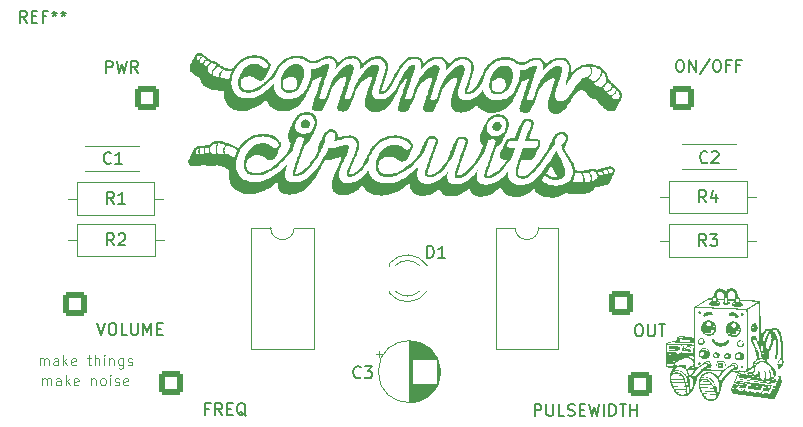
<source format=gto>
G04 #@! TF.GenerationSoftware,KiCad,Pcbnew,(6.0.2-0)*
G04 #@! TF.CreationDate,2024-10-15T18:59:14-04:00*
G04 #@! TF.ProjectId,Common Circuits,436f6d6d-6f6e-4204-9369-726375697473,rev?*
G04 #@! TF.SameCoordinates,Original*
G04 #@! TF.FileFunction,Legend,Top*
G04 #@! TF.FilePolarity,Positive*
%FSLAX46Y46*%
G04 Gerber Fmt 4.6, Leading zero omitted, Abs format (unit mm)*
G04 Created by KiCad (PCBNEW (6.0.2-0)) date 2024-10-15 18:59:14*
%MOMM*%
%LPD*%
G01*
G04 APERTURE LIST*
G04 Aperture macros list*
%AMRoundRect*
0 Rectangle with rounded corners*
0 $1 Rounding radius*
0 $2 $3 $4 $5 $6 $7 $8 $9 X,Y pos of 4 corners*
0 Add a 4 corners polygon primitive as box body*
4,1,4,$2,$3,$4,$5,$6,$7,$8,$9,$2,$3,0*
0 Add four circle primitives for the rounded corners*
1,1,$1+$1,$2,$3*
1,1,$1+$1,$4,$5*
1,1,$1+$1,$6,$7*
1,1,$1+$1,$8,$9*
0 Add four rect primitives between the rounded corners*
20,1,$1+$1,$2,$3,$4,$5,0*
20,1,$1+$1,$4,$5,$6,$7,0*
20,1,$1+$1,$6,$7,$8,$9,0*
20,1,$1+$1,$8,$9,$2,$3,0*%
G04 Aperture macros list end*
%ADD10C,0.120000*%
%ADD11C,0.150000*%
%ADD12C,1.600000*%
%ADD13O,1.600000X1.600000*%
%ADD14RoundRect,0.250001X-0.799999X-0.799999X0.799999X-0.799999X0.799999X0.799999X-0.799999X0.799999X0*%
%ADD15C,2.100000*%
%ADD16R,1.600000X1.600000*%
%ADD17RoundRect,0.250001X0.799999X0.799999X-0.799999X0.799999X-0.799999X-0.799999X0.799999X-0.799999X0*%
%ADD18C,2.500000*%
%ADD19R,1.800000X1.800000*%
%ADD20C,1.800000*%
G04 APERTURE END LIST*
D10*
X95750952Y-88602619D02*
X95750952Y-88009285D01*
X95750952Y-88094047D02*
X95793333Y-88051666D01*
X95878095Y-88009285D01*
X96005238Y-88009285D01*
X96090000Y-88051666D01*
X96132380Y-88136428D01*
X96132380Y-88602619D01*
X96132380Y-88136428D02*
X96174761Y-88051666D01*
X96259523Y-88009285D01*
X96386666Y-88009285D01*
X96471428Y-88051666D01*
X96513809Y-88136428D01*
X96513809Y-88602619D01*
X97319047Y-88602619D02*
X97319047Y-88136428D01*
X97276666Y-88051666D01*
X97191904Y-88009285D01*
X97022380Y-88009285D01*
X96937619Y-88051666D01*
X97319047Y-88560238D02*
X97234285Y-88602619D01*
X97022380Y-88602619D01*
X96937619Y-88560238D01*
X96895238Y-88475476D01*
X96895238Y-88390714D01*
X96937619Y-88305952D01*
X97022380Y-88263571D01*
X97234285Y-88263571D01*
X97319047Y-88221190D01*
X97742857Y-88602619D02*
X97742857Y-87712619D01*
X97827619Y-88263571D02*
X98081904Y-88602619D01*
X98081904Y-88009285D02*
X97742857Y-88348333D01*
X98802380Y-88560238D02*
X98717619Y-88602619D01*
X98548095Y-88602619D01*
X98463333Y-88560238D01*
X98420952Y-88475476D01*
X98420952Y-88136428D01*
X98463333Y-88051666D01*
X98548095Y-88009285D01*
X98717619Y-88009285D01*
X98802380Y-88051666D01*
X98844761Y-88136428D01*
X98844761Y-88221190D01*
X98420952Y-88305952D01*
X99777142Y-88009285D02*
X100116190Y-88009285D01*
X99904285Y-87712619D02*
X99904285Y-88475476D01*
X99946666Y-88560238D01*
X100031428Y-88602619D01*
X100116190Y-88602619D01*
X100412857Y-88602619D02*
X100412857Y-87712619D01*
X100794285Y-88602619D02*
X100794285Y-88136428D01*
X100751904Y-88051666D01*
X100667142Y-88009285D01*
X100540000Y-88009285D01*
X100455238Y-88051666D01*
X100412857Y-88094047D01*
X101218095Y-88602619D02*
X101218095Y-88009285D01*
X101218095Y-87712619D02*
X101175714Y-87755000D01*
X101218095Y-87797380D01*
X101260476Y-87755000D01*
X101218095Y-87712619D01*
X101218095Y-87797380D01*
X101641904Y-88009285D02*
X101641904Y-88602619D01*
X101641904Y-88094047D02*
X101684285Y-88051666D01*
X101769047Y-88009285D01*
X101896190Y-88009285D01*
X101980952Y-88051666D01*
X102023333Y-88136428D01*
X102023333Y-88602619D01*
X102828571Y-88009285D02*
X102828571Y-88729761D01*
X102786190Y-88814523D01*
X102743809Y-88856904D01*
X102659047Y-88899285D01*
X102531904Y-88899285D01*
X102447142Y-88856904D01*
X102828571Y-88560238D02*
X102743809Y-88602619D01*
X102574285Y-88602619D01*
X102489523Y-88560238D01*
X102447142Y-88517857D01*
X102404761Y-88433095D01*
X102404761Y-88178809D01*
X102447142Y-88094047D01*
X102489523Y-88051666D01*
X102574285Y-88009285D01*
X102743809Y-88009285D01*
X102828571Y-88051666D01*
X103210000Y-88560238D02*
X103294761Y-88602619D01*
X103464285Y-88602619D01*
X103549047Y-88560238D01*
X103591428Y-88475476D01*
X103591428Y-88433095D01*
X103549047Y-88348333D01*
X103464285Y-88305952D01*
X103337142Y-88305952D01*
X103252380Y-88263571D01*
X103210000Y-88178809D01*
X103210000Y-88136428D01*
X103252380Y-88051666D01*
X103337142Y-88009285D01*
X103464285Y-88009285D01*
X103549047Y-88051666D01*
X95976428Y-90302619D02*
X95976428Y-89709285D01*
X95976428Y-89794047D02*
X96018809Y-89751666D01*
X96103571Y-89709285D01*
X96230714Y-89709285D01*
X96315476Y-89751666D01*
X96357857Y-89836428D01*
X96357857Y-90302619D01*
X96357857Y-89836428D02*
X96400238Y-89751666D01*
X96485000Y-89709285D01*
X96612142Y-89709285D01*
X96696904Y-89751666D01*
X96739285Y-89836428D01*
X96739285Y-90302619D01*
X97544523Y-90302619D02*
X97544523Y-89836428D01*
X97502142Y-89751666D01*
X97417380Y-89709285D01*
X97247857Y-89709285D01*
X97163095Y-89751666D01*
X97544523Y-90260238D02*
X97459761Y-90302619D01*
X97247857Y-90302619D01*
X97163095Y-90260238D01*
X97120714Y-90175476D01*
X97120714Y-90090714D01*
X97163095Y-90005952D01*
X97247857Y-89963571D01*
X97459761Y-89963571D01*
X97544523Y-89921190D01*
X97968333Y-90302619D02*
X97968333Y-89412619D01*
X98053095Y-89963571D02*
X98307380Y-90302619D01*
X98307380Y-89709285D02*
X97968333Y-90048333D01*
X99027857Y-90260238D02*
X98943095Y-90302619D01*
X98773571Y-90302619D01*
X98688809Y-90260238D01*
X98646428Y-90175476D01*
X98646428Y-89836428D01*
X98688809Y-89751666D01*
X98773571Y-89709285D01*
X98943095Y-89709285D01*
X99027857Y-89751666D01*
X99070238Y-89836428D01*
X99070238Y-89921190D01*
X98646428Y-90005952D01*
X100129761Y-89709285D02*
X100129761Y-90302619D01*
X100129761Y-89794047D02*
X100172142Y-89751666D01*
X100256904Y-89709285D01*
X100384047Y-89709285D01*
X100468809Y-89751666D01*
X100511190Y-89836428D01*
X100511190Y-90302619D01*
X101062142Y-90302619D02*
X100977380Y-90260238D01*
X100935000Y-90217857D01*
X100892619Y-90133095D01*
X100892619Y-89878809D01*
X100935000Y-89794047D01*
X100977380Y-89751666D01*
X101062142Y-89709285D01*
X101189285Y-89709285D01*
X101274047Y-89751666D01*
X101316428Y-89794047D01*
X101358809Y-89878809D01*
X101358809Y-90133095D01*
X101316428Y-90217857D01*
X101274047Y-90260238D01*
X101189285Y-90302619D01*
X101062142Y-90302619D01*
X101740238Y-90302619D02*
X101740238Y-89709285D01*
X101740238Y-89412619D02*
X101697857Y-89455000D01*
X101740238Y-89497380D01*
X101782619Y-89455000D01*
X101740238Y-89412619D01*
X101740238Y-89497380D01*
X102121666Y-90260238D02*
X102206428Y-90302619D01*
X102375952Y-90302619D01*
X102460714Y-90260238D01*
X102503095Y-90175476D01*
X102503095Y-90133095D01*
X102460714Y-90048333D01*
X102375952Y-90005952D01*
X102248809Y-90005952D01*
X102164047Y-89963571D01*
X102121666Y-89878809D01*
X102121666Y-89836428D01*
X102164047Y-89751666D01*
X102248809Y-89709285D01*
X102375952Y-89709285D01*
X102460714Y-89751666D01*
X103223571Y-90260238D02*
X103138809Y-90302619D01*
X102969285Y-90302619D01*
X102884523Y-90260238D01*
X102842142Y-90175476D01*
X102842142Y-89836428D01*
X102884523Y-89751666D01*
X102969285Y-89709285D01*
X103138809Y-89709285D01*
X103223571Y-89751666D01*
X103265952Y-89836428D01*
X103265952Y-89921190D01*
X102842142Y-90005952D01*
D11*
X152183333Y-78502380D02*
X151850000Y-78026190D01*
X151611904Y-78502380D02*
X151611904Y-77502380D01*
X151992857Y-77502380D01*
X152088095Y-77550000D01*
X152135714Y-77597619D01*
X152183333Y-77692857D01*
X152183333Y-77835714D01*
X152135714Y-77930952D01*
X152088095Y-77978571D01*
X151992857Y-78026190D01*
X151611904Y-78026190D01*
X152516666Y-77502380D02*
X153135714Y-77502380D01*
X152802380Y-77883333D01*
X152945238Y-77883333D01*
X153040476Y-77930952D01*
X153088095Y-77978571D01*
X153135714Y-78073809D01*
X153135714Y-78311904D01*
X153088095Y-78407142D01*
X153040476Y-78454761D01*
X152945238Y-78502380D01*
X152659523Y-78502380D01*
X152564285Y-78454761D01*
X152516666Y-78407142D01*
X100640476Y-85052380D02*
X100973809Y-86052380D01*
X101307142Y-85052380D01*
X101830952Y-85052380D02*
X102021428Y-85052380D01*
X102116666Y-85100000D01*
X102211904Y-85195238D01*
X102259523Y-85385714D01*
X102259523Y-85719047D01*
X102211904Y-85909523D01*
X102116666Y-86004761D01*
X102021428Y-86052380D01*
X101830952Y-86052380D01*
X101735714Y-86004761D01*
X101640476Y-85909523D01*
X101592857Y-85719047D01*
X101592857Y-85385714D01*
X101640476Y-85195238D01*
X101735714Y-85100000D01*
X101830952Y-85052380D01*
X103164285Y-86052380D02*
X102688095Y-86052380D01*
X102688095Y-85052380D01*
X103497619Y-85052380D02*
X103497619Y-85861904D01*
X103545238Y-85957142D01*
X103592857Y-86004761D01*
X103688095Y-86052380D01*
X103878571Y-86052380D01*
X103973809Y-86004761D01*
X104021428Y-85957142D01*
X104069047Y-85861904D01*
X104069047Y-85052380D01*
X104545238Y-86052380D02*
X104545238Y-85052380D01*
X104878571Y-85766666D01*
X105211904Y-85052380D01*
X105211904Y-86052380D01*
X105688095Y-85528571D02*
X106021428Y-85528571D01*
X106164285Y-86052380D02*
X105688095Y-86052380D01*
X105688095Y-85052380D01*
X106164285Y-85052380D01*
X146400000Y-85152380D02*
X146590476Y-85152380D01*
X146685714Y-85200000D01*
X146780952Y-85295238D01*
X146828571Y-85485714D01*
X146828571Y-85819047D01*
X146780952Y-86009523D01*
X146685714Y-86104761D01*
X146590476Y-86152380D01*
X146400000Y-86152380D01*
X146304761Y-86104761D01*
X146209523Y-86009523D01*
X146161904Y-85819047D01*
X146161904Y-85485714D01*
X146209523Y-85295238D01*
X146304761Y-85200000D01*
X146400000Y-85152380D01*
X147257142Y-85152380D02*
X147257142Y-85961904D01*
X147304761Y-86057142D01*
X147352380Y-86104761D01*
X147447619Y-86152380D01*
X147638095Y-86152380D01*
X147733333Y-86104761D01*
X147780952Y-86057142D01*
X147828571Y-85961904D01*
X147828571Y-85152380D01*
X148161904Y-85152380D02*
X148733333Y-85152380D01*
X148447619Y-86152380D02*
X148447619Y-85152380D01*
X149876190Y-62752380D02*
X150066666Y-62752380D01*
X150161904Y-62800000D01*
X150257142Y-62895238D01*
X150304761Y-63085714D01*
X150304761Y-63419047D01*
X150257142Y-63609523D01*
X150161904Y-63704761D01*
X150066666Y-63752380D01*
X149876190Y-63752380D01*
X149780952Y-63704761D01*
X149685714Y-63609523D01*
X149638095Y-63419047D01*
X149638095Y-63085714D01*
X149685714Y-62895238D01*
X149780952Y-62800000D01*
X149876190Y-62752380D01*
X150733333Y-63752380D02*
X150733333Y-62752380D01*
X151304761Y-63752380D01*
X151304761Y-62752380D01*
X152495238Y-62704761D02*
X151638095Y-63990476D01*
X153019047Y-62752380D02*
X153209523Y-62752380D01*
X153304761Y-62800000D01*
X153400000Y-62895238D01*
X153447619Y-63085714D01*
X153447619Y-63419047D01*
X153400000Y-63609523D01*
X153304761Y-63704761D01*
X153209523Y-63752380D01*
X153019047Y-63752380D01*
X152923809Y-63704761D01*
X152828571Y-63609523D01*
X152780952Y-63419047D01*
X152780952Y-63085714D01*
X152828571Y-62895238D01*
X152923809Y-62800000D01*
X153019047Y-62752380D01*
X154209523Y-63228571D02*
X153876190Y-63228571D01*
X153876190Y-63752380D02*
X153876190Y-62752380D01*
X154352380Y-62752380D01*
X155066666Y-63228571D02*
X154733333Y-63228571D01*
X154733333Y-63752380D02*
X154733333Y-62752380D01*
X155209523Y-62752380D01*
X152183333Y-74802380D02*
X151850000Y-74326190D01*
X151611904Y-74802380D02*
X151611904Y-73802380D01*
X151992857Y-73802380D01*
X152088095Y-73850000D01*
X152135714Y-73897619D01*
X152183333Y-73992857D01*
X152183333Y-74135714D01*
X152135714Y-74230952D01*
X152088095Y-74278571D01*
X151992857Y-74326190D01*
X151611904Y-74326190D01*
X153040476Y-74135714D02*
X153040476Y-74802380D01*
X152802380Y-73754761D02*
X152564285Y-74469047D01*
X153183333Y-74469047D01*
X152283333Y-71407142D02*
X152235714Y-71454761D01*
X152092857Y-71502380D01*
X151997619Y-71502380D01*
X151854761Y-71454761D01*
X151759523Y-71359523D01*
X151711904Y-71264285D01*
X151664285Y-71073809D01*
X151664285Y-70930952D01*
X151711904Y-70740476D01*
X151759523Y-70645238D01*
X151854761Y-70550000D01*
X151997619Y-70502380D01*
X152092857Y-70502380D01*
X152235714Y-70550000D01*
X152283333Y-70597619D01*
X152664285Y-70597619D02*
X152711904Y-70550000D01*
X152807142Y-70502380D01*
X153045238Y-70502380D01*
X153140476Y-70550000D01*
X153188095Y-70597619D01*
X153235714Y-70692857D01*
X153235714Y-70788095D01*
X153188095Y-70930952D01*
X152616666Y-71502380D01*
X153235714Y-71502380D01*
X102053333Y-78452380D02*
X101720000Y-77976190D01*
X101481904Y-78452380D02*
X101481904Y-77452380D01*
X101862857Y-77452380D01*
X101958095Y-77500000D01*
X102005714Y-77547619D01*
X102053333Y-77642857D01*
X102053333Y-77785714D01*
X102005714Y-77880952D01*
X101958095Y-77928571D01*
X101862857Y-77976190D01*
X101481904Y-77976190D01*
X102434285Y-77547619D02*
X102481904Y-77500000D01*
X102577142Y-77452380D01*
X102815238Y-77452380D01*
X102910476Y-77500000D01*
X102958095Y-77547619D01*
X103005714Y-77642857D01*
X103005714Y-77738095D01*
X102958095Y-77880952D01*
X102386666Y-78452380D01*
X103005714Y-78452380D01*
X137666666Y-92902380D02*
X137666666Y-91902380D01*
X138047619Y-91902380D01*
X138142857Y-91950000D01*
X138190476Y-91997619D01*
X138238095Y-92092857D01*
X138238095Y-92235714D01*
X138190476Y-92330952D01*
X138142857Y-92378571D01*
X138047619Y-92426190D01*
X137666666Y-92426190D01*
X138666666Y-91902380D02*
X138666666Y-92711904D01*
X138714285Y-92807142D01*
X138761904Y-92854761D01*
X138857142Y-92902380D01*
X139047619Y-92902380D01*
X139142857Y-92854761D01*
X139190476Y-92807142D01*
X139238095Y-92711904D01*
X139238095Y-91902380D01*
X140190476Y-92902380D02*
X139714285Y-92902380D01*
X139714285Y-91902380D01*
X140476190Y-92854761D02*
X140619047Y-92902380D01*
X140857142Y-92902380D01*
X140952380Y-92854761D01*
X141000000Y-92807142D01*
X141047619Y-92711904D01*
X141047619Y-92616666D01*
X141000000Y-92521428D01*
X140952380Y-92473809D01*
X140857142Y-92426190D01*
X140666666Y-92378571D01*
X140571428Y-92330952D01*
X140523809Y-92283333D01*
X140476190Y-92188095D01*
X140476190Y-92092857D01*
X140523809Y-91997619D01*
X140571428Y-91950000D01*
X140666666Y-91902380D01*
X140904761Y-91902380D01*
X141047619Y-91950000D01*
X141476190Y-92378571D02*
X141809523Y-92378571D01*
X141952380Y-92902380D02*
X141476190Y-92902380D01*
X141476190Y-91902380D01*
X141952380Y-91902380D01*
X142285714Y-91902380D02*
X142523809Y-92902380D01*
X142714285Y-92188095D01*
X142904761Y-92902380D01*
X143142857Y-91902380D01*
X143523809Y-92902380D02*
X143523809Y-91902380D01*
X144000000Y-92902380D02*
X144000000Y-91902380D01*
X144238095Y-91902380D01*
X144380952Y-91950000D01*
X144476190Y-92045238D01*
X144523809Y-92140476D01*
X144571428Y-92330952D01*
X144571428Y-92473809D01*
X144523809Y-92664285D01*
X144476190Y-92759523D01*
X144380952Y-92854761D01*
X144238095Y-92902380D01*
X144000000Y-92902380D01*
X144857142Y-91902380D02*
X145428571Y-91902380D01*
X145142857Y-92902380D02*
X145142857Y-91902380D01*
X145761904Y-92902380D02*
X145761904Y-91902380D01*
X145761904Y-92378571D02*
X146333333Y-92378571D01*
X146333333Y-92902380D02*
X146333333Y-91902380D01*
X122933333Y-89607142D02*
X122885714Y-89654761D01*
X122742857Y-89702380D01*
X122647619Y-89702380D01*
X122504761Y-89654761D01*
X122409523Y-89559523D01*
X122361904Y-89464285D01*
X122314285Y-89273809D01*
X122314285Y-89130952D01*
X122361904Y-88940476D01*
X122409523Y-88845238D01*
X122504761Y-88750000D01*
X122647619Y-88702380D01*
X122742857Y-88702380D01*
X122885714Y-88750000D01*
X122933333Y-88797619D01*
X123266666Y-88702380D02*
X123885714Y-88702380D01*
X123552380Y-89083333D01*
X123695238Y-89083333D01*
X123790476Y-89130952D01*
X123838095Y-89178571D01*
X123885714Y-89273809D01*
X123885714Y-89511904D01*
X123838095Y-89607142D01*
X123790476Y-89654761D01*
X123695238Y-89702380D01*
X123409523Y-89702380D01*
X123314285Y-89654761D01*
X123266666Y-89607142D01*
X101366666Y-63852380D02*
X101366666Y-62852380D01*
X101747619Y-62852380D01*
X101842857Y-62900000D01*
X101890476Y-62947619D01*
X101938095Y-63042857D01*
X101938095Y-63185714D01*
X101890476Y-63280952D01*
X101842857Y-63328571D01*
X101747619Y-63376190D01*
X101366666Y-63376190D01*
X102271428Y-62852380D02*
X102509523Y-63852380D01*
X102700000Y-63138095D01*
X102890476Y-63852380D01*
X103128571Y-62852380D01*
X104080952Y-63852380D02*
X103747619Y-63376190D01*
X103509523Y-63852380D02*
X103509523Y-62852380D01*
X103890476Y-62852380D01*
X103985714Y-62900000D01*
X104033333Y-62947619D01*
X104080952Y-63042857D01*
X104080952Y-63185714D01*
X104033333Y-63280952D01*
X103985714Y-63328571D01*
X103890476Y-63376190D01*
X103509523Y-63376190D01*
X102033333Y-74952380D02*
X101700000Y-74476190D01*
X101461904Y-74952380D02*
X101461904Y-73952380D01*
X101842857Y-73952380D01*
X101938095Y-74000000D01*
X101985714Y-74047619D01*
X102033333Y-74142857D01*
X102033333Y-74285714D01*
X101985714Y-74380952D01*
X101938095Y-74428571D01*
X101842857Y-74476190D01*
X101461904Y-74476190D01*
X102985714Y-74952380D02*
X102414285Y-74952380D01*
X102700000Y-74952380D02*
X102700000Y-73952380D01*
X102604761Y-74095238D01*
X102509523Y-74190476D01*
X102414285Y-74238095D01*
X101783333Y-71457142D02*
X101735714Y-71504761D01*
X101592857Y-71552380D01*
X101497619Y-71552380D01*
X101354761Y-71504761D01*
X101259523Y-71409523D01*
X101211904Y-71314285D01*
X101164285Y-71123809D01*
X101164285Y-70980952D01*
X101211904Y-70790476D01*
X101259523Y-70695238D01*
X101354761Y-70600000D01*
X101497619Y-70552380D01*
X101592857Y-70552380D01*
X101735714Y-70600000D01*
X101783333Y-70647619D01*
X102735714Y-71552380D02*
X102164285Y-71552380D01*
X102450000Y-71552380D02*
X102450000Y-70552380D01*
X102354761Y-70695238D01*
X102259523Y-70790476D01*
X102164285Y-70838095D01*
X94666666Y-59602380D02*
X94333333Y-59126190D01*
X94095238Y-59602380D02*
X94095238Y-58602380D01*
X94476190Y-58602380D01*
X94571428Y-58650000D01*
X94619047Y-58697619D01*
X94666666Y-58792857D01*
X94666666Y-58935714D01*
X94619047Y-59030952D01*
X94571428Y-59078571D01*
X94476190Y-59126190D01*
X94095238Y-59126190D01*
X95095238Y-59078571D02*
X95428571Y-59078571D01*
X95571428Y-59602380D02*
X95095238Y-59602380D01*
X95095238Y-58602380D01*
X95571428Y-58602380D01*
X96333333Y-59078571D02*
X96000000Y-59078571D01*
X96000000Y-59602380D02*
X96000000Y-58602380D01*
X96476190Y-58602380D01*
X97000000Y-58602380D02*
X97000000Y-58840476D01*
X96761904Y-58745238D02*
X97000000Y-58840476D01*
X97238095Y-58745238D01*
X96857142Y-59030952D02*
X97000000Y-58840476D01*
X97142857Y-59030952D01*
X97761904Y-58602380D02*
X97761904Y-58840476D01*
X97523809Y-58745238D02*
X97761904Y-58840476D01*
X98000000Y-58745238D01*
X97619047Y-59030952D02*
X97761904Y-58840476D01*
X97904761Y-59030952D01*
X110116666Y-92278571D02*
X109783333Y-92278571D01*
X109783333Y-92802380D02*
X109783333Y-91802380D01*
X110259523Y-91802380D01*
X111211904Y-92802380D02*
X110878571Y-92326190D01*
X110640476Y-92802380D02*
X110640476Y-91802380D01*
X111021428Y-91802380D01*
X111116666Y-91850000D01*
X111164285Y-91897619D01*
X111211904Y-91992857D01*
X111211904Y-92135714D01*
X111164285Y-92230952D01*
X111116666Y-92278571D01*
X111021428Y-92326190D01*
X110640476Y-92326190D01*
X111640476Y-92278571D02*
X111973809Y-92278571D01*
X112116666Y-92802380D02*
X111640476Y-92802380D01*
X111640476Y-91802380D01*
X112116666Y-91802380D01*
X113211904Y-92897619D02*
X113116666Y-92850000D01*
X113021428Y-92754761D01*
X112878571Y-92611904D01*
X112783333Y-92564285D01*
X112688095Y-92564285D01*
X112735714Y-92802380D02*
X112640476Y-92754761D01*
X112545238Y-92659523D01*
X112497619Y-92469047D01*
X112497619Y-92135714D01*
X112545238Y-91945238D01*
X112640476Y-91850000D01*
X112735714Y-91802380D01*
X112926190Y-91802380D01*
X113021428Y-91850000D01*
X113116666Y-91945238D01*
X113164285Y-92135714D01*
X113164285Y-92469047D01*
X113116666Y-92659523D01*
X113021428Y-92754761D01*
X112926190Y-92802380D01*
X112735714Y-92802380D01*
X128561904Y-79502380D02*
X128561904Y-78502380D01*
X128800000Y-78502380D01*
X128942857Y-78550000D01*
X129038095Y-78645238D01*
X129085714Y-78740476D01*
X129133333Y-78930952D01*
X129133333Y-79073809D01*
X129085714Y-79264285D01*
X129038095Y-79359523D01*
X128942857Y-79454761D01*
X128800000Y-79502380D01*
X128561904Y-79502380D01*
X130085714Y-79502380D02*
X129514285Y-79502380D01*
X129800000Y-79502380D02*
X129800000Y-78502380D01*
X129704761Y-78645238D01*
X129609523Y-78740476D01*
X129514285Y-78788095D01*
D10*
X155620000Y-76680000D02*
X149080000Y-76680000D01*
X156390000Y-78050000D02*
X155620000Y-78050000D01*
X149080000Y-76680000D02*
X149080000Y-79420000D01*
X149080000Y-79420000D02*
X155620000Y-79420000D01*
X155620000Y-79420000D02*
X155620000Y-76680000D01*
X148310000Y-78050000D02*
X149080000Y-78050000D01*
X134360000Y-87250000D02*
X139660000Y-87250000D01*
X139660000Y-87250000D02*
X139660000Y-76970000D01*
X136010000Y-76970000D02*
X134360000Y-76970000D01*
X139660000Y-76970000D02*
X138010000Y-76970000D01*
X134360000Y-76970000D02*
X134360000Y-87250000D01*
X136010000Y-76970000D02*
G75*
G03*
X138010000Y-76970000I1000000J0D01*
G01*
X156390000Y-74350000D02*
X155620000Y-74350000D01*
X155620000Y-72980000D02*
X149080000Y-72980000D01*
X149080000Y-75720000D02*
X155620000Y-75720000D01*
X155620000Y-75720000D02*
X155620000Y-72980000D01*
X148310000Y-74350000D02*
X149080000Y-74350000D01*
X149080000Y-72980000D02*
X149080000Y-75720000D01*
X154720000Y-72020000D02*
X154720000Y-72005000D01*
X154720000Y-72020000D02*
X150180000Y-72020000D01*
X154720000Y-69895000D02*
X154720000Y-69880000D01*
X150180000Y-72020000D02*
X150180000Y-72005000D01*
X150180000Y-69895000D02*
X150180000Y-69880000D01*
X154720000Y-69880000D02*
X150180000Y-69880000D01*
G36*
X150860421Y-88855529D02*
G01*
X150855370Y-88860580D01*
X150850318Y-88855529D01*
X150855370Y-88850477D01*
X150860421Y-88855529D01*
G37*
G36*
X152759865Y-85107159D02*
G01*
X152754813Y-85112211D01*
X152749761Y-85107159D01*
X152754813Y-85102108D01*
X152759865Y-85107159D01*
G37*
G36*
X151961694Y-85187987D02*
G01*
X151956643Y-85193039D01*
X151951591Y-85187987D01*
X151956643Y-85182935D01*
X151961694Y-85187987D01*
G37*
G36*
X152362463Y-85903646D02*
G01*
X152361076Y-85909652D01*
X152355728Y-85910381D01*
X152347411Y-85906685D01*
X152348992Y-85903646D01*
X152360983Y-85902437D01*
X152362463Y-85903646D01*
G37*
G36*
X152423084Y-85883439D02*
G01*
X152421697Y-85889445D01*
X152416348Y-85890175D01*
X152408032Y-85886478D01*
X152409613Y-85883439D01*
X152421603Y-85882230D01*
X152423084Y-85883439D01*
G37*
G36*
X152494907Y-84065814D02*
G01*
X152565969Y-84083284D01*
X152629365Y-84110116D01*
X152682941Y-84144671D01*
X152724546Y-84185308D01*
X152752024Y-84230386D01*
X152763223Y-84278266D01*
X152758702Y-84318633D01*
X152742618Y-84354492D01*
X152716354Y-84378619D01*
X152678207Y-84391458D01*
X152626474Y-84393452D01*
X152559453Y-84385044D01*
X152527486Y-84378761D01*
X152430549Y-84368500D01*
X152329278Y-84377942D01*
X152223754Y-84407072D01*
X152114057Y-84455873D01*
X152108274Y-84458930D01*
X152067947Y-84477593D01*
X152036371Y-84484228D01*
X152006841Y-84479821D01*
X151995059Y-84475577D01*
X151974899Y-84460485D01*
X151957334Y-84436617D01*
X151957172Y-84436305D01*
X151943046Y-84393942D01*
X151945204Y-84350887D01*
X151964320Y-84305299D01*
X152001065Y-84255341D01*
X152037315Y-84217099D01*
X152118525Y-84150840D01*
X152208531Y-84101872D01*
X152305147Y-84071099D01*
X152406192Y-84059423D01*
X152418334Y-84059347D01*
X152494907Y-84065814D01*
G37*
G36*
X155043238Y-88016945D02*
G01*
X155038186Y-88021996D01*
X155033134Y-88016945D01*
X155038186Y-88011893D01*
X155043238Y-88016945D01*
G37*
G36*
X149173150Y-87774463D02*
G01*
X149168098Y-87779514D01*
X149163047Y-87774463D01*
X149168098Y-87769411D01*
X149173150Y-87774463D01*
G37*
G36*
X152182409Y-85884158D02*
G01*
X152193170Y-85893550D01*
X152194073Y-85895823D01*
X152189278Y-85899975D01*
X152179295Y-85890670D01*
X152177953Y-85888614D01*
X152176762Y-85881700D01*
X152182409Y-85884158D01*
G37*
G36*
X149259299Y-87216454D02*
G01*
X149265283Y-87228407D01*
X149269684Y-87246589D01*
X149270583Y-87261226D01*
X149268681Y-87264240D01*
X149261430Y-87257617D01*
X149253978Y-87249085D01*
X149246817Y-87236814D01*
X149253337Y-87233930D01*
X149260081Y-87227454D01*
X149258006Y-87221300D01*
X149255961Y-87214263D01*
X149259299Y-87216454D01*
G37*
G36*
X152363095Y-85884070D02*
G01*
X152360082Y-85888663D01*
X152349834Y-85889377D01*
X152339053Y-85886909D01*
X152343730Y-85883273D01*
X152359520Y-85882068D01*
X152363095Y-85884070D01*
G37*
G36*
X149112530Y-87289498D02*
G01*
X149107478Y-87294550D01*
X149102426Y-87289498D01*
X149107478Y-87284447D01*
X149112530Y-87289498D01*
G37*
G36*
X149068520Y-88138403D02*
G01*
X149057756Y-88151056D01*
X149045308Y-88162396D01*
X149045625Y-88158695D01*
X149052923Y-88146223D01*
X149064426Y-88131319D01*
X149071132Y-88128782D01*
X149068520Y-88138403D01*
G37*
G36*
X149274184Y-87198568D02*
G01*
X149269133Y-87203619D01*
X149264081Y-87198568D01*
X149269133Y-87193516D01*
X149274184Y-87198568D01*
G37*
G36*
X151072593Y-87390533D02*
G01*
X151067542Y-87395584D01*
X151062490Y-87390533D01*
X151067542Y-87385481D01*
X151072593Y-87390533D01*
G37*
G36*
X157225577Y-90765075D02*
G01*
X157220525Y-90770127D01*
X157215473Y-90765075D01*
X157220525Y-90760023D01*
X157225577Y-90765075D01*
G37*
G36*
X155591348Y-90783642D02*
G01*
X155592617Y-90787330D01*
X155578719Y-90788738D01*
X155564376Y-90787151D01*
X155566090Y-90783642D01*
X155586775Y-90782308D01*
X155591348Y-90783642D01*
G37*
G36*
X150961456Y-87279395D02*
G01*
X150956404Y-87284447D01*
X150951352Y-87279395D01*
X150956404Y-87274343D01*
X150961456Y-87279395D01*
G37*
G36*
X154565009Y-86004680D02*
G01*
X154563622Y-86010686D01*
X154558273Y-86011416D01*
X154549957Y-86007719D01*
X154551538Y-86004680D01*
X154563528Y-86003471D01*
X154565009Y-86004680D01*
G37*
G36*
X152615049Y-85873336D02*
G01*
X152613662Y-85879342D01*
X152608313Y-85880071D01*
X152599997Y-85876374D01*
X152601578Y-85873336D01*
X152613568Y-85872126D01*
X152615049Y-85873336D01*
G37*
G36*
X149256237Y-87078013D02*
G01*
X149253856Y-87082606D01*
X149241845Y-87100098D01*
X149235022Y-87098889D01*
X149233771Y-87088511D01*
X149241930Y-87072966D01*
X149249160Y-87068531D01*
X149259189Y-87067090D01*
X149256237Y-87078013D01*
G37*
G36*
X149749045Y-88128082D02*
G01*
X149743993Y-88133134D01*
X149738942Y-88128082D01*
X149743993Y-88123031D01*
X149749045Y-88128082D01*
G37*
G36*
X149079018Y-88070619D02*
G01*
X149080222Y-88086410D01*
X149078220Y-88089984D01*
X149073628Y-88086971D01*
X149072914Y-88076723D01*
X149075381Y-88065943D01*
X149079018Y-88070619D01*
G37*
G36*
X149456046Y-87289498D02*
G01*
X149450994Y-87294550D01*
X149445943Y-87289498D01*
X149450994Y-87284447D01*
X149456046Y-87289498D01*
G37*
G36*
X151533386Y-84087717D02*
G01*
X151557596Y-84057374D01*
X151589944Y-84035820D01*
X151627582Y-84026547D01*
X151667662Y-84033052D01*
X151670355Y-84034134D01*
X151705516Y-84053924D01*
X151725974Y-84080520D01*
X151736050Y-84119879D01*
X151736760Y-84125686D01*
X151737928Y-84156846D01*
X151730335Y-84179365D01*
X151712785Y-84201646D01*
X151674258Y-84232812D01*
X151633161Y-84245340D01*
X151591878Y-84238514D01*
X151591258Y-84238256D01*
X151563465Y-84221009D01*
X151538530Y-84197109D01*
X151538058Y-84196515D01*
X151520769Y-84160782D01*
X151520220Y-84127002D01*
X151599515Y-84127002D01*
X151602097Y-84138462D01*
X151614254Y-84150220D01*
X151630680Y-84147957D01*
X151643821Y-84134040D01*
X151646665Y-84124499D01*
X151644671Y-84106696D01*
X151629580Y-84101869D01*
X151606922Y-84108766D01*
X151599515Y-84127002D01*
X151520220Y-84127002D01*
X151520161Y-84123351D01*
X151533386Y-84087717D01*
G37*
G36*
X152423084Y-85944059D02*
G01*
X152421697Y-85950066D01*
X152416348Y-85950795D01*
X152408032Y-85947098D01*
X152409613Y-85944059D01*
X152421603Y-85942850D01*
X152423084Y-85944059D01*
G37*
G36*
X150630569Y-87489488D02*
G01*
X150635357Y-87491987D01*
X150622663Y-87493572D01*
X150607836Y-87493867D01*
X150585984Y-87493079D01*
X150579985Y-87491063D01*
X150585103Y-87489488D01*
X150614544Y-87487817D01*
X150630569Y-87489488D01*
G37*
G36*
X151022076Y-88835322D02*
G01*
X151017024Y-88840373D01*
X151011973Y-88835322D01*
X151017024Y-88830270D01*
X151022076Y-88835322D01*
G37*
G36*
X152682024Y-85028653D02*
G01*
X152684089Y-85031384D01*
X152683627Y-85040709D01*
X152680230Y-85041487D01*
X152665947Y-85034114D01*
X152663882Y-85031384D01*
X152664344Y-85022059D01*
X152667741Y-85021280D01*
X152682024Y-85028653D01*
G37*
G36*
X157242310Y-85653882D02*
G01*
X157240732Y-85657796D01*
X157231653Y-85667434D01*
X157230032Y-85667899D01*
X157225692Y-85660082D01*
X157225577Y-85657796D01*
X157233344Y-85648081D01*
X157236276Y-85647692D01*
X157242310Y-85653882D01*
G37*
G36*
X152756397Y-87722131D02*
G01*
X152761996Y-87690555D01*
X152774372Y-87660191D01*
X152786179Y-87638335D01*
X152828809Y-87581463D01*
X152842147Y-87570616D01*
X153074215Y-87570616D01*
X153079869Y-87573774D01*
X153094873Y-87585975D01*
X153115894Y-87610188D01*
X153138925Y-87640879D01*
X153159960Y-87672516D01*
X153174991Y-87699565D01*
X153179468Y-87711316D01*
X153186755Y-87731369D01*
X153193780Y-87739101D01*
X153197429Y-87747835D01*
X153196412Y-87770244D01*
X153191824Y-87800633D01*
X153184761Y-87833307D01*
X153176319Y-87862575D01*
X153167596Y-87882740D01*
X153165576Y-87885600D01*
X153154754Y-87898974D01*
X153156274Y-87899258D01*
X153171633Y-87886456D01*
X153172613Y-87885624D01*
X153195472Y-87860900D01*
X153210501Y-87838135D01*
X153221285Y-87811723D01*
X153224279Y-87792039D01*
X153219284Y-87783635D01*
X153212802Y-87785627D01*
X153205296Y-87786130D01*
X153207772Y-87775237D01*
X153213869Y-87753622D01*
X153213911Y-87753414D01*
X153225420Y-87753414D01*
X153227277Y-87766518D01*
X153230726Y-87766675D01*
X153233138Y-87753152D01*
X153231524Y-87747310D01*
X153227037Y-87743483D01*
X153225420Y-87753414D01*
X153213911Y-87753414D01*
X153219935Y-87723774D01*
X153220685Y-87719250D01*
X153222695Y-87695184D01*
X153217512Y-87675949D01*
X153202204Y-87654176D01*
X153188587Y-87638651D01*
X153152744Y-87604150D01*
X153117935Y-87579818D01*
X153088546Y-87568534D01*
X153081150Y-87568140D01*
X153074215Y-87570616D01*
X152842147Y-87570616D01*
X152882774Y-87537577D01*
X152944693Y-87507243D01*
X153011184Y-87491024D01*
X153078865Y-87489485D01*
X153144354Y-87503189D01*
X153204270Y-87532701D01*
X153240562Y-87562544D01*
X153289135Y-87623056D01*
X153317949Y-87687358D01*
X153326901Y-87754848D01*
X153315887Y-87824925D01*
X153295255Y-87877212D01*
X153254347Y-87939205D01*
X153201337Y-87986218D01*
X153138620Y-88017344D01*
X153068593Y-88031679D01*
X152993653Y-88028315D01*
X152934982Y-88013398D01*
X152872621Y-87984787D01*
X152824744Y-87945598D01*
X152786813Y-87892069D01*
X152785310Y-87889341D01*
X152768085Y-87853637D01*
X152758945Y-87820818D01*
X152755532Y-87781079D01*
X152755272Y-87765228D01*
X152847536Y-87765228D01*
X152857944Y-87808870D01*
X152881223Y-87850293D01*
X152896156Y-87867309D01*
X152921997Y-87889303D01*
X152947202Y-87898936D01*
X152974715Y-87900755D01*
X153021786Y-87893431D01*
X153046206Y-87880006D01*
X153071171Y-87849263D01*
X153087081Y-87807422D01*
X153091309Y-87762546D01*
X153089488Y-87747330D01*
X153073816Y-87709178D01*
X153044242Y-87672017D01*
X153006364Y-87642139D01*
X152987266Y-87632395D01*
X152945989Y-87623496D01*
X152910287Y-87631194D01*
X152881374Y-87652351D01*
X152860467Y-87683833D01*
X152848782Y-87722504D01*
X152847536Y-87765228D01*
X152755272Y-87765228D01*
X152755258Y-87764359D01*
X152756397Y-87722131D01*
G37*
G36*
X149250610Y-87267608D02*
G01*
X149249223Y-87273614D01*
X149243874Y-87274343D01*
X149235558Y-87270647D01*
X149237139Y-87267608D01*
X149249129Y-87266398D01*
X149250610Y-87267608D01*
G37*
G36*
X155041677Y-87702774D02*
G01*
X155052438Y-87712166D01*
X155053341Y-87714438D01*
X155048546Y-87718591D01*
X155038563Y-87709286D01*
X155037221Y-87707229D01*
X155036030Y-87700316D01*
X155041677Y-87702774D01*
G37*
G36*
X157245783Y-90734765D02*
G01*
X157240732Y-90739817D01*
X157235680Y-90734765D01*
X157240732Y-90729713D01*
X157245783Y-90734765D01*
G37*
G36*
X149274184Y-87289498D02*
G01*
X149269133Y-87294550D01*
X149264081Y-87289498D01*
X149269133Y-87284447D01*
X149274184Y-87289498D01*
G37*
G36*
X148998024Y-88217329D02*
G01*
X148999233Y-88229320D01*
X148998024Y-88230800D01*
X148992018Y-88229414D01*
X148991289Y-88224065D01*
X148994985Y-88215749D01*
X148998024Y-88217329D01*
G37*
G36*
X156035169Y-85703261D02*
G01*
X156164717Y-85703261D01*
X156169769Y-85708313D01*
X156174821Y-85703261D01*
X156169769Y-85698210D01*
X156164717Y-85703261D01*
X156035169Y-85703261D01*
X156026873Y-85683054D01*
X156164717Y-85683054D01*
X156169769Y-85688106D01*
X156174821Y-85683054D01*
X156169769Y-85678003D01*
X156164717Y-85683054D01*
X156026873Y-85683054D01*
X156022851Y-85673257D01*
X156207744Y-85673257D01*
X156209767Y-85677331D01*
X156219401Y-85687776D01*
X156221174Y-85680410D01*
X156218721Y-85672515D01*
X156211283Y-85661512D01*
X156207923Y-85661740D01*
X156207744Y-85673257D01*
X156022851Y-85673257D01*
X156016748Y-85658392D01*
X156184924Y-85658392D01*
X156188171Y-85667572D01*
X156195621Y-85659564D01*
X156198883Y-85652219D01*
X156199589Y-85641790D01*
X156194912Y-85642712D01*
X156185283Y-85655648D01*
X156184924Y-85658392D01*
X156016748Y-85658392D01*
X156016285Y-85657263D01*
X156013186Y-85642641D01*
X156144511Y-85642641D01*
X156149562Y-85647692D01*
X156154614Y-85642641D01*
X156149562Y-85637589D01*
X156144511Y-85642641D01*
X156013186Y-85642641D01*
X156002148Y-85590560D01*
X156114200Y-85590560D01*
X156122712Y-85604473D01*
X156141985Y-85615743D01*
X156172122Y-85624955D01*
X156188133Y-85623705D01*
X156193837Y-85610813D01*
X156194021Y-85599701D01*
X156193013Y-85571917D01*
X156184924Y-85597175D01*
X156176835Y-85622434D01*
X156175507Y-85597175D01*
X156173498Y-85579995D01*
X156167646Y-85581116D01*
X156160465Y-85589997D01*
X156148431Y-85602268D01*
X156137195Y-85598171D01*
X156130476Y-85591801D01*
X156118149Y-85581427D01*
X156114344Y-85586214D01*
X156114200Y-85590560D01*
X156002148Y-85590560D01*
X155999268Y-85576969D01*
X155996194Y-85531503D01*
X156124304Y-85531503D01*
X156129355Y-85536555D01*
X156134407Y-85531503D01*
X156154614Y-85531503D01*
X156159666Y-85536555D01*
X156174821Y-85536555D01*
X156178518Y-85544871D01*
X156181556Y-85543290D01*
X156182766Y-85531300D01*
X156181556Y-85529819D01*
X156175550Y-85531206D01*
X156174821Y-85536555D01*
X156159666Y-85536555D01*
X156164717Y-85531503D01*
X156159666Y-85526451D01*
X156154614Y-85531503D01*
X156134407Y-85531503D01*
X156129355Y-85526451D01*
X156124304Y-85531503D01*
X155996194Y-85531503D01*
X155993804Y-85496141D01*
X156091077Y-85496141D01*
X156138001Y-85496141D01*
X156166520Y-85495393D01*
X156180263Y-85490625D01*
X156184657Y-85478050D01*
X156185074Y-85463305D01*
X156189562Y-85417309D01*
X156201384Y-85363645D01*
X156218625Y-85307703D01*
X156239371Y-85254871D01*
X156261705Y-85210539D01*
X156283715Y-85180094D01*
X156286731Y-85177184D01*
X156303294Y-85158436D01*
X156301689Y-85147402D01*
X156281291Y-85142828D01*
X156269474Y-85142521D01*
X156230674Y-85152167D01*
X156193716Y-85179275D01*
X156160291Y-85221099D01*
X156132091Y-85274896D01*
X156110806Y-85337921D01*
X156098128Y-85407429D01*
X156096695Y-85422891D01*
X156091077Y-85496141D01*
X155993804Y-85496141D01*
X155992983Y-85483999D01*
X155992959Y-85477611D01*
X155999676Y-85376755D01*
X156019267Y-85285969D01*
X156050893Y-85206893D01*
X156093714Y-85141169D01*
X156146891Y-85090438D01*
X156208288Y-85056829D01*
X156239804Y-85046612D01*
X156267152Y-85043787D01*
X156300482Y-85047720D01*
X156313781Y-85050246D01*
X156381428Y-85072274D01*
X156437011Y-85109480D01*
X156481216Y-85162591D01*
X156514726Y-85232334D01*
X156529074Y-85278918D01*
X156542728Y-85362751D01*
X156542219Y-85449300D01*
X156528560Y-85534502D01*
X156502766Y-85614295D01*
X156465848Y-85684615D01*
X156418820Y-85741401D01*
X156412264Y-85747360D01*
X156349067Y-85792611D01*
X156283878Y-85820115D01*
X156218895Y-85829405D01*
X156156316Y-85820019D01*
X156126004Y-85807875D01*
X156080225Y-85774136D01*
X156043468Y-85723468D01*
X156235441Y-85723468D01*
X156240493Y-85728520D01*
X156245545Y-85723468D01*
X156240493Y-85718416D01*
X156235441Y-85723468D01*
X156043468Y-85723468D01*
X156043461Y-85723458D01*
X156035169Y-85703261D01*
G37*
G36*
X153211434Y-87815193D02*
G01*
X153205669Y-87822622D01*
X153197174Y-87829007D01*
X153199294Y-87818883D01*
X153200013Y-87816966D01*
X153208017Y-87804594D01*
X153212567Y-87804505D01*
X153211434Y-87815193D01*
G37*
G36*
X153868071Y-87786041D02*
G01*
X153866189Y-87789618D01*
X153856670Y-87799266D01*
X153854893Y-87799721D01*
X153854204Y-87793195D01*
X153856086Y-87789618D01*
X153865605Y-87779969D01*
X153867382Y-87779514D01*
X153868071Y-87786041D01*
G37*
G36*
X155619133Y-89471837D02*
G01*
X155614081Y-89476889D01*
X155609029Y-89471837D01*
X155614081Y-89466786D01*
X155619133Y-89471837D01*
G37*
G36*
X150269946Y-87183919D02*
G01*
X150324414Y-87185445D01*
X150390307Y-87187778D01*
X150463751Y-87190738D01*
X150540869Y-87194146D01*
X150617787Y-87197823D01*
X150690629Y-87201589D01*
X150755518Y-87205265D01*
X150808581Y-87208671D01*
X150845940Y-87211629D01*
X150850186Y-87212047D01*
X150887696Y-87217139D01*
X150909029Y-87223729D01*
X150918214Y-87233245D01*
X150919125Y-87236455D01*
X150917762Y-87243445D01*
X150909148Y-87248428D01*
X150891126Y-87251500D01*
X150861537Y-87252753D01*
X150818223Y-87252280D01*
X150759026Y-87250175D01*
X150683612Y-87246622D01*
X150652265Y-87245242D01*
X150604881Y-87243410D01*
X150545620Y-87241273D01*
X150478641Y-87238981D01*
X150408105Y-87236681D01*
X150385561Y-87235971D01*
X150312248Y-87233635D01*
X150256640Y-87231591D01*
X150216244Y-87229517D01*
X150188567Y-87227091D01*
X150171115Y-87223989D01*
X150161397Y-87219889D01*
X150156919Y-87214470D01*
X150155188Y-87207407D01*
X150155005Y-87206145D01*
X150154475Y-87194769D01*
X150159540Y-87188001D01*
X150174183Y-87184644D01*
X150202386Y-87183501D01*
X150230781Y-87183379D01*
X150269946Y-87183919D01*
G37*
G36*
X149356460Y-88077853D02*
G01*
X149365115Y-88082617D01*
X149373202Y-88090623D01*
X149370167Y-88092411D01*
X149353563Y-88087380D01*
X149344908Y-88082617D01*
X149336821Y-88074611D01*
X149339857Y-88072823D01*
X149356460Y-88077853D01*
G37*
G36*
X157215473Y-85672951D02*
G01*
X157210421Y-85678003D01*
X157205370Y-85672951D01*
X157210421Y-85667899D01*
X157215473Y-85672951D01*
G37*
G36*
X149125159Y-88086029D02*
G01*
X149126428Y-88089717D01*
X149112530Y-88091125D01*
X149098187Y-88089537D01*
X149099900Y-88086029D01*
X149120586Y-88084695D01*
X149125159Y-88086029D01*
G37*
G36*
X156679992Y-90957040D02*
G01*
X156674940Y-90962092D01*
X156669888Y-90957040D01*
X156674940Y-90951988D01*
X156679992Y-90957040D01*
G37*
G36*
X153042760Y-87864682D02*
G01*
X153035015Y-87872797D01*
X153022554Y-87880548D01*
X153006932Y-87887052D01*
X153002347Y-87886311D01*
X153010092Y-87878197D01*
X153022554Y-87870445D01*
X153038175Y-87863941D01*
X153042760Y-87864682D01*
G37*
G36*
X151546941Y-86787530D02*
G01*
X151684993Y-86787530D01*
X151687985Y-86795051D01*
X151694398Y-86796115D01*
X151707594Y-86794564D01*
X151709109Y-86793343D01*
X151701583Y-86785457D01*
X151688644Y-86784735D01*
X151684993Y-86787530D01*
X151546941Y-86787530D01*
X151526988Y-86761965D01*
X151640013Y-86761965D01*
X151642472Y-86767611D01*
X151652645Y-86778458D01*
X151658493Y-86776233D01*
X151658592Y-86774820D01*
X151651415Y-86766275D01*
X151646927Y-86763156D01*
X151640013Y-86761965D01*
X151526988Y-86761965D01*
X151526581Y-86761443D01*
X151522967Y-86754017D01*
X151618178Y-86754017D01*
X151623230Y-86759069D01*
X151628281Y-86754017D01*
X151623230Y-86748965D01*
X151618178Y-86754017D01*
X151522967Y-86754017D01*
X151491669Y-86689706D01*
X151488003Y-86672282D01*
X151570253Y-86672282D01*
X151571264Y-86682888D01*
X151578871Y-86700439D01*
X151588281Y-86715187D01*
X151593058Y-86718655D01*
X151592719Y-86710809D01*
X151586010Y-86693354D01*
X151576383Y-86676405D01*
X151570253Y-86672282D01*
X151488003Y-86672282D01*
X151483942Y-86652983D01*
X151557557Y-86652983D01*
X151562609Y-86658035D01*
X151567661Y-86652983D01*
X151562609Y-86647931D01*
X151557557Y-86652983D01*
X151483942Y-86652983D01*
X151477564Y-86622673D01*
X151547454Y-86622673D01*
X151552506Y-86627724D01*
X151557557Y-86622673D01*
X151552506Y-86617621D01*
X151547454Y-86622673D01*
X151477564Y-86622673D01*
X151476372Y-86617009D01*
X151477457Y-86598192D01*
X151567018Y-86598192D01*
X151567214Y-86599521D01*
X151585560Y-86655553D01*
X151621284Y-86703134D01*
X151672488Y-86739873D01*
X151682668Y-86744902D01*
X151731844Y-86763461D01*
X151773316Y-86768198D01*
X151813490Y-86759758D01*
X151817063Y-86758449D01*
X151845456Y-86742300D01*
X151875760Y-86717997D01*
X151933861Y-86717997D01*
X151935243Y-86718655D01*
X151944463Y-86711542D01*
X151946539Y-86708552D01*
X151949114Y-86699106D01*
X151947732Y-86698448D01*
X151938512Y-86705561D01*
X151936436Y-86708552D01*
X151933861Y-86717997D01*
X151875760Y-86717997D01*
X151877882Y-86716295D01*
X151906770Y-86687121D01*
X151909548Y-86683293D01*
X151951591Y-86683293D01*
X151956643Y-86688345D01*
X151961694Y-86683293D01*
X151956643Y-86678241D01*
X151951591Y-86683293D01*
X151909548Y-86683293D01*
X151922716Y-86665144D01*
X151931017Y-86641961D01*
X151938628Y-86607792D01*
X151942678Y-86581417D01*
X151952389Y-86581417D01*
X151954246Y-86594521D01*
X151957695Y-86594678D01*
X151960107Y-86581155D01*
X151958493Y-86575313D01*
X151954790Y-86572155D01*
X151971798Y-86572155D01*
X151976849Y-86577207D01*
X151981901Y-86572155D01*
X151976849Y-86567104D01*
X151971798Y-86572155D01*
X151954790Y-86572155D01*
X151954006Y-86571486D01*
X151952389Y-86581417D01*
X151942678Y-86581417D01*
X151944407Y-86570159D01*
X151947209Y-86536587D01*
X151945893Y-86514598D01*
X151945692Y-86513919D01*
X151935872Y-86502067D01*
X151928131Y-86503224D01*
X151924275Y-86502349D01*
X151931384Y-86491328D01*
X151938763Y-86479555D01*
X151933910Y-86479882D01*
X151922928Y-86480053D01*
X151921281Y-86473479D01*
X151912118Y-86451516D01*
X151887879Y-86429057D01*
X151853441Y-86408808D01*
X151813680Y-86393475D01*
X151773471Y-86385765D01*
X151762476Y-86385341D01*
X151726299Y-86390975D01*
X151683685Y-86405408D01*
X151642731Y-86425169D01*
X151611533Y-86446785D01*
X151605815Y-86452510D01*
X151580795Y-86493927D01*
X151567152Y-86545194D01*
X151567018Y-86598192D01*
X151477457Y-86598192D01*
X151480508Y-86545288D01*
X151503897Y-86476480D01*
X151546357Y-86412523D01*
X151560621Y-86396801D01*
X151612908Y-86352106D01*
X151668904Y-86324819D01*
X151733684Y-86312834D01*
X151765450Y-86311862D01*
X151840704Y-86320725D01*
X151906085Y-86344739D01*
X151960969Y-86381405D01*
X152004730Y-86428221D01*
X152036742Y-86482688D01*
X152056379Y-86542305D01*
X152063016Y-86604572D01*
X152056026Y-86666988D01*
X152034784Y-86727054D01*
X151998665Y-86782269D01*
X151947041Y-86830133D01*
X151902032Y-86857577D01*
X151860023Y-86876789D01*
X151824765Y-86886747D01*
X151786565Y-86889936D01*
X151775739Y-86889970D01*
X151734756Y-86887372D01*
X151695483Y-86881175D01*
X151675795Y-86875841D01*
X151609758Y-86843274D01*
X151566188Y-86807170D01*
X151723594Y-86807170D01*
X151733525Y-86808788D01*
X151746630Y-86806931D01*
X151746786Y-86803482D01*
X151733264Y-86801070D01*
X151727421Y-86802684D01*
X151723594Y-86807170D01*
X151566188Y-86807170D01*
X151555094Y-86797977D01*
X151546941Y-86787530D01*
G37*
G36*
X157252519Y-90702771D02*
G01*
X157253728Y-90714761D01*
X157252519Y-90716242D01*
X157246513Y-90714855D01*
X157245783Y-90709506D01*
X157249480Y-90701190D01*
X157252519Y-90702771D01*
G37*
G36*
X149850079Y-87340015D02*
G01*
X149845028Y-87345067D01*
X149839976Y-87340015D01*
X149845028Y-87334964D01*
X149850079Y-87340015D01*
G37*
G36*
X157225577Y-85567369D02*
G01*
X157238418Y-85561813D01*
X157397335Y-85561813D01*
X157402386Y-85566865D01*
X157407438Y-85561813D01*
X157402386Y-85556762D01*
X157397335Y-85561813D01*
X157238418Y-85561813D01*
X157261825Y-85551685D01*
X157309203Y-85534820D01*
X157359071Y-85519779D01*
X157373118Y-85516098D01*
X157465090Y-85492994D01*
X157545985Y-85519826D01*
X157594267Y-85535134D01*
X157628513Y-85543341D01*
X157653584Y-85544509D01*
X157674338Y-85538701D01*
X157695634Y-85525979D01*
X157701469Y-85521829D01*
X157702173Y-85521400D01*
X157821678Y-85521400D01*
X157826730Y-85526451D01*
X157831782Y-85521400D01*
X157826730Y-85516348D01*
X157841885Y-85516348D01*
X157845582Y-85524664D01*
X157848621Y-85523084D01*
X157849830Y-85511093D01*
X157848621Y-85509612D01*
X157885667Y-85509612D01*
X157887054Y-85515619D01*
X157892402Y-85516348D01*
X157900719Y-85512651D01*
X157899138Y-85509612D01*
X157887148Y-85508403D01*
X157885667Y-85509612D01*
X157848621Y-85509612D01*
X157842614Y-85510999D01*
X157841885Y-85516348D01*
X157826730Y-85516348D01*
X157821678Y-85521400D01*
X157702173Y-85521400D01*
X157754701Y-85489406D01*
X157895770Y-85489406D01*
X157897157Y-85495412D01*
X157902506Y-85496141D01*
X157910822Y-85492444D01*
X157910117Y-85491089D01*
X157922713Y-85491089D01*
X157927764Y-85496141D01*
X157932816Y-85491089D01*
X157927764Y-85486038D01*
X157922713Y-85491089D01*
X157910117Y-85491089D01*
X157909241Y-85489406D01*
X157897251Y-85488196D01*
X157895770Y-85489406D01*
X157754701Y-85489406D01*
X157767880Y-85481379D01*
X157842293Y-85448673D01*
X157918117Y-85426034D01*
X157988762Y-85415784D01*
X158003418Y-85415423D01*
X158087897Y-85425469D01*
X158169764Y-85454452D01*
X158247710Y-85501146D01*
X158320425Y-85564324D01*
X158386603Y-85642760D01*
X158444934Y-85735225D01*
X158494110Y-85840494D01*
X158513606Y-85893802D01*
X158536034Y-85965022D01*
X158557818Y-86042123D01*
X158577276Y-86118572D01*
X158592728Y-86187837D01*
X158601076Y-86233691D01*
X158613155Y-86311120D01*
X158623263Y-86374284D01*
X158632334Y-86428916D01*
X158640494Y-86476173D01*
X158648473Y-86521921D01*
X158656750Y-86569877D01*
X158661452Y-86597414D01*
X158678048Y-86712704D01*
X158691650Y-86842838D01*
X158702193Y-86983965D01*
X158709612Y-87132231D01*
X158713840Y-87283784D01*
X158714813Y-87434772D01*
X158712464Y-87581342D01*
X158706728Y-87719641D01*
X158697539Y-87845818D01*
X158684832Y-87956019D01*
X158684613Y-87957541D01*
X158685512Y-88005474D01*
X158693610Y-88028265D01*
X158715329Y-88084305D01*
X158731316Y-88153877D01*
X158740992Y-88230975D01*
X158743778Y-88309593D01*
X158739098Y-88383726D01*
X158731897Y-88426133D01*
X158713663Y-88502025D01*
X158695814Y-88561493D01*
X158676229Y-88608168D01*
X158652790Y-88645676D01*
X158623378Y-88677648D01*
X158585875Y-88707710D01*
X158555353Y-88728469D01*
X158515787Y-88756880D01*
X158487940Y-88784797D01*
X158464895Y-88819540D01*
X158458818Y-88830629D01*
X158439388Y-88863179D01*
X158420210Y-88888965D01*
X158406520Y-88901613D01*
X158375080Y-88907994D01*
X158339926Y-88899352D01*
X158308406Y-88877575D01*
X158306892Y-88876001D01*
X158293376Y-88858259D01*
X158286577Y-88837882D01*
X158285827Y-88809547D01*
X158286941Y-88799531D01*
X158340250Y-88799531D01*
X158345410Y-88815536D01*
X158357823Y-88833195D01*
X158369934Y-88837802D01*
X158378773Y-88826887D01*
X158391321Y-88801502D01*
X158405288Y-88766472D01*
X158409572Y-88754338D01*
X158423573Y-88709813D01*
X158429673Y-88679868D01*
X158428517Y-88660772D01*
X158426569Y-88656055D01*
X158420198Y-88648408D01*
X158508711Y-88648408D01*
X158512408Y-88656725D01*
X158515447Y-88655144D01*
X158516656Y-88643154D01*
X158515447Y-88641673D01*
X158509440Y-88643060D01*
X158508711Y-88648408D01*
X158420198Y-88648408D01*
X158415105Y-88642295D01*
X158402664Y-88644285D01*
X158388045Y-88663173D01*
X158370051Y-88700105D01*
X158362946Y-88716988D01*
X158347970Y-88755505D01*
X158340727Y-88781211D01*
X158340250Y-88799531D01*
X158286941Y-88799531D01*
X158290454Y-88767931D01*
X158291985Y-88757422D01*
X158294647Y-88725890D01*
X158290295Y-88699175D01*
X158276999Y-88667820D01*
X158271543Y-88657174D01*
X158258928Y-88630727D01*
X158478555Y-88630727D01*
X158484851Y-88637968D01*
X158497476Y-88634584D01*
X158503659Y-88628202D01*
X158504968Y-88611320D01*
X158502993Y-88606916D01*
X158493617Y-88604259D01*
X158483381Y-88614404D01*
X158478555Y-88630727D01*
X158258928Y-88630727D01*
X158253338Y-88619009D01*
X158252729Y-88617519D01*
X158326849Y-88617519D01*
X158328094Y-88628356D01*
X158335170Y-88630119D01*
X158353088Y-88622724D01*
X158365010Y-88616890D01*
X158396016Y-88604887D01*
X158422880Y-88604428D01*
X158437743Y-88607925D01*
X158468268Y-88611377D01*
X158485094Y-88600612D01*
X158488349Y-88586884D01*
X158479846Y-88577749D01*
X158458888Y-88567915D01*
X158432916Y-88560223D01*
X158411287Y-88557478D01*
X158383832Y-88563652D01*
X158356147Y-88579002D01*
X158334926Y-88598769D01*
X158326849Y-88617519D01*
X158252729Y-88617519D01*
X158237324Y-88579839D01*
X158231041Y-88561426D01*
X158226107Y-88540025D01*
X158225682Y-88532219D01*
X158286436Y-88532219D01*
X158291487Y-88537271D01*
X158296539Y-88532219D01*
X158291487Y-88527167D01*
X158286436Y-88532219D01*
X158225682Y-88532219D01*
X158224869Y-88517288D01*
X158226049Y-88506961D01*
X158296539Y-88506961D01*
X158300236Y-88515277D01*
X158303275Y-88513696D01*
X158304484Y-88501706D01*
X158303275Y-88500225D01*
X158297268Y-88501612D01*
X158296539Y-88506961D01*
X158226049Y-88506961D01*
X158227986Y-88490004D01*
X158230548Y-88478967D01*
X158296539Y-88478967D01*
X158304830Y-88482926D01*
X158321798Y-88480799D01*
X158340452Y-88479076D01*
X158347056Y-88483493D01*
X158355528Y-88490836D01*
X158367263Y-88492527D01*
X158374538Y-88490122D01*
X158441355Y-88490122D01*
X158442742Y-88496128D01*
X158448091Y-88496857D01*
X158456407Y-88493160D01*
X158454826Y-88490122D01*
X158442836Y-88488912D01*
X158441355Y-88490122D01*
X158374538Y-88490122D01*
X158383659Y-88487107D01*
X158385053Y-88484338D01*
X158401955Y-88484338D01*
X158411887Y-88485956D01*
X158424991Y-88484099D01*
X158425147Y-88480650D01*
X158411625Y-88478238D01*
X158405782Y-88479852D01*
X158401955Y-88484338D01*
X158385053Y-88484338D01*
X158387470Y-88479537D01*
X158396063Y-88469628D01*
X158418613Y-88466177D01*
X158450279Y-88468236D01*
X158486215Y-88474858D01*
X158521581Y-88485093D01*
X158551532Y-88497993D01*
X158571227Y-88512611D01*
X158573733Y-88516012D01*
X158584423Y-88526448D01*
X158593855Y-88519535D01*
X158602832Y-88494186D01*
X158608456Y-88469073D01*
X158623494Y-88393689D01*
X158634888Y-88335543D01*
X158642788Y-88292025D01*
X158647346Y-88260524D01*
X158648711Y-88238432D01*
X158647034Y-88223139D01*
X158642466Y-88212034D01*
X158635158Y-88202508D01*
X158625259Y-88191951D01*
X158624491Y-88191125D01*
X158609809Y-88175443D01*
X158598170Y-88166313D01*
X158583633Y-88161778D01*
X158560254Y-88159880D01*
X158526392Y-88158797D01*
X158495201Y-88159221D01*
X158474114Y-88162183D01*
X158468297Y-88165862D01*
X158461848Y-88169868D01*
X158456896Y-88167694D01*
X158454339Y-88158715D01*
X158464582Y-88150925D01*
X158502990Y-88150925D01*
X158512921Y-88152543D01*
X158526025Y-88150686D01*
X158526182Y-88147237D01*
X158512659Y-88144825D01*
X158506817Y-88146439D01*
X158502990Y-88150925D01*
X158464582Y-88150925D01*
X158468645Y-88147835D01*
X158496824Y-88136918D01*
X158513417Y-88132446D01*
X158529985Y-88128082D01*
X158559228Y-88128082D01*
X158564280Y-88133134D01*
X158569332Y-88128082D01*
X158564280Y-88123031D01*
X158559228Y-88128082D01*
X158529985Y-88128082D01*
X158532593Y-88127395D01*
X158532978Y-88125110D01*
X158518814Y-88124231D01*
X158478211Y-88132254D01*
X158438133Y-88156858D01*
X158402938Y-88194786D01*
X158385115Y-88224286D01*
X158372914Y-88251721D01*
X158357804Y-88289984D01*
X158341444Y-88334302D01*
X158325494Y-88379905D01*
X158311614Y-88422020D01*
X158301462Y-88455875D01*
X158296699Y-88476698D01*
X158296539Y-88478967D01*
X158230548Y-88478967D01*
X158236119Y-88454961D01*
X158249925Y-88408950D01*
X158270065Y-88348759D01*
X158281450Y-88315962D01*
X158298032Y-88269736D01*
X158311934Y-88236003D01*
X158326768Y-88208051D01*
X158346144Y-88179169D01*
X158373672Y-88142646D01*
X158377022Y-88138303D01*
X158420034Y-88081509D01*
X158432859Y-88063362D01*
X158488504Y-88063362D01*
X158494954Y-88068505D01*
X158500644Y-88066203D01*
X158519690Y-88061558D01*
X158548534Y-88061053D01*
X158578262Y-88064110D01*
X158599957Y-88070155D01*
X158604020Y-88072886D01*
X158616123Y-88077725D01*
X158619175Y-88076014D01*
X158617071Y-88067750D01*
X158612208Y-88065216D01*
X158604010Y-88055765D01*
X158605227Y-88051444D01*
X158602001Y-88043280D01*
X158592661Y-88040914D01*
X158567920Y-88038833D01*
X158549125Y-88037006D01*
X158521385Y-88038915D01*
X158498793Y-88048338D01*
X158488571Y-88062134D01*
X158488504Y-88063362D01*
X158432859Y-88063362D01*
X158451700Y-88036701D01*
X158473903Y-88000590D01*
X158488522Y-87969884D01*
X158497438Y-87941293D01*
X158500062Y-87927361D01*
X158569332Y-87927361D01*
X158574313Y-87942175D01*
X158584295Y-87947946D01*
X158588023Y-87946052D01*
X158586629Y-87935672D01*
X158581287Y-87928877D01*
X158571115Y-87923181D01*
X158569332Y-87927361D01*
X158500062Y-87927361D01*
X158501267Y-87920962D01*
X158511190Y-87838736D01*
X158518123Y-87754256D01*
X158589538Y-87754256D01*
X158594590Y-87759307D01*
X158599642Y-87754256D01*
X158594590Y-87749204D01*
X158589538Y-87754256D01*
X158518123Y-87754256D01*
X158519245Y-87740581D01*
X158525344Y-87630697D01*
X158526311Y-87602704D01*
X158601611Y-87602704D01*
X158602704Y-87619959D01*
X158605866Y-87621478D01*
X158606269Y-87620578D01*
X158608268Y-87600521D01*
X158606643Y-87590267D01*
X158603427Y-87586147D01*
X158601678Y-87599567D01*
X158601611Y-87602704D01*
X158526311Y-87602704D01*
X158529400Y-87513283D01*
X158531326Y-87392540D01*
X158531035Y-87272666D01*
X158530273Y-87238981D01*
X158601611Y-87238981D01*
X158602704Y-87256236D01*
X158605866Y-87257755D01*
X158606269Y-87256855D01*
X158608268Y-87236797D01*
X158606643Y-87226544D01*
X158603427Y-87222424D01*
X158601678Y-87235844D01*
X158601611Y-87238981D01*
X158530273Y-87238981D01*
X158528439Y-87157861D01*
X158525072Y-87086588D01*
X158590336Y-87086588D01*
X158592194Y-87099692D01*
X158595643Y-87099849D01*
X158598054Y-87086326D01*
X158596440Y-87080484D01*
X158591954Y-87076657D01*
X158590336Y-87086588D01*
X158525072Y-87086588D01*
X158523453Y-87052325D01*
X158522720Y-87041965D01*
X158601237Y-87041965D01*
X158602825Y-87056308D01*
X158606333Y-87054594D01*
X158607668Y-87033909D01*
X158606333Y-87029335D01*
X158602645Y-87028066D01*
X158601237Y-87041965D01*
X158522720Y-87041965D01*
X158520217Y-87006603D01*
X158516746Y-86965347D01*
X158580233Y-86965347D01*
X158582090Y-86978451D01*
X158585539Y-86978608D01*
X158587951Y-86965085D01*
X158586337Y-86959243D01*
X158581851Y-86955416D01*
X158580233Y-86965347D01*
X158516746Y-86965347D01*
X158514399Y-86937452D01*
X158511737Y-86909359D01*
X158582060Y-86909359D01*
X158589461Y-86904516D01*
X158590792Y-86903211D01*
X158598773Y-86889964D01*
X158597691Y-86885094D01*
X158590175Y-86888126D01*
X158585136Y-86897555D01*
X158582060Y-86909359D01*
X158511737Y-86909359D01*
X158508141Y-86871407D01*
X158504123Y-86834002D01*
X158570129Y-86834002D01*
X158571987Y-86847107D01*
X158575436Y-86847263D01*
X158577848Y-86833741D01*
X158576233Y-86827898D01*
X158571747Y-86824071D01*
X158570129Y-86834002D01*
X158504123Y-86834002D01*
X158501025Y-86805158D01*
X158492635Y-86735395D01*
X158482554Y-86658810D01*
X158470365Y-86572093D01*
X158469415Y-86565625D01*
X158541310Y-86565625D01*
X158542096Y-86586705D01*
X158542611Y-86589836D01*
X158546349Y-86616067D01*
X158550751Y-86654566D01*
X158554926Y-86697454D01*
X158555301Y-86701730D01*
X158560352Y-86740922D01*
X158566456Y-86762787D01*
X158572430Y-86766709D01*
X158577089Y-86752071D01*
X158579249Y-86718258D01*
X158579280Y-86714212D01*
X158577432Y-86681481D01*
X158572422Y-86644335D01*
X158565388Y-86608141D01*
X158557465Y-86578266D01*
X158549793Y-86560080D01*
X158545979Y-86557000D01*
X158541310Y-86565625D01*
X158469415Y-86565625D01*
X158461555Y-86512131D01*
X158528918Y-86512131D01*
X158534567Y-86525189D01*
X158539021Y-86526690D01*
X158547151Y-86518203D01*
X158549125Y-86505887D01*
X158545235Y-86491917D01*
X158539021Y-86491328D01*
X158529725Y-86505947D01*
X158528918Y-86512131D01*
X158461555Y-86512131D01*
X158455650Y-86471936D01*
X158451714Y-86445863D01*
X158518814Y-86445863D01*
X158522511Y-86454179D01*
X158525550Y-86452598D01*
X158526759Y-86440608D01*
X158525550Y-86439127D01*
X158519544Y-86440514D01*
X158518814Y-86445863D01*
X158451714Y-86445863D01*
X158441709Y-86379592D01*
X158512100Y-86379592D01*
X158514773Y-86389284D01*
X158522464Y-86401197D01*
X158526362Y-86401269D01*
X158527550Y-86388872D01*
X158524877Y-86379180D01*
X158517185Y-86367267D01*
X158513287Y-86367195D01*
X158512100Y-86379592D01*
X158441709Y-86379592D01*
X158438749Y-86359984D01*
X158431627Y-86324622D01*
X158498608Y-86324622D01*
X158502304Y-86332938D01*
X158505343Y-86331357D01*
X158506552Y-86319367D01*
X158505343Y-86317886D01*
X158499337Y-86319273D01*
X158498608Y-86324622D01*
X158431627Y-86324622D01*
X158419419Y-86264001D01*
X158488504Y-86264001D01*
X158492201Y-86272317D01*
X158495240Y-86270737D01*
X158496449Y-86258746D01*
X158495240Y-86257266D01*
X158489233Y-86258652D01*
X158488504Y-86264001D01*
X158419419Y-86264001D01*
X158409246Y-86213484D01*
X158478401Y-86213484D01*
X158482097Y-86221800D01*
X158485136Y-86220220D01*
X158486346Y-86208229D01*
X158485136Y-86206748D01*
X158479130Y-86208135D01*
X158478401Y-86213484D01*
X158409246Y-86213484D01*
X158398952Y-86162371D01*
X158468297Y-86162371D01*
X158475632Y-86172659D01*
X158478401Y-86173070D01*
X158488242Y-86169623D01*
X158488504Y-86168615D01*
X158481424Y-86159989D01*
X158478401Y-86157915D01*
X158469091Y-86158716D01*
X158468297Y-86162371D01*
X158398952Y-86162371D01*
X158398858Y-86161906D01*
X158371506Y-86072655D01*
X158449694Y-86072655D01*
X158449977Y-86077653D01*
X158452379Y-86085492D01*
X158458112Y-86110644D01*
X158459366Y-86120854D01*
X158460901Y-86132099D01*
X158464155Y-86123883D01*
X158465097Y-86120345D01*
X158463729Y-86097849D01*
X158458111Y-86084983D01*
X158449694Y-86072655D01*
X158371506Y-86072655D01*
X158355835Y-86021519D01*
X158437987Y-86021519D01*
X158441684Y-86029835D01*
X158444723Y-86028255D01*
X158445932Y-86016264D01*
X158444723Y-86014783D01*
X158438716Y-86016170D01*
X158437987Y-86021519D01*
X158355835Y-86021519D01*
X158341902Y-85976054D01*
X158417780Y-85976054D01*
X158422832Y-85981105D01*
X158427884Y-85976054D01*
X158422832Y-85971002D01*
X158417780Y-85976054D01*
X158341902Y-85976054D01*
X158340926Y-85972868D01*
X158325517Y-85931871D01*
X158311820Y-85895384D01*
X158301616Y-85865769D01*
X158298535Y-85854813D01*
X158377367Y-85854813D01*
X158382418Y-85859864D01*
X158387470Y-85854813D01*
X158382418Y-85849761D01*
X158377367Y-85854813D01*
X158298535Y-85854813D01*
X158296723Y-85848369D01*
X158296539Y-85846696D01*
X158290540Y-85829962D01*
X158287399Y-85824502D01*
X158367263Y-85824502D01*
X158372315Y-85829554D01*
X158377367Y-85824502D01*
X158372315Y-85819451D01*
X158367263Y-85824502D01*
X158287399Y-85824502D01*
X158275777Y-85804296D01*
X158357160Y-85804296D01*
X158362211Y-85809347D01*
X158367263Y-85804296D01*
X158377367Y-85804296D01*
X158382418Y-85809347D01*
X158387470Y-85804296D01*
X158382418Y-85799244D01*
X158377367Y-85804296D01*
X158367263Y-85804296D01*
X158362211Y-85799244D01*
X158357160Y-85804296D01*
X158275777Y-85804296D01*
X158274708Y-85802437D01*
X158262504Y-85784089D01*
X158347056Y-85784089D01*
X158352108Y-85789140D01*
X158357160Y-85784089D01*
X158352108Y-85779037D01*
X158347056Y-85784089D01*
X158262504Y-85784089D01*
X158252288Y-85768731D01*
X158226526Y-85733457D01*
X158200668Y-85701226D01*
X158191221Y-85691002D01*
X158298168Y-85691002D01*
X158300626Y-85696649D01*
X158310799Y-85707495D01*
X158316648Y-85705270D01*
X158316746Y-85703858D01*
X158309570Y-85695312D01*
X158305082Y-85692193D01*
X158298168Y-85691002D01*
X158191221Y-85691002D01*
X158177960Y-85676650D01*
X158174731Y-85673640D01*
X158160732Y-85662848D01*
X158286436Y-85662848D01*
X158291487Y-85667899D01*
X158296539Y-85662848D01*
X158291487Y-85657796D01*
X158286436Y-85662848D01*
X158160732Y-85662848D01*
X158120937Y-85632170D01*
X158100023Y-85622434D01*
X158266229Y-85622434D01*
X158271281Y-85627486D01*
X158276332Y-85622434D01*
X158271281Y-85617382D01*
X158266229Y-85622434D01*
X158100023Y-85622434D01*
X158068150Y-85607596D01*
X158037292Y-85602227D01*
X158235919Y-85602227D01*
X158240970Y-85607279D01*
X158246022Y-85602227D01*
X158240970Y-85597175D01*
X158235919Y-85602227D01*
X158037292Y-85602227D01*
X158010981Y-85597649D01*
X157993337Y-85597175D01*
X157927596Y-85604633D01*
X157873419Y-85627530D01*
X157849463Y-85645425D01*
X157835525Y-85661246D01*
X157831782Y-85670241D01*
X157838452Y-85680430D01*
X157856814Y-85702247D01*
X157884399Y-85732908D01*
X157918735Y-85769630D01*
X157936058Y-85787730D01*
X157979413Y-85833510D01*
X158011952Y-85870554D01*
X158037450Y-85904102D01*
X158059684Y-85939397D01*
X158082430Y-85981679D01*
X158097488Y-86011756D01*
X158132755Y-86085137D01*
X158160762Y-86148720D01*
X158183771Y-86208784D01*
X158204044Y-86271606D01*
X158223843Y-86343463D01*
X158239350Y-86405449D01*
X158253431Y-86463718D01*
X158264016Y-86509400D01*
X158272103Y-86548064D01*
X158278690Y-86585279D01*
X158284776Y-86626612D01*
X158291359Y-86677633D01*
X158298216Y-86733810D01*
X158303755Y-86794220D01*
X158307625Y-86867389D01*
X158309893Y-86949839D01*
X158310629Y-87038089D01*
X158309899Y-87128661D01*
X158307773Y-87218076D01*
X158304317Y-87302853D01*
X158299601Y-87379513D01*
X158293692Y-87444577D01*
X158286657Y-87494565D01*
X158283004Y-87511774D01*
X158278835Y-87531515D01*
X158272657Y-87564286D01*
X158265770Y-87603179D01*
X158265418Y-87605230D01*
X158258621Y-87640601D01*
X158252205Y-87666600D01*
X158247417Y-87678287D01*
X158246927Y-87678500D01*
X158242308Y-87687365D01*
X158239063Y-87708923D01*
X158238894Y-87711336D01*
X158234948Y-87747069D01*
X158228201Y-87784023D01*
X158219932Y-87817290D01*
X158211422Y-87841962D01*
X158203950Y-87853131D01*
X158201942Y-87853024D01*
X158196534Y-87854893D01*
X158198873Y-87864648D01*
X158201192Y-87885482D01*
X158198444Y-87894070D01*
X158193132Y-87911423D01*
X158189567Y-87938666D01*
X158189300Y-87943020D01*
X158183330Y-87972908D01*
X158170029Y-88009956D01*
X158158609Y-88033971D01*
X158139509Y-88066040D01*
X158122046Y-88084506D01*
X158100655Y-88094648D01*
X158092174Y-88096972D01*
X158049921Y-88098898D01*
X158015057Y-88084753D01*
X157990871Y-88057899D01*
X157980650Y-88021693D01*
X157984979Y-87987439D01*
X157992597Y-87961376D01*
X158084367Y-87961376D01*
X158088064Y-87969692D01*
X158091103Y-87968111D01*
X158092312Y-87956121D01*
X158091103Y-87954640D01*
X158085097Y-87956027D01*
X158084367Y-87961376D01*
X157992597Y-87961376D01*
X157994841Y-87953699D01*
X158008398Y-87906078D01*
X158024077Y-87850201D01*
X158040308Y-87791696D01*
X158055518Y-87736189D01*
X158064275Y-87703739D01*
X158124781Y-87703739D01*
X158129833Y-87708790D01*
X158134884Y-87703739D01*
X158144988Y-87703739D01*
X158150040Y-87708790D01*
X158155091Y-87703739D01*
X158150040Y-87698687D01*
X158144988Y-87703739D01*
X158134884Y-87703739D01*
X158129833Y-87698687D01*
X158124781Y-87703739D01*
X158064275Y-87703739D01*
X158065638Y-87698687D01*
X158077526Y-87648944D01*
X158080711Y-87633015D01*
X158155091Y-87633015D01*
X158160143Y-87638066D01*
X158165195Y-87633015D01*
X158160143Y-87627963D01*
X158155091Y-87633015D01*
X158080711Y-87633015D01*
X158088407Y-87594521D01*
X158091148Y-87577446D01*
X158165195Y-87577446D01*
X158168891Y-87585762D01*
X158171930Y-87584181D01*
X158173140Y-87572191D01*
X158171930Y-87570710D01*
X158165924Y-87572097D01*
X158165195Y-87577446D01*
X158091148Y-87577446D01*
X158095202Y-87552187D01*
X158175298Y-87552187D01*
X158180350Y-87557239D01*
X158185402Y-87552187D01*
X158180350Y-87547136D01*
X158175298Y-87552187D01*
X158095202Y-87552187D01*
X158101323Y-87506127D01*
X158108683Y-87451346D01*
X158115764Y-87399140D01*
X158116249Y-87395584D01*
X158120621Y-87350211D01*
X158123905Y-87288883D01*
X158126099Y-87215822D01*
X158127201Y-87135250D01*
X158127210Y-87051390D01*
X158126124Y-86968464D01*
X158123943Y-86890694D01*
X158120781Y-86824741D01*
X158185402Y-86824741D01*
X158190453Y-86829793D01*
X158195505Y-86824741D01*
X158190453Y-86819689D01*
X158185402Y-86824741D01*
X158120781Y-86824741D01*
X158120664Y-86822302D01*
X158116461Y-86769172D01*
X158113616Y-86743914D01*
X158175298Y-86743914D01*
X158180350Y-86748965D01*
X158185402Y-86743914D01*
X158180350Y-86738862D01*
X158175298Y-86743914D01*
X158113616Y-86743914D01*
X158109064Y-86703500D01*
X158175298Y-86703500D01*
X158180350Y-86708552D01*
X158185402Y-86703500D01*
X158180350Y-86698448D01*
X158175298Y-86703500D01*
X158109064Y-86703500D01*
X158106208Y-86678143D01*
X158104085Y-86663086D01*
X158175298Y-86663086D01*
X158180350Y-86668138D01*
X158185402Y-86663086D01*
X158180350Y-86658035D01*
X158175298Y-86663086D01*
X158104085Y-86663086D01*
X158095390Y-86601433D01*
X158089682Y-86570472D01*
X158158459Y-86570472D01*
X158159846Y-86576478D01*
X158165195Y-86577207D01*
X158173511Y-86573511D01*
X158171930Y-86570472D01*
X158159940Y-86569262D01*
X158158459Y-86570472D01*
X158089682Y-86570472D01*
X158084405Y-86541845D01*
X158165195Y-86541845D01*
X158170246Y-86546897D01*
X158175298Y-86541845D01*
X158170246Y-86536794D01*
X158165195Y-86541845D01*
X158084405Y-86541845D01*
X158082805Y-86533167D01*
X158076629Y-86507080D01*
X158144988Y-86507080D01*
X158148235Y-86516259D01*
X158155685Y-86508251D01*
X158158946Y-86500907D01*
X158159652Y-86490477D01*
X158154976Y-86491400D01*
X158145347Y-86504335D01*
X158144988Y-86507080D01*
X158076629Y-86507080D01*
X158067252Y-86467467D01*
X158063965Y-86455966D01*
X158134884Y-86455966D01*
X158138581Y-86464282D01*
X158141620Y-86462702D01*
X158142829Y-86450711D01*
X158141620Y-86449231D01*
X158135614Y-86450617D01*
X158134884Y-86455966D01*
X158063965Y-86455966D01*
X158050973Y-86410501D01*
X158124781Y-86410501D01*
X158129833Y-86415552D01*
X158134884Y-86410501D01*
X158129833Y-86405449D01*
X158124781Y-86410501D01*
X158050973Y-86410501D01*
X158047531Y-86398457D01*
X158038511Y-86370087D01*
X158114678Y-86370087D01*
X158119729Y-86375139D01*
X158124781Y-86370087D01*
X158119729Y-86365035D01*
X158114678Y-86370087D01*
X158038511Y-86370087D01*
X158028493Y-86338580D01*
X158025413Y-86329673D01*
X158124781Y-86329673D01*
X158129833Y-86334725D01*
X158134884Y-86329673D01*
X158129833Y-86324622D01*
X158124781Y-86329673D01*
X158025413Y-86329673D01*
X158013183Y-86294311D01*
X158094471Y-86294311D01*
X158098167Y-86302628D01*
X158101206Y-86301047D01*
X158102416Y-86289057D01*
X158101206Y-86287576D01*
X158095200Y-86288963D01*
X158094471Y-86294311D01*
X158013183Y-86294311D01*
X158002701Y-86264001D01*
X158084367Y-86264001D01*
X158088064Y-86272317D01*
X158091103Y-86270737D01*
X158092312Y-86258746D01*
X158091103Y-86257266D01*
X158085097Y-86258652D01*
X158084367Y-86264001D01*
X158002701Y-86264001D01*
X157999159Y-86253759D01*
X157977357Y-86198329D01*
X158064161Y-86198329D01*
X158069212Y-86203381D01*
X158074264Y-86198329D01*
X158069212Y-86193277D01*
X158064161Y-86198329D01*
X157977357Y-86198329D01*
X157972284Y-86185432D01*
X157968837Y-86178122D01*
X158054057Y-86178122D01*
X158059109Y-86183174D01*
X158064161Y-86178122D01*
X158059109Y-86173070D01*
X158054057Y-86178122D01*
X157968837Y-86178122D01*
X157948298Y-86134563D01*
X157927629Y-86102121D01*
X157919670Y-86093910D01*
X157907305Y-86091173D01*
X157899862Y-86106025D01*
X157897631Y-86136387D01*
X157900902Y-86180178D01*
X157904325Y-86204211D01*
X157909924Y-86262107D01*
X157905795Y-86312800D01*
X157903707Y-86323424D01*
X157897480Y-86363534D01*
X157893374Y-86411216D01*
X157892402Y-86442662D01*
X157890955Y-86484050D01*
X157887206Y-86523041D01*
X157883175Y-86545725D01*
X157875521Y-86577318D01*
X157866338Y-86616955D01*
X157861652Y-86637828D01*
X157852808Y-86672683D01*
X157843440Y-86701908D01*
X157838423Y-86713603D01*
X157830712Y-86733116D01*
X157829993Y-86742460D01*
X157828250Y-86756566D01*
X157820797Y-86785590D01*
X157808902Y-86825486D01*
X157793831Y-86872207D01*
X157776852Y-86921706D01*
X157759230Y-86969937D01*
X157756702Y-86976571D01*
X157732904Y-87036360D01*
X157705510Y-87101435D01*
X157676113Y-87168363D01*
X157646308Y-87233714D01*
X157617691Y-87294056D01*
X157591856Y-87345960D01*
X157570397Y-87385992D01*
X157554910Y-87410723D01*
X157554898Y-87410739D01*
X157539504Y-87434889D01*
X157520083Y-87470396D01*
X157500559Y-87510040D01*
X157498516Y-87514468D01*
X157481807Y-87552212D01*
X157472740Y-87578496D01*
X157470133Y-87600038D01*
X157472806Y-87623555D01*
X157476312Y-87640761D01*
X157481682Y-87666168D01*
X157486156Y-87689154D01*
X157490550Y-87714604D01*
X157495679Y-87747405D01*
X157502359Y-87792443D01*
X157507358Y-87826730D01*
X157513178Y-87861349D01*
X157519139Y-87888283D01*
X157523200Y-87900063D01*
X157524313Y-87914737D01*
X157520833Y-87942950D01*
X157513511Y-87978751D01*
X157513015Y-87980806D01*
X157492885Y-88040750D01*
X157465252Y-88082847D01*
X157428689Y-88108523D01*
X157381770Y-88119200D01*
X157374065Y-88119587D01*
X157342827Y-88120689D01*
X157320340Y-88121698D01*
X157313982Y-88122136D01*
X157306665Y-88131840D01*
X157309838Y-88156738D01*
X157323099Y-88195001D01*
X157336706Y-88225683D01*
X157351957Y-88260224D01*
X157362844Y-88289275D01*
X157367016Y-88306564D01*
X157367017Y-88306592D01*
X157368889Y-88324095D01*
X157376186Y-88340612D01*
X157391449Y-88358958D01*
X157417224Y-88381949D01*
X157456052Y-88412401D01*
X157476605Y-88427898D01*
X157524925Y-88465976D01*
X157579759Y-88512138D01*
X157633593Y-88559925D01*
X157670127Y-88594243D01*
X157710998Y-88633169D01*
X157751616Y-88670488D01*
X157787321Y-88701999D01*
X157813453Y-88723499D01*
X157813749Y-88723724D01*
X157846857Y-88752729D01*
X157878168Y-88786311D01*
X157891198Y-88803261D01*
X157911798Y-88831206D01*
X157930680Y-88853574D01*
X157937921Y-88860625D01*
X157950938Y-88877024D01*
X157969110Y-88906982D01*
X157990038Y-88945641D01*
X158011323Y-88988143D01*
X158030565Y-89029628D01*
X158045365Y-89065238D01*
X158053325Y-89090115D01*
X158054057Y-89095806D01*
X158057966Y-89118428D01*
X158063820Y-89128991D01*
X158071318Y-89145204D01*
X158076035Y-89171001D01*
X158076131Y-89172193D01*
X158080034Y-89196438D01*
X158086075Y-89210142D01*
X158086575Y-89210513D01*
X158089542Y-89221897D01*
X158092001Y-89249517D01*
X158093717Y-89289406D01*
X158094458Y-89337593D01*
X158094471Y-89344962D01*
X158094210Y-89398521D01*
X158095383Y-89436487D01*
X158100924Y-89461808D01*
X158113768Y-89477436D01*
X158136850Y-89486320D01*
X158173103Y-89491409D01*
X158225462Y-89495653D01*
X158246022Y-89497308D01*
X158319531Y-89504074D01*
X158375848Y-89511036D01*
X158417977Y-89518935D01*
X158448926Y-89528514D01*
X158471702Y-89540514D01*
X158489309Y-89555679D01*
X158491324Y-89557865D01*
X158507413Y-89579399D01*
X158513858Y-89595788D01*
X158513187Y-89599061D01*
X158513491Y-89614292D01*
X158518814Y-89623389D01*
X158525783Y-89640447D01*
X158524140Y-89648205D01*
X158525127Y-89657801D01*
X158529417Y-89658751D01*
X158536766Y-89667003D01*
X158534872Y-89684009D01*
X158533545Y-89703703D01*
X158539510Y-89709268D01*
X158545851Y-89717181D01*
X158543671Y-89730740D01*
X158541219Y-89745547D01*
X158549248Y-89744552D01*
X158549507Y-89744393D01*
X158557856Y-89743692D01*
X158557802Y-89759054D01*
X158556996Y-89763576D01*
X158556270Y-89785391D01*
X158561272Y-89796410D01*
X158566708Y-89809460D01*
X158565286Y-89816376D01*
X158565946Y-89828732D01*
X158570329Y-89830509D01*
X158576178Y-89838386D01*
X158574383Y-89850716D01*
X158573561Y-89867248D01*
X158579435Y-89870922D01*
X158586291Y-89878768D01*
X158584085Y-89892394D01*
X158581951Y-89907412D01*
X158588456Y-89906953D01*
X158595955Y-89910336D01*
X158599895Y-89929042D01*
X158600526Y-89958552D01*
X158598098Y-89994346D01*
X158592863Y-90031902D01*
X158585069Y-90066700D01*
X158578521Y-90086273D01*
X158551938Y-90151797D01*
X158526921Y-90212426D01*
X158499608Y-90277476D01*
X158483501Y-90315473D01*
X158455361Y-90381713D01*
X158433783Y-90432559D01*
X158417416Y-90471211D01*
X158404911Y-90500870D01*
X158394919Y-90524734D01*
X158386092Y-90546004D01*
X158377079Y-90567881D01*
X158377006Y-90568058D01*
X158362015Y-90603856D01*
X158342437Y-90649695D01*
X158321881Y-90697146D01*
X158316471Y-90709506D01*
X158296330Y-90755896D01*
X158276232Y-90803022D01*
X158259761Y-90842461D01*
X158256297Y-90850954D01*
X158241442Y-90886690D01*
X158221873Y-90932450D01*
X158201190Y-90979842D01*
X158195626Y-90992402D01*
X158173310Y-91042790D01*
X158149108Y-91097758D01*
X158127671Y-91146737D01*
X158124485Y-91154057D01*
X158105624Y-91196620D01*
X158081776Y-91249282D01*
X158056646Y-91303902D01*
X158042653Y-91333887D01*
X158020945Y-91379304D01*
X158004569Y-91410145D01*
X157990563Y-91430258D01*
X157975963Y-91443493D01*
X157957806Y-91453697D01*
X157946417Y-91458888D01*
X157913888Y-91470910D01*
X157882505Y-91475727D01*
X157842833Y-91474565D01*
X157832586Y-91473677D01*
X157750984Y-91465329D01*
X157666453Y-91455308D01*
X157587483Y-91444669D01*
X157538783Y-91437208D01*
X157495492Y-91430718D01*
X157442839Y-91423690D01*
X157391575Y-91417553D01*
X157387231Y-91417075D01*
X157334443Y-91410954D01*
X157277170Y-91403745D01*
X157227438Y-91396967D01*
X157225577Y-91396697D01*
X157175082Y-91389661D01*
X157117537Y-91382093D01*
X157068974Y-91376065D01*
X157023306Y-91369981D01*
X156978879Y-91362978D01*
X156944749Y-91356495D01*
X156942681Y-91356029D01*
X156911788Y-91350214D01*
X156868368Y-91343641D01*
X156820012Y-91337423D01*
X156801233Y-91335310D01*
X156748460Y-91329405D01*
X156693207Y-91322833D01*
X156645365Y-91316777D01*
X156634526Y-91315320D01*
X156589526Y-91309463D01*
X156534997Y-91302811D01*
X156481508Y-91296645D01*
X156472872Y-91295694D01*
X156422683Y-91289752D01*
X156371491Y-91282945D01*
X156328786Y-91276549D01*
X156321320Y-91275298D01*
X156281826Y-91269190D01*
X156231709Y-91262419D01*
X156180463Y-91256251D01*
X156169769Y-91255077D01*
X156118587Y-91249236D01*
X156065451Y-91242609D01*
X156020382Y-91236458D01*
X156013166Y-91235387D01*
X155966074Y-91228370D01*
X155912714Y-91220570D01*
X155876770Y-91215407D01*
X155826499Y-91208022D01*
X155770898Y-91199498D01*
X155735322Y-91193833D01*
X155706283Y-91189419D01*
X157690334Y-91189419D01*
X157695386Y-91194471D01*
X157700437Y-91189419D01*
X157695386Y-91184367D01*
X157690334Y-91189419D01*
X155706283Y-91189419D01*
X155685086Y-91186197D01*
X155629519Y-91178564D01*
X155593874Y-91174148D01*
X155545182Y-91168115D01*
X155489815Y-91160646D01*
X155447375Y-91154493D01*
X155396872Y-91147218D01*
X155339319Y-91139498D01*
X155290771Y-91133440D01*
X155241900Y-91127228D01*
X155241544Y-91127178D01*
X157228880Y-91127178D01*
X157235042Y-91131024D01*
X157256196Y-91135673D01*
X157277769Y-91138825D01*
X157308528Y-91142707D01*
X157353500Y-91148501D01*
X157406865Y-91155451D01*
X157462806Y-91162804D01*
X157468059Y-91163498D01*
X157518332Y-91169738D01*
X157566447Y-91174993D01*
X157609468Y-91179046D01*
X157644460Y-91181680D01*
X157668490Y-91182677D01*
X157678622Y-91181821D01*
X157671922Y-91178894D01*
X157670127Y-91178459D01*
X157650322Y-91174936D01*
X157633726Y-91172539D01*
X157799942Y-91172539D01*
X157817445Y-91236548D01*
X157831051Y-91281377D01*
X157844958Y-91318870D01*
X157857500Y-91345069D01*
X157867013Y-91356021D01*
X157867759Y-91356125D01*
X157867641Y-91348649D01*
X157861324Y-91334483D01*
X157852537Y-91313596D01*
X157841198Y-91280770D01*
X157831179Y-91247933D01*
X157812617Y-91183024D01*
X157843499Y-91095291D01*
X157858313Y-91054195D01*
X157871700Y-91018815D01*
X157881552Y-90994648D01*
X157884210Y-90989011D01*
X157890259Y-90972112D01*
X157889445Y-90965870D01*
X157884123Y-90972757D01*
X157873136Y-90994930D01*
X157858138Y-91028840D01*
X157842396Y-91066907D01*
X157799942Y-91172539D01*
X157633726Y-91172539D01*
X157615870Y-91169960D01*
X157570299Y-91163940D01*
X157517139Y-91157286D01*
X157459919Y-91150409D01*
X157402168Y-91143718D01*
X157347416Y-91137625D01*
X157299190Y-91132538D01*
X157261022Y-91128869D01*
X157236438Y-91127027D01*
X157228880Y-91127178D01*
X155241544Y-91127178D01*
X155191212Y-91120099D01*
X155149613Y-91113585D01*
X155149324Y-91113536D01*
X155111478Y-91107849D01*
X155061937Y-91101456D01*
X155018705Y-91096514D01*
X157003823Y-91096514D01*
X157005002Y-91099068D01*
X157022983Y-91103785D01*
X157048767Y-91108759D01*
X157093651Y-91115382D01*
X157139108Y-91119916D01*
X157170008Y-91121280D01*
X157189684Y-91120757D01*
X157192961Y-91119033D01*
X157178745Y-91115753D01*
X157145944Y-91110563D01*
X157129594Y-91108190D01*
X157082332Y-91101961D01*
X157044365Y-91097948D01*
X157017570Y-91096137D01*
X157003823Y-91096514D01*
X155018705Y-91096514D01*
X155009135Y-91095420D01*
X154987669Y-91093211D01*
X154952092Y-91089400D01*
X156921855Y-91089400D01*
X156935826Y-91090995D01*
X156942681Y-91091092D01*
X156961062Y-91090039D01*
X156963228Y-91087416D01*
X156960362Y-91086472D01*
X156934737Y-91084900D01*
X156925000Y-91086472D01*
X156921855Y-91089400D01*
X154952092Y-91089400D01*
X154936045Y-91087681D01*
X154884081Y-91081392D01*
X154865487Y-91078849D01*
X156843742Y-91078849D01*
X156855886Y-91080523D01*
X156866905Y-91080785D01*
X156887699Y-91079972D01*
X156893066Y-91077682D01*
X156889756Y-91076391D01*
X156865493Y-91074509D01*
X156849342Y-91076187D01*
X156843742Y-91078849D01*
X154865487Y-91078849D01*
X154840209Y-91075392D01*
X154826014Y-91073174D01*
X154783387Y-91066582D01*
X154732492Y-91059393D01*
X154689618Y-91053826D01*
X154602128Y-91041934D01*
X154532687Y-91029524D01*
X154479140Y-91015744D01*
X154439331Y-90999740D01*
X154411105Y-90980659D01*
X154392308Y-90957647D01*
X154381341Y-90931782D01*
X154373482Y-90910621D01*
X154359564Y-90877789D01*
X154342362Y-90839788D01*
X154339353Y-90833373D01*
X154313850Y-90778523D01*
X154307156Y-90762794D01*
X154543245Y-90762794D01*
X154557494Y-90766518D01*
X154589903Y-90772401D01*
X154640844Y-90780503D01*
X154710687Y-90790882D01*
X154799802Y-90803597D01*
X154908562Y-90818706D01*
X154921997Y-90820551D01*
X154997628Y-90831027D01*
X155077296Y-90842225D01*
X155154990Y-90853290D01*
X155224706Y-90863366D01*
X155280433Y-90871598D01*
X155280668Y-90871633D01*
X155348370Y-90881494D01*
X155426214Y-90892332D01*
X155504271Y-90902791D01*
X155568616Y-90911019D01*
X155621213Y-90917533D01*
X155666795Y-90923195D01*
X155701537Y-90927529D01*
X155721614Y-90930057D01*
X155724713Y-90930460D01*
X155728587Y-90927345D01*
X155726107Y-90924620D01*
X155741827Y-90924620D01*
X155742237Y-90926345D01*
X155755997Y-90932236D01*
X155781265Y-90937331D01*
X155787702Y-90938143D01*
X155819779Y-90942198D01*
X155860667Y-90947961D01*
X155886873Y-90951919D01*
X155932108Y-90958512D01*
X155980011Y-90964801D01*
X156002603Y-90967466D01*
X156034143Y-90971455D01*
X156056703Y-90975241D01*
X156063578Y-90977182D01*
X156075469Y-90979704D01*
X156103002Y-90983674D01*
X156141714Y-90988489D01*
X156175175Y-90992267D01*
X156219325Y-90997398D01*
X156278151Y-91004735D01*
X156346330Y-91013586D01*
X156418541Y-91023261D01*
X156488027Y-91032867D01*
X156552373Y-91041912D01*
X156611603Y-91050223D01*
X156662172Y-91057304D01*
X156700532Y-91062658D01*
X156723139Y-91065789D01*
X156725457Y-91066104D01*
X156758057Y-91069184D01*
X156791129Y-91070648D01*
X156791746Y-91069438D01*
X156774593Y-91065801D01*
X156741912Y-91060114D01*
X156695947Y-91052754D01*
X156638937Y-91044098D01*
X156594113Y-91037534D01*
X156514948Y-91026227D01*
X156422268Y-91013195D01*
X156322594Y-90999342D01*
X156222445Y-90985572D01*
X156128341Y-90972788D01*
X156088942Y-90967496D01*
X156014746Y-90957550D01*
X155945187Y-90948180D01*
X155883365Y-90939806D01*
X155832382Y-90932851D01*
X155795339Y-90927736D01*
X155775736Y-90924942D01*
X155752432Y-90922798D01*
X155741827Y-90924620D01*
X155726107Y-90924620D01*
X155724713Y-90923088D01*
X155711194Y-90918416D01*
X155682222Y-90912634D01*
X155642457Y-90906573D01*
X155609029Y-90902423D01*
X155567589Y-90897447D01*
X155510706Y-90890192D01*
X155442935Y-90881261D01*
X155368834Y-90871257D01*
X155292957Y-90860786D01*
X155260461Y-90856225D01*
X155118219Y-90836187D01*
X154994831Y-90818895D01*
X154889154Y-90804197D01*
X154800043Y-90791941D01*
X154726355Y-90781973D01*
X154666947Y-90774142D01*
X154620675Y-90768295D01*
X154586394Y-90764280D01*
X154562962Y-90761944D01*
X154549235Y-90761136D01*
X154546785Y-90761171D01*
X154543245Y-90762794D01*
X154307156Y-90762794D01*
X154301529Y-90749572D01*
X154406722Y-90749572D01*
X154415976Y-90755436D01*
X154440416Y-90759168D01*
X154463975Y-90760023D01*
X154494056Y-90759443D01*
X154513121Y-90757941D01*
X154517018Y-90756340D01*
X154502954Y-90751221D01*
X154478182Y-90747359D01*
X154449600Y-90745178D01*
X154424108Y-90745102D01*
X154408603Y-90747554D01*
X154406722Y-90749572D01*
X154301529Y-90749572D01*
X154296478Y-90737704D01*
X154286491Y-90706795D01*
X154283142Y-90681673D01*
X154285684Y-90658219D01*
X154289194Y-90646388D01*
X154364739Y-90646388D01*
X154365334Y-90666413D01*
X154380961Y-90676158D01*
X154413711Y-90679005D01*
X154418089Y-90679041D01*
X154443056Y-90677145D01*
X154455108Y-90667751D01*
X154455431Y-90666667D01*
X154528962Y-90666667D01*
X154535284Y-90678318D01*
X154554167Y-90684552D01*
X154554507Y-90684628D01*
X154578938Y-90690408D01*
X154593635Y-90694437D01*
X154619953Y-90699519D01*
X154631472Y-90691521D01*
X154630080Y-90672209D01*
X154629938Y-90670580D01*
X154679500Y-90670580D01*
X154679515Y-90678278D01*
X154682660Y-90688952D01*
X154694736Y-90696848D01*
X154719699Y-90703660D01*
X154752764Y-90709662D01*
X154789908Y-90715989D01*
X154819439Y-90721378D01*
X154835482Y-90724752D01*
X154836118Y-90724937D01*
X154862387Y-90728793D01*
X154878771Y-90722645D01*
X154881583Y-90715154D01*
X154881295Y-90713434D01*
X154921997Y-90713434D01*
X154925781Y-90726711D01*
X154929574Y-90728109D01*
X154944642Y-90730168D01*
X154952307Y-90732867D01*
X154974458Y-90739373D01*
X155008754Y-90746658D01*
X155047257Y-90753287D01*
X155082025Y-90757825D01*
X155096281Y-90758893D01*
X155118427Y-90755164D01*
X155124065Y-90745465D01*
X155122525Y-90739593D01*
X155168137Y-90739593D01*
X155168491Y-90756537D01*
X155172375Y-90761857D01*
X155184988Y-90766546D01*
X155212768Y-90773163D01*
X155250878Y-90780787D01*
X155294480Y-90788496D01*
X155338736Y-90795370D01*
X155369754Y-90799459D01*
X155373571Y-90792197D01*
X155371025Y-90777704D01*
X155367884Y-90768181D01*
X155407116Y-90768181D01*
X155412832Y-90783519D01*
X155431055Y-90795825D01*
X155464546Y-90806425D01*
X155503377Y-90814422D01*
X155553617Y-90823338D01*
X155587090Y-90828293D01*
X155606915Y-90828910D01*
X155616212Y-90824812D01*
X155618101Y-90815621D01*
X155618077Y-90815472D01*
X155659546Y-90815472D01*
X155669189Y-90826149D01*
X155696278Y-90835970D01*
X155712589Y-90839615D01*
X155746852Y-90846355D01*
X155775496Y-90852140D01*
X155785839Y-90854314D01*
X155823099Y-90859653D01*
X155849559Y-90857893D01*
X155861348Y-90849391D01*
X155861615Y-90847332D01*
X155860705Y-90846413D01*
X155912132Y-90846413D01*
X155914023Y-90856295D01*
X155921982Y-90863887D01*
X155939439Y-90870451D01*
X155969825Y-90877247D01*
X156016568Y-90885537D01*
X156020181Y-90886145D01*
X156066626Y-90893870D01*
X156096689Y-90898169D01*
X156113931Y-90898875D01*
X156121912Y-90895822D01*
X156124193Y-90888843D01*
X156124237Y-90885858D01*
X156164717Y-90885858D01*
X156166384Y-90892995D01*
X156173599Y-90898758D01*
X156189688Y-90904153D01*
X156217976Y-90910188D01*
X156261786Y-90917870D01*
X156280907Y-90921053D01*
X156322379Y-90927504D01*
X156347847Y-90929834D01*
X156361159Y-90927686D01*
X156366164Y-90920699D01*
X156366198Y-90920278D01*
X156407199Y-90920278D01*
X156410362Y-90930621D01*
X156422495Y-90938039D01*
X156447566Y-90944094D01*
X156480449Y-90949123D01*
X156536880Y-90956410D01*
X156576121Y-90960143D01*
X156600891Y-90960229D01*
X156613908Y-90956578D01*
X156617548Y-90949745D01*
X156659785Y-90949745D01*
X156662511Y-90961260D01*
X156673501Y-90969269D01*
X156696974Y-90975713D01*
X156727983Y-90981108D01*
X156781841Y-90989483D01*
X156818883Y-90994540D01*
X156842256Y-90996090D01*
X156855107Y-90993941D01*
X156860584Y-90987903D01*
X156861833Y-90977785D01*
X156861853Y-90973002D01*
X156859167Y-90965336D01*
X156903021Y-90965336D01*
X156903987Y-90973735D01*
X156910788Y-90987599D01*
X156928449Y-90999104D01*
X156959429Y-91009089D01*
X157006184Y-91018397D01*
X157056344Y-91025887D01*
X157085355Y-91028943D01*
X157099589Y-91026837D01*
X157104110Y-91018239D01*
X157104336Y-91013258D01*
X157098522Y-90994908D01*
X157091706Y-90989240D01*
X157088296Y-90980958D01*
X157102568Y-90967087D01*
X157117831Y-90949822D01*
X157137053Y-90919710D01*
X157156573Y-90882621D01*
X157160426Y-90874366D01*
X157181026Y-90833536D01*
X157196292Y-90810999D01*
X157204911Y-90806394D01*
X157205569Y-90819366D01*
X157196953Y-90849554D01*
X157184606Y-90880962D01*
X157165338Y-90929908D01*
X157156002Y-90962697D01*
X157156705Y-90978846D01*
X157162430Y-90980237D01*
X157180574Y-90979599D01*
X157207719Y-90982928D01*
X157237078Y-90988798D01*
X157261865Y-90995784D01*
X157275293Y-91002459D01*
X157276094Y-91004116D01*
X157267286Y-91010544D01*
X157243258Y-91008169D01*
X157198451Y-90998957D01*
X157169773Y-90994313D01*
X157153649Y-90994316D01*
X157146504Y-90999048D01*
X157144765Y-91008587D01*
X157144749Y-91010374D01*
X157147338Y-91021548D01*
X157157828Y-91029481D01*
X157180309Y-91035977D01*
X157217999Y-91042702D01*
X157255160Y-91048894D01*
X157284698Y-91054276D01*
X157300728Y-91057771D01*
X157301352Y-91057972D01*
X157329611Y-91061677D01*
X157346857Y-91050101D01*
X157347993Y-91047272D01*
X157387231Y-91047272D01*
X157388840Y-91054499D01*
X157395886Y-91060299D01*
X157411700Y-91065689D01*
X157439611Y-91071684D01*
X157482950Y-91079299D01*
X157503421Y-91082707D01*
X157545525Y-91089207D01*
X157571441Y-91091718D01*
X157584785Y-91090254D01*
X157589176Y-91084830D01*
X157589300Y-91083045D01*
X157593381Y-91069535D01*
X157604204Y-91043009D01*
X157619641Y-91008605D01*
X157623823Y-90999692D01*
X157637614Y-90969224D01*
X157656190Y-90926264D01*
X157678476Y-90873477D01*
X157703396Y-90813525D01*
X157729878Y-90749071D01*
X157756845Y-90682778D01*
X157783223Y-90617310D01*
X157807938Y-90555330D01*
X157829915Y-90499500D01*
X157848079Y-90452484D01*
X157861356Y-90416946D01*
X157868671Y-90395547D01*
X157869678Y-90390415D01*
X157858414Y-90387130D01*
X157833277Y-90382546D01*
X157800155Y-90377470D01*
X157764933Y-90372712D01*
X157733497Y-90369079D01*
X157711736Y-90367379D01*
X157705317Y-90367846D01*
X157700305Y-90377727D01*
X157688660Y-90402774D01*
X157671901Y-90439663D01*
X157651544Y-90485068D01*
X157641591Y-90507445D01*
X157608211Y-90581684D01*
X157574727Y-90653920D01*
X157538850Y-90728926D01*
X157498295Y-90811472D01*
X157450774Y-90906327D01*
X157443023Y-90921678D01*
X157424676Y-90958952D01*
X157410888Y-90988854D01*
X157403497Y-91007286D01*
X157402865Y-91011104D01*
X157414005Y-91014578D01*
X157437571Y-91018754D01*
X157444663Y-91019744D01*
X157491217Y-91026519D01*
X157520327Y-91032075D01*
X157531422Y-91036091D01*
X157523930Y-91038244D01*
X157497279Y-91038210D01*
X157475636Y-91037219D01*
X157432354Y-91035362D01*
X157405596Y-91035889D01*
X157391779Y-91039209D01*
X157387318Y-91045730D01*
X157387231Y-91047272D01*
X157347993Y-91047272D01*
X157349751Y-91042895D01*
X157346966Y-91021145D01*
X157338300Y-91012892D01*
X157327963Y-91005338D01*
X157336175Y-91002978D01*
X157342316Y-91002813D01*
X157356302Y-90997244D01*
X157372121Y-90979131D01*
X157391929Y-90945751D01*
X157400562Y-90929256D01*
X157418041Y-90893686D01*
X157431131Y-90864345D01*
X157437586Y-90846351D01*
X157437900Y-90844111D01*
X157428421Y-90836516D01*
X157402809Y-90828219D01*
X157365041Y-90820491D01*
X157362890Y-90820140D01*
X157288031Y-90808064D01*
X157290458Y-90736052D01*
X157291952Y-90708682D01*
X157295247Y-90684125D01*
X157301601Y-90658663D01*
X157303835Y-90652363D01*
X157346961Y-90652363D01*
X157348132Y-90661550D01*
X157354988Y-90666818D01*
X157360323Y-90669102D01*
X157386804Y-90675838D01*
X157413433Y-90678556D01*
X157424999Y-90678139D01*
X157434908Y-90674683D01*
X157444867Y-90665681D01*
X157456580Y-90648621D01*
X157471756Y-90620995D01*
X157492100Y-90580293D01*
X157519320Y-90524006D01*
X157521214Y-90520067D01*
X157552259Y-90453908D01*
X157573499Y-90404868D01*
X157585111Y-90372497D01*
X157587270Y-90356344D01*
X157585944Y-90354498D01*
X157568906Y-90348811D01*
X157541365Y-90342742D01*
X157533660Y-90341396D01*
X157493174Y-90334733D01*
X157463848Y-90403404D01*
X157445777Y-90443796D01*
X157422246Y-90493746D01*
X157397210Y-90544936D01*
X157386494Y-90566182D01*
X157365250Y-90608190D01*
X157352370Y-90635746D01*
X157346961Y-90652363D01*
X157303835Y-90652363D01*
X157312270Y-90628575D01*
X157328512Y-90590142D01*
X157351584Y-90539644D01*
X157370369Y-90499585D01*
X157395187Y-90446656D01*
X157416711Y-90400269D01*
X157433572Y-90363417D01*
X157444398Y-90339090D01*
X157447852Y-90330353D01*
X157439091Y-90326926D01*
X157419141Y-90325576D01*
X157399336Y-90328550D01*
X157387363Y-90341163D01*
X157378830Y-90364295D01*
X157369945Y-90389649D01*
X157355068Y-90427692D01*
X157336495Y-90472681D01*
X157321789Y-90506913D01*
X157304129Y-90549425D01*
X157290881Y-90585505D01*
X157283460Y-90610996D01*
X157282834Y-90621307D01*
X157282808Y-90627096D01*
X157278818Y-90625311D01*
X157270108Y-90630924D01*
X157255893Y-90652373D01*
X157238019Y-90686676D01*
X157229581Y-90704829D01*
X157190844Y-90790837D01*
X157129909Y-90784470D01*
X157089286Y-90779539D01*
X157050502Y-90773726D01*
X157031378Y-90770203D01*
X157008068Y-90766522D01*
X156993321Y-90770559D01*
X156980233Y-90786085D01*
X156969359Y-90804103D01*
X156951440Y-90837147D01*
X156934333Y-90872617D01*
X156920675Y-90904586D01*
X156913104Y-90927128D01*
X156912371Y-90932127D01*
X156921306Y-90938546D01*
X156943797Y-90945299D01*
X156955310Y-90947601D01*
X156981291Y-90952456D01*
X156989085Y-90955901D01*
X156980421Y-90959917D01*
X156968934Y-90963180D01*
X156938254Y-90965798D01*
X156920137Y-90960841D01*
X156905955Y-90955712D01*
X156903021Y-90965336D01*
X156859167Y-90965336D01*
X156857998Y-90961998D01*
X156843585Y-90954868D01*
X156814347Y-90949822D01*
X156803759Y-90948627D01*
X156762117Y-90943813D01*
X156720786Y-90938424D01*
X156702725Y-90935790D01*
X156675819Y-90932628D01*
X156663317Y-90935452D01*
X156659862Y-90946001D01*
X156659785Y-90949745D01*
X156617548Y-90949745D01*
X156617890Y-90949102D01*
X156617479Y-90944571D01*
X156611409Y-90935055D01*
X156595045Y-90927505D01*
X156564862Y-90920756D01*
X156528333Y-90915145D01*
X156477482Y-90908220D01*
X156443319Y-90904280D01*
X156422526Y-90903466D01*
X156411787Y-90905918D01*
X156407785Y-90911777D01*
X156407199Y-90920278D01*
X156366198Y-90920278D01*
X156366786Y-90913055D01*
X156363254Y-90902383D01*
X156350033Y-90894432D01*
X156323179Y-90887498D01*
X156296642Y-90882745D01*
X156252163Y-90876296D01*
X156419071Y-90876296D01*
X156431051Y-90880543D01*
X156457437Y-90886745D01*
X156492652Y-90893852D01*
X156531118Y-90900815D01*
X156567259Y-90906584D01*
X156595499Y-90910110D01*
X156601002Y-90910539D01*
X156607545Y-90907884D01*
X156667157Y-90907884D01*
X156672313Y-90913226D01*
X156682491Y-90915854D01*
X156707277Y-90921273D01*
X156739323Y-90928661D01*
X156745664Y-90930164D01*
X156784110Y-90937008D01*
X156823423Y-90940732D01*
X156826491Y-90940834D01*
X156866905Y-90941871D01*
X156925000Y-90826859D01*
X156950583Y-90774763D01*
X156967630Y-90735777D01*
X156977683Y-90705496D01*
X156982287Y-90679519D01*
X156983094Y-90661178D01*
X156984628Y-90637197D01*
X156987575Y-90623433D01*
X157035598Y-90623433D01*
X157051408Y-90629954D01*
X157077385Y-90635492D01*
X157104995Y-90638821D01*
X157125705Y-90638714D01*
X157130677Y-90637091D01*
X157138724Y-90625642D01*
X157154032Y-90599219D01*
X157174888Y-90560953D01*
X157199577Y-90513974D01*
X157220942Y-90472212D01*
X157246434Y-90421100D01*
X157268000Y-90376515D01*
X157284252Y-90341441D01*
X157293800Y-90318861D01*
X157295634Y-90311739D01*
X157283926Y-90308171D01*
X157258794Y-90303524D01*
X157240023Y-90300762D01*
X157188798Y-90293870D01*
X157155296Y-90367818D01*
X157134772Y-90412101D01*
X157109610Y-90464934D01*
X157084331Y-90516854D01*
X157077163Y-90531315D01*
X157058615Y-90569351D01*
X157044485Y-90599911D01*
X157036564Y-90619024D01*
X157035598Y-90623433D01*
X156987575Y-90623433D01*
X156990140Y-90611453D01*
X157000996Y-90580078D01*
X157018564Y-90539205D01*
X157044210Y-90484967D01*
X157048430Y-90476277D01*
X157072440Y-90426430D01*
X157093865Y-90380987D01*
X157110819Y-90344019D01*
X157121415Y-90319599D01*
X157123344Y-90314567D01*
X157127723Y-90301962D01*
X157128172Y-90293409D01*
X157121480Y-90287415D01*
X157104437Y-90282490D01*
X157073833Y-90277140D01*
X157027523Y-90270039D01*
X157000772Y-90267141D01*
X156986314Y-90271802D01*
X156976600Y-90287756D01*
X156972743Y-90297155D01*
X156959378Y-90328450D01*
X156939736Y-90371509D01*
X156915485Y-90422957D01*
X156888289Y-90479421D01*
X156859815Y-90537526D01*
X156831729Y-90593898D01*
X156805697Y-90645162D01*
X156783384Y-90687945D01*
X156766457Y-90718872D01*
X156757138Y-90733866D01*
X156740883Y-90758319D01*
X156720107Y-90793846D01*
X156698978Y-90833279D01*
X156696493Y-90838177D01*
X156678545Y-90874256D01*
X156669001Y-90896193D01*
X156667157Y-90907884D01*
X156607545Y-90907884D01*
X156618059Y-90903618D01*
X156636440Y-90885406D01*
X156637611Y-90883790D01*
X156652373Y-90860232D01*
X156671511Y-90826214D01*
X156689072Y-90792641D01*
X156705083Y-90760406D01*
X156711884Y-90740142D01*
X156707034Y-90728289D01*
X156688095Y-90721290D01*
X156652629Y-90715584D01*
X156634526Y-90713046D01*
X156573906Y-90704455D01*
X156577480Y-90633767D01*
X156579617Y-90605875D01*
X156583843Y-90580069D01*
X156590903Y-90554561D01*
X156633765Y-90554561D01*
X156645777Y-90563092D01*
X156669639Y-90570176D01*
X156696998Y-90573883D01*
X156714758Y-90573290D01*
X156722172Y-90564200D01*
X156736789Y-90539918D01*
X156756958Y-90503414D01*
X156781028Y-90457659D01*
X156802246Y-90415864D01*
X156831041Y-90358299D01*
X156851315Y-90316258D01*
X156863256Y-90287026D01*
X156867048Y-90267893D01*
X156862876Y-90256143D01*
X156850925Y-90249066D01*
X156831380Y-90243948D01*
X156814229Y-90240286D01*
X156781761Y-90233201D01*
X156705435Y-90387816D01*
X156680561Y-90439414D01*
X156659632Y-90485156D01*
X156644035Y-90521823D01*
X156635153Y-90546192D01*
X156633765Y-90554561D01*
X156590903Y-90554561D01*
X156591467Y-90552523D01*
X156603795Y-90519414D01*
X156622133Y-90476919D01*
X156647789Y-90421213D01*
X156656404Y-90402852D01*
X156680528Y-90350652D01*
X156700842Y-90304956D01*
X156716063Y-90268798D01*
X156724906Y-90245214D01*
X156726437Y-90237309D01*
X156720656Y-90244061D01*
X156708191Y-90265834D01*
X156690695Y-90299244D01*
X156669824Y-90340905D01*
X156647231Y-90387434D01*
X156624570Y-90435446D01*
X156603496Y-90481555D01*
X156585662Y-90522377D01*
X156577792Y-90541457D01*
X156566063Y-90567996D01*
X156547101Y-90607759D01*
X156523168Y-90656132D01*
X156496527Y-90708500D01*
X156485290Y-90730161D01*
X156460747Y-90778356D01*
X156440592Y-90820205D01*
X156426274Y-90852507D01*
X156419244Y-90872063D01*
X156419071Y-90876296D01*
X156252163Y-90876296D01*
X156239121Y-90874405D01*
X156199257Y-90871527D01*
X156175236Y-90874154D01*
X156165248Y-90882328D01*
X156164717Y-90885858D01*
X156124237Y-90885858D01*
X156124304Y-90881264D01*
X156120073Y-90864847D01*
X156114200Y-90861058D01*
X156104390Y-90853369D01*
X156104097Y-90850954D01*
X156112171Y-90841751D01*
X156117813Y-90840851D01*
X156127760Y-90832270D01*
X156143322Y-90809197D01*
X156161978Y-90775637D01*
X156173459Y-90752446D01*
X156198863Y-90699936D01*
X156223024Y-90651891D01*
X156244618Y-90610725D01*
X156262318Y-90578850D01*
X156274800Y-90558677D01*
X156280738Y-90552620D01*
X156280320Y-90557955D01*
X156273967Y-90576430D01*
X156261174Y-90609060D01*
X156243687Y-90651530D01*
X156223256Y-90699521D01*
X156219285Y-90708679D01*
X156199265Y-90755227D01*
X156182546Y-90795083D01*
X156170618Y-90824619D01*
X156164973Y-90840207D01*
X156164717Y-90841505D01*
X156173906Y-90846238D01*
X156197971Y-90851995D01*
X156231662Y-90858011D01*
X156269728Y-90863519D01*
X156306919Y-90867755D01*
X156337983Y-90869952D01*
X156356731Y-90869502D01*
X156372031Y-90861711D01*
X156389965Y-90841057D01*
X156412492Y-90805067D01*
X156423524Y-90785282D01*
X156442956Y-90748938D01*
X156458037Y-90719433D01*
X156466569Y-90701132D01*
X156467693Y-90697604D01*
X156458631Y-90692937D01*
X156435027Y-90687882D01*
X156409725Y-90684443D01*
X156364662Y-90679586D01*
X156335918Y-90674542D01*
X156319871Y-90665868D01*
X156312898Y-90650120D01*
X156311378Y-90623853D01*
X156311663Y-90591222D01*
X156312108Y-90562113D01*
X156313914Y-90538064D01*
X156318350Y-90515260D01*
X156320289Y-90509355D01*
X156369807Y-90509355D01*
X156370201Y-90525871D01*
X156379709Y-90534054D01*
X156398308Y-90536318D01*
X156422152Y-90535333D01*
X156462364Y-90532696D01*
X156540935Y-90376093D01*
X156619505Y-90219490D01*
X156591654Y-90213108D01*
X156547760Y-90205730D01*
X156518999Y-90207914D01*
X156502476Y-90220095D01*
X156498943Y-90227068D01*
X156491488Y-90243975D01*
X156476916Y-90275127D01*
X156457067Y-90316657D01*
X156433782Y-90364696D01*
X156423525Y-90385667D01*
X156396447Y-90441667D01*
X156378548Y-90482092D01*
X156369807Y-90509355D01*
X156320289Y-90509355D01*
X156326680Y-90489889D01*
X156340173Y-90458135D01*
X156360096Y-90416186D01*
X156387715Y-90360227D01*
X156389791Y-90356045D01*
X156417775Y-90299444D01*
X156437582Y-90258263D01*
X156450106Y-90229865D01*
X156456241Y-90211614D01*
X156456880Y-90200874D01*
X156452918Y-90195009D01*
X156445573Y-90191500D01*
X156423161Y-90186893D01*
X156411520Y-90188063D01*
X156404213Y-90197817D01*
X156389984Y-90222206D01*
X156370653Y-90257650D01*
X156348043Y-90300567D01*
X156323976Y-90347378D01*
X156300274Y-90394499D01*
X156278759Y-90438352D01*
X156261253Y-90475354D01*
X156249577Y-90501925D01*
X156245545Y-90514277D01*
X156241592Y-90526075D01*
X156231146Y-90551113D01*
X156216326Y-90584350D01*
X156213656Y-90590165D01*
X156194680Y-90628050D01*
X156180077Y-90648941D01*
X156168153Y-90655122D01*
X156165665Y-90654718D01*
X156147285Y-90651093D01*
X156116403Y-90646509D01*
X156088942Y-90643058D01*
X156052707Y-90638052D01*
X156022307Y-90632447D01*
X156008303Y-90628741D01*
X155997433Y-90627476D01*
X155987021Y-90634438D01*
X155974559Y-90652726D01*
X155957539Y-90685441D01*
X155950209Y-90700526D01*
X155932899Y-90738124D01*
X155919704Y-90769929D01*
X155912721Y-90790758D01*
X155912132Y-90794612D01*
X155921727Y-90807087D01*
X155948869Y-90815402D01*
X155950020Y-90815587D01*
X155982743Y-90821041D01*
X156011330Y-90826281D01*
X156013166Y-90826648D01*
X156050676Y-90833963D01*
X156078203Y-90838834D01*
X156086416Y-90840009D01*
X156093935Y-90848550D01*
X156093993Y-90849650D01*
X156085184Y-90853425D01*
X156062975Y-90852650D01*
X156051054Y-90850902D01*
X155994112Y-90841452D01*
X155954314Y-90836376D01*
X155929095Y-90835593D01*
X155915889Y-90839018D01*
X155912132Y-90846413D01*
X155860705Y-90846413D01*
X155852151Y-90837772D01*
X155823420Y-90828463D01*
X155783313Y-90820591D01*
X155744531Y-90813238D01*
X155712958Y-90805588D01*
X155694421Y-90799092D01*
X155692825Y-90798086D01*
X155674944Y-90793706D01*
X155661768Y-90804839D01*
X155659546Y-90815472D01*
X155618077Y-90815472D01*
X155615701Y-90800959D01*
X155615675Y-90800829D01*
X155614413Y-90777794D01*
X155619751Y-90764693D01*
X155624924Y-90757950D01*
X155668400Y-90757950D01*
X155672621Y-90772397D01*
X155689341Y-90779089D01*
X155710063Y-90780859D01*
X155734252Y-90784775D01*
X155767522Y-90793691D01*
X155785839Y-90799732D01*
X155814525Y-90808246D01*
X155834340Y-90810986D01*
X155839724Y-90809052D01*
X155851337Y-90801159D01*
X155857292Y-90800437D01*
X155867762Y-90791943D01*
X155883973Y-90769177D01*
X155903196Y-90736213D01*
X155913132Y-90717084D01*
X155933253Y-90678148D01*
X155951700Y-90644814D01*
X155965560Y-90622252D01*
X155969436Y-90617092D01*
X155978443Y-90598232D01*
X155986269Y-90567067D01*
X155989984Y-90541317D01*
X155996566Y-90504010D01*
X156003694Y-90481868D01*
X156045390Y-90481868D01*
X156056462Y-90486837D01*
X156077756Y-90494734D01*
X156100236Y-90502368D01*
X156114867Y-90506543D01*
X156115489Y-90506640D01*
X156126267Y-90500499D01*
X156135332Y-90491168D01*
X156144334Y-90476981D01*
X156160587Y-90448157D01*
X156182242Y-90408101D01*
X156207448Y-90360217D01*
X156225707Y-90324855D01*
X156254916Y-90267525D01*
X156275093Y-90225739D01*
X156286389Y-90197037D01*
X156288953Y-90178964D01*
X156282934Y-90169061D01*
X156268483Y-90164871D01*
X156245749Y-90163935D01*
X156235502Y-90163922D01*
X156196803Y-90163922D01*
X156119527Y-90321597D01*
X156094587Y-90372976D01*
X156073360Y-90417650D01*
X156057217Y-90452654D01*
X156047531Y-90475018D01*
X156045390Y-90481868D01*
X156003694Y-90481868D01*
X156010169Y-90461753D01*
X156032428Y-90409987D01*
X156050431Y-90372842D01*
X156085493Y-90301934D01*
X156111764Y-90247141D01*
X156129949Y-90206741D01*
X156140754Y-90179011D01*
X156144884Y-90162229D01*
X156143044Y-90154674D01*
X156140129Y-90153818D01*
X156127803Y-90162307D01*
X156115188Y-90183100D01*
X156113697Y-90186654D01*
X156104838Y-90207406D01*
X156089184Y-90242592D01*
X156068509Y-90288347D01*
X156044587Y-90340806D01*
X156019193Y-90396104D01*
X155994100Y-90450375D01*
X155971083Y-90499754D01*
X155951915Y-90540376D01*
X155940018Y-90565046D01*
X155924938Y-90591451D01*
X155910957Y-90609118D01*
X155906256Y-90612442D01*
X155890217Y-90613400D01*
X155860840Y-90611083D01*
X155826401Y-90606288D01*
X155792243Y-90601087D01*
X155768121Y-90600695D01*
X155750013Y-90607789D01*
X155733899Y-90625044D01*
X155715757Y-90655137D01*
X155695383Y-90693486D01*
X155676159Y-90732671D01*
X155668400Y-90757950D01*
X155624924Y-90757950D01*
X155628372Y-90753455D01*
X155643333Y-90728321D01*
X155662162Y-90693583D01*
X155674007Y-90670475D01*
X155694480Y-90628785D01*
X155707124Y-90598719D01*
X155713494Y-90574010D01*
X155715147Y-90548386D01*
X155713639Y-90515580D01*
X155713388Y-90511858D01*
X155708855Y-90445391D01*
X155770684Y-90445391D01*
X155779689Y-90453958D01*
X155802325Y-90460484D01*
X155832021Y-90463419D01*
X155845904Y-90463157D01*
X155855942Y-90457844D01*
X155869596Y-90441724D01*
X155888025Y-90412972D01*
X155912383Y-90369761D01*
X155943827Y-90310262D01*
X155948970Y-90300318D01*
X155979841Y-90240251D01*
X156001683Y-90195807D01*
X156014647Y-90164609D01*
X156018881Y-90144278D01*
X156014534Y-90132434D01*
X156001756Y-90126700D01*
X155980695Y-90124695D01*
X155960011Y-90124218D01*
X155922010Y-90123508D01*
X155846347Y-90279356D01*
X155821480Y-90331146D01*
X155800049Y-90376864D01*
X155783506Y-90413324D01*
X155773305Y-90437338D01*
X155770684Y-90445391D01*
X155708855Y-90445391D01*
X155708572Y-90441242D01*
X155790916Y-90280682D01*
X155821839Y-90219400D01*
X155843543Y-90173881D01*
X155856775Y-90142310D01*
X155862281Y-90122871D01*
X155860809Y-90113748D01*
X155859860Y-90113061D01*
X155842942Y-90108131D01*
X155813310Y-90102798D01*
X155787801Y-90099445D01*
X155729143Y-90092889D01*
X155698358Y-90161241D01*
X155665524Y-90232712D01*
X155629012Y-90309763D01*
X155590900Y-90388211D01*
X155553260Y-90463872D01*
X155518167Y-90532564D01*
X155487697Y-90590103D01*
X155469252Y-90623203D01*
X155447449Y-90662154D01*
X155430116Y-90695285D01*
X155419428Y-90718310D01*
X155417064Y-90726082D01*
X155420653Y-90735323D01*
X155433815Y-90742419D01*
X155460139Y-90748607D01*
X155500417Y-90754741D01*
X155534189Y-90762348D01*
X155548032Y-90773284D01*
X155548409Y-90775798D01*
X155545379Y-90786040D01*
X155533692Y-90789355D01*
X155509449Y-90785972D01*
X155482736Y-90779698D01*
X155444606Y-90770245D01*
X155422017Y-90765215D01*
X155410942Y-90763996D01*
X155407356Y-90765974D01*
X155407116Y-90768181D01*
X155367884Y-90768181D01*
X155365166Y-90759940D01*
X155362766Y-90754376D01*
X155352978Y-90752536D01*
X155328388Y-90748250D01*
X155294126Y-90742410D01*
X155290771Y-90741843D01*
X155252078Y-90734987D01*
X155218929Y-90728538D01*
X155198708Y-90723944D01*
X155179941Y-90726236D01*
X155168137Y-90739593D01*
X155122525Y-90739593D01*
X155120401Y-90731496D01*
X155106857Y-90722648D01*
X155079601Y-90717321D01*
X155050723Y-90714858D01*
X155011188Y-90711340D01*
X154972936Y-90706466D01*
X154959884Y-90704283D01*
X154934740Y-90701083D01*
X154923850Y-90705076D01*
X154921997Y-90713434D01*
X154881295Y-90713434D01*
X154879774Y-90704355D01*
X154872004Y-90696214D01*
X154854757Y-90689321D01*
X154824520Y-90682267D01*
X154778304Y-90673735D01*
X154733245Y-90665836D01*
X154704479Y-90661403D01*
X154688361Y-90660604D01*
X154681250Y-90663607D01*
X154679500Y-90670580D01*
X154629938Y-90670580D01*
X154628665Y-90656018D01*
X154633456Y-90635240D01*
X154638618Y-90623117D01*
X154679515Y-90623117D01*
X154688984Y-90635302D01*
X154714946Y-90644066D01*
X154717402Y-90644519D01*
X154754227Y-90651487D01*
X154790179Y-90659010D01*
X154790652Y-90659117D01*
X154833632Y-90667057D01*
X154862596Y-90666979D01*
X154867331Y-90664806D01*
X154921870Y-90664806D01*
X154931089Y-90671499D01*
X154955065Y-90679385D01*
X154988470Y-90687404D01*
X155025979Y-90694495D01*
X155062268Y-90699597D01*
X155092010Y-90701649D01*
X155103858Y-90701065D01*
X155105451Y-90700482D01*
X155171620Y-90700482D01*
X155185965Y-90707105D01*
X155214333Y-90715393D01*
X155250762Y-90724015D01*
X155289292Y-90731639D01*
X155323962Y-90736935D01*
X155341909Y-90738511D01*
X155356999Y-90737815D01*
X155369475Y-90732084D01*
X155382384Y-90718062D01*
X155398769Y-90692490D01*
X155420210Y-90654744D01*
X155440613Y-90617157D01*
X155456607Y-90585891D01*
X155466008Y-90565311D01*
X155467581Y-90560025D01*
X155458383Y-90551444D01*
X155434406Y-90544004D01*
X155401077Y-90538991D01*
X155372862Y-90537593D01*
X155337944Y-90533220D01*
X155320843Y-90520183D01*
X155320884Y-90497961D01*
X155320998Y-90497598D01*
X155323913Y-90473863D01*
X155322706Y-90441172D01*
X155321210Y-90428999D01*
X155314292Y-90382866D01*
X155291753Y-90438322D01*
X155277201Y-90471177D01*
X155256163Y-90514990D01*
X155231925Y-90563037D01*
X155216229Y-90592943D01*
X155195693Y-90633408D01*
X155180426Y-90667484D01*
X155172055Y-90691255D01*
X155171620Y-90700482D01*
X155105451Y-90700482D01*
X155117948Y-90695909D01*
X155132050Y-90682263D01*
X155148692Y-90656849D01*
X155170399Y-90616392D01*
X155172786Y-90611707D01*
X155191069Y-90574272D01*
X155204490Y-90543972D01*
X155211279Y-90524968D01*
X155211478Y-90520760D01*
X155199614Y-90517057D01*
X155173464Y-90512242D01*
X155140800Y-90507634D01*
X155098446Y-90501710D01*
X155072696Y-90495060D01*
X155060032Y-90485084D01*
X155056939Y-90469180D01*
X155059459Y-90447477D01*
X155062315Y-90417201D01*
X155058214Y-90405812D01*
X155047216Y-90413245D01*
X155029384Y-90439437D01*
X155004778Y-90484324D01*
X154984174Y-90525564D01*
X154961681Y-90572566D01*
X154942808Y-90613440D01*
X154929160Y-90644593D01*
X154922345Y-90662434D01*
X154921870Y-90664806D01*
X154867331Y-90664806D01*
X154882493Y-90657847D01*
X154898271Y-90638622D01*
X154899722Y-90636257D01*
X154910476Y-90617291D01*
X154925891Y-90588211D01*
X154946600Y-90547748D01*
X154973239Y-90494633D01*
X155006441Y-90427597D01*
X155030882Y-90377854D01*
X155372687Y-90377854D01*
X155385369Y-90382819D01*
X155410865Y-90384666D01*
X155425557Y-90384187D01*
X155472633Y-90381145D01*
X155550219Y-90227918D01*
X155627805Y-90074690D01*
X155577357Y-90067752D01*
X155547979Y-90064430D01*
X155528310Y-90063563D01*
X155523856Y-90064376D01*
X155514778Y-90078743D01*
X155499696Y-90106590D01*
X155480368Y-90144274D01*
X155458551Y-90188152D01*
X155436003Y-90234579D01*
X155414479Y-90279914D01*
X155395738Y-90320511D01*
X155381536Y-90352728D01*
X155373630Y-90372922D01*
X155372687Y-90377854D01*
X155030882Y-90377854D01*
X155034229Y-90371042D01*
X155316030Y-90371042D01*
X155321082Y-90376093D01*
X155326133Y-90371042D01*
X155321082Y-90365990D01*
X155316030Y-90371042D01*
X155034229Y-90371042D01*
X155046841Y-90345373D01*
X155047014Y-90345019D01*
X155103858Y-90345019D01*
X155113674Y-90353588D01*
X155142064Y-90360366D01*
X155180393Y-90364476D01*
X155189513Y-90362254D01*
X155200178Y-90352809D01*
X155205256Y-90345783D01*
X155329940Y-90345783D01*
X155330445Y-90348439D01*
X155338189Y-90335941D01*
X155351600Y-90311324D01*
X155369109Y-90277620D01*
X155389145Y-90237863D01*
X155410139Y-90195085D01*
X155430521Y-90152321D01*
X155434535Y-90143715D01*
X155451495Y-90105938D01*
X155463112Y-90077510D01*
X155468183Y-90061572D01*
X155466587Y-90060049D01*
X155458842Y-90072423D01*
X155444705Y-90099173D01*
X155426104Y-90136265D01*
X155404970Y-90179662D01*
X155383235Y-90225327D01*
X155362826Y-90269225D01*
X155345676Y-90307320D01*
X155333713Y-90335576D01*
X155329940Y-90345783D01*
X155205256Y-90345783D01*
X155213851Y-90333889D01*
X155231994Y-90303240D01*
X155256066Y-90258611D01*
X155283693Y-90205248D01*
X155366028Y-90044505D01*
X155314827Y-90037463D01*
X155283997Y-90035001D01*
X155261589Y-90036462D01*
X155255247Y-90039077D01*
X155247605Y-90051241D01*
X155233344Y-90077553D01*
X155214330Y-90114240D01*
X155192431Y-90157528D01*
X155169515Y-90203644D01*
X155147448Y-90248815D01*
X155128097Y-90289266D01*
X155113330Y-90321226D01*
X155105014Y-90340920D01*
X155103858Y-90345019D01*
X155047014Y-90345019D01*
X155095072Y-90246691D01*
X155116523Y-90202691D01*
X155203466Y-90024236D01*
X155146085Y-90014149D01*
X155113867Y-90009756D01*
X155090114Y-90008866D01*
X155081680Y-90010741D01*
X155075218Y-90021816D01*
X155062028Y-90047948D01*
X155043740Y-90085796D01*
X155021979Y-90132017D01*
X155009547Y-90158870D01*
X154983159Y-90216082D01*
X154956180Y-90274385D01*
X154931369Y-90327824D01*
X154911488Y-90370448D01*
X154907351Y-90379270D01*
X154870266Y-90458223D01*
X154817635Y-90451647D01*
X154765004Y-90445072D01*
X154722260Y-90526720D01*
X154703276Y-90564524D01*
X154688622Y-90596646D01*
X154680476Y-90618171D01*
X154679515Y-90623117D01*
X154638618Y-90623117D01*
X154645852Y-90606127D01*
X154667254Y-90564929D01*
X154676311Y-90548442D01*
X154698021Y-90508618D01*
X154715517Y-90475308D01*
X154726773Y-90452453D01*
X154729923Y-90444292D01*
X154721190Y-90439047D01*
X154699891Y-90436721D01*
X154698557Y-90436714D01*
X154667083Y-90436714D01*
X154674026Y-90381145D01*
X154675893Y-90348889D01*
X154672967Y-90329136D01*
X154666609Y-90324099D01*
X154658184Y-90335995D01*
X154653824Y-90348309D01*
X154647051Y-90365902D01*
X154633534Y-90397423D01*
X154615178Y-90438536D01*
X154593888Y-90484909D01*
X154592025Y-90488910D01*
X154570449Y-90536986D01*
X154551864Y-90581753D01*
X154538200Y-90618331D01*
X154531387Y-90641840D01*
X154531277Y-90642483D01*
X154528962Y-90666667D01*
X154455431Y-90666667D01*
X154460884Y-90648344D01*
X154468091Y-90625904D01*
X154483805Y-90586873D01*
X154507367Y-90532670D01*
X154538118Y-90464711D01*
X154575400Y-90384415D01*
X154618554Y-90293201D01*
X154632018Y-90265165D01*
X154711742Y-90265165D01*
X154714162Y-90278115D01*
X154729537Y-90287087D01*
X154752155Y-90292933D01*
X154771353Y-90296427D01*
X154786992Y-90296331D01*
X154800942Y-90290473D01*
X154815072Y-90276676D01*
X154831249Y-90252767D01*
X154851344Y-90216570D01*
X154877224Y-90165912D01*
X154899234Y-90121787D01*
X154967935Y-89983670D01*
X154938651Y-89977813D01*
X154905656Y-89973488D01*
X154877794Y-89972227D01*
X154865290Y-89973110D01*
X154854755Y-89977336D01*
X154844258Y-89987630D01*
X154831868Y-90006719D01*
X154815655Y-90037329D01*
X154793688Y-90082187D01*
X154780549Y-90109548D01*
X154757235Y-90158975D01*
X154737129Y-90203061D01*
X154721876Y-90238088D01*
X154713120Y-90260338D01*
X154711742Y-90265165D01*
X154632018Y-90265165D01*
X154666922Y-90192485D01*
X154719844Y-90083685D01*
X154776663Y-89968221D01*
X154779057Y-89963383D01*
X154805807Y-89909345D01*
X154861376Y-89914070D01*
X154884928Y-89916654D01*
X154925584Y-89921759D01*
X154980451Y-89928995D01*
X155046636Y-89937972D01*
X155121246Y-89948299D01*
X155201390Y-89959587D01*
X155245306Y-89965852D01*
X155335250Y-89978706D01*
X155428336Y-89991946D01*
X155520144Y-90004947D01*
X155606252Y-90017085D01*
X155682240Y-90027736D01*
X155743687Y-90036275D01*
X155755529Y-90037907D01*
X155826628Y-90047712D01*
X155910320Y-90059307D01*
X155999188Y-90071660D01*
X156085818Y-90083741D01*
X156149562Y-90092663D01*
X156278817Y-90110709D01*
X156424424Y-90130880D01*
X156587267Y-90153298D01*
X156768230Y-90178084D01*
X156968197Y-90205361D01*
X157003301Y-90210140D01*
X157070930Y-90219424D01*
X157139511Y-90228978D01*
X157203412Y-90238010D01*
X157257001Y-90245724D01*
X157286197Y-90250041D01*
X157323574Y-90255539D01*
X157376843Y-90263188D01*
X157441878Y-90272407D01*
X157514551Y-90282611D01*
X157590733Y-90293217D01*
X157639817Y-90300001D01*
X157711087Y-90309898D01*
X157776928Y-90319190D01*
X157834314Y-90327436D01*
X157880222Y-90334199D01*
X157911628Y-90339039D01*
X157924476Y-90341275D01*
X157951497Y-90347054D01*
X157933254Y-90399461D01*
X157919888Y-90436093D01*
X157901092Y-90485132D01*
X157877952Y-90543946D01*
X157851556Y-90609904D01*
X157822994Y-90680374D01*
X157793354Y-90752725D01*
X157763722Y-90824327D01*
X157735188Y-90892547D01*
X157708839Y-90954755D01*
X157685764Y-91008318D01*
X157667051Y-91050607D01*
X157653787Y-91078989D01*
X157647606Y-91090221D01*
X157647334Y-91099535D01*
X157665054Y-91105467D01*
X157671988Y-91106491D01*
X157693165Y-91109473D01*
X157710383Y-91111118D01*
X157724865Y-91109607D01*
X157737835Y-91103124D01*
X157750518Y-91089851D01*
X157764138Y-91067971D01*
X157779917Y-91035666D01*
X157799081Y-90991121D01*
X157816446Y-90948309D01*
X157892402Y-90948309D01*
X157893536Y-90952596D01*
X157897648Y-90947693D01*
X157905805Y-90931405D01*
X157919073Y-90901533D01*
X157938518Y-90855881D01*
X157946688Y-90836465D01*
X157964439Y-90793223D01*
X157978417Y-90757279D01*
X157987214Y-90732394D01*
X157989430Y-90722339D01*
X157984599Y-90729644D01*
X157974025Y-90751390D01*
X157959547Y-90783290D01*
X157943008Y-90821056D01*
X157926248Y-90860401D01*
X157911109Y-90897036D01*
X157899431Y-90926674D01*
X157893056Y-90945027D01*
X157892402Y-90948309D01*
X157816446Y-90948309D01*
X157822852Y-90932516D01*
X157852456Y-90858036D01*
X157871312Y-90810541D01*
X157902203Y-90732771D01*
X157912209Y-90707531D01*
X157993437Y-90707531D01*
X157994115Y-90709818D01*
X157996572Y-90707031D01*
X158001440Y-90697666D01*
X158009352Y-90680224D01*
X158020941Y-90653202D01*
X158036840Y-90615099D01*
X158057681Y-90564414D01*
X158084097Y-90499645D01*
X158116721Y-90419292D01*
X158156186Y-90321853D01*
X158160813Y-90310421D01*
X158218613Y-90167057D01*
X158268672Y-90041757D01*
X158310961Y-89934593D01*
X158345453Y-89845636D01*
X158372121Y-89774960D01*
X158390938Y-89722635D01*
X158401875Y-89688734D01*
X158404905Y-89673328D01*
X158404569Y-89672482D01*
X158399546Y-89679315D01*
X158389734Y-89701094D01*
X158376944Y-89733668D01*
X158372077Y-89746913D01*
X158360765Y-89777069D01*
X158343127Y-89822637D01*
X158320465Y-89880319D01*
X158294084Y-89946815D01*
X158265286Y-90018826D01*
X158235375Y-90093053D01*
X158233272Y-90098249D01*
X158196204Y-90190078D01*
X158159991Y-90280270D01*
X158125406Y-90366864D01*
X158093221Y-90447899D01*
X158064208Y-90521413D01*
X158039139Y-90585443D01*
X158018787Y-90638029D01*
X158003923Y-90677209D01*
X157995320Y-90701020D01*
X157993437Y-90707531D01*
X157912209Y-90707531D01*
X157932301Y-90656851D01*
X157960352Y-90585955D01*
X157985104Y-90523252D01*
X158005302Y-90471917D01*
X158019693Y-90435120D01*
X158022993Y-90426611D01*
X158040479Y-90382150D01*
X158057812Y-90339439D01*
X158071959Y-90305916D01*
X158075188Y-90298629D01*
X158083527Y-90279035D01*
X158098229Y-90243272D01*
X158118235Y-90193965D01*
X158142486Y-90133738D01*
X158169924Y-90065217D01*
X158199490Y-89991026D01*
X158215758Y-89950061D01*
X158245757Y-89874547D01*
X158273938Y-89803851D01*
X158299292Y-89740487D01*
X158320809Y-89686967D01*
X158337481Y-89645805D01*
X158348297Y-89619515D01*
X158351420Y-89612226D01*
X158365538Y-89580856D01*
X158196317Y-89558119D01*
X158126628Y-89549043D01*
X158074357Y-89543072D01*
X158036959Y-89540157D01*
X158011895Y-89540245D01*
X157996620Y-89543285D01*
X157988594Y-89549225D01*
X157986298Y-89553861D01*
X157994075Y-89560814D01*
X158020735Y-89568903D01*
X158065008Y-89577786D01*
X158090526Y-89581980D01*
X158135397Y-89589317D01*
X158172851Y-89596094D01*
X158198374Y-89601455D01*
X158207114Y-89604112D01*
X158214782Y-89617167D01*
X158214566Y-89634857D01*
X158207390Y-89647070D01*
X158203083Y-89648173D01*
X158188395Y-89646408D01*
X158158475Y-89642000D01*
X158118014Y-89635661D01*
X158081941Y-89629799D01*
X158033972Y-89622145D01*
X158002278Y-89618054D01*
X157983255Y-89617469D01*
X157973298Y-89620331D01*
X157968804Y-89626585D01*
X157968318Y-89628000D01*
X157958559Y-89644414D01*
X157939559Y-89667874D01*
X157928001Y-89680348D01*
X157907610Y-89702213D01*
X157899861Y-89715314D01*
X157903072Y-89725143D01*
X157911683Y-89733688D01*
X157932179Y-89747284D01*
X157962877Y-89762484D01*
X157979685Y-89769380D01*
X158028799Y-89787977D01*
X158031960Y-89847131D01*
X158035122Y-89906284D01*
X158065768Y-89833035D01*
X158083939Y-89793081D01*
X158098541Y-89769782D01*
X158111481Y-89760338D01*
X158115650Y-89759785D01*
X158131486Y-89765290D01*
X158134831Y-89772414D01*
X158131567Y-89786282D01*
X158122759Y-89815058D01*
X158109813Y-89854675D01*
X158094140Y-89901069D01*
X158077147Y-89950173D01*
X158060244Y-89997923D01*
X158044838Y-90040253D01*
X158032339Y-90073098D01*
X158024155Y-90092392D01*
X158023572Y-90093525D01*
X158017801Y-90102830D01*
X158010146Y-90108807D01*
X157997545Y-90111337D01*
X157976938Y-90110303D01*
X157945261Y-90105586D01*
X157899453Y-90097069D01*
X157846937Y-90086717D01*
X157776477Y-90074182D01*
X157711002Y-90065291D01*
X157653335Y-90060191D01*
X157606298Y-90059032D01*
X157572713Y-90061961D01*
X157555401Y-90069129D01*
X157554056Y-90071291D01*
X157549829Y-90092053D01*
X157548886Y-90107648D01*
X157550444Y-90118841D01*
X157557693Y-90126608D01*
X157574494Y-90132476D01*
X157604706Y-90137971D01*
X157637291Y-90142604D01*
X157697016Y-90151168D01*
X157758115Y-90160663D01*
X157817328Y-90170500D01*
X157871396Y-90180090D01*
X157917058Y-90188842D01*
X157951056Y-90196167D01*
X157970128Y-90201475D01*
X157973075Y-90203334D01*
X157968182Y-90216219D01*
X157964156Y-90223222D01*
X157959288Y-90226830D01*
X157949114Y-90228910D01*
X157932092Y-90229275D01*
X157906679Y-90227739D01*
X157871332Y-90224113D01*
X157824508Y-90218213D01*
X157764664Y-90209850D01*
X157690257Y-90198838D01*
X157599743Y-90184989D01*
X157491581Y-90168118D01*
X157432697Y-90158853D01*
X157365198Y-90148364D01*
X157300454Y-90138587D01*
X157242573Y-90130121D01*
X157195662Y-90123563D01*
X157163829Y-90119513D01*
X157159904Y-90119084D01*
X157122236Y-90114733D01*
X157066506Y-90107690D01*
X156994639Y-90098225D01*
X156908563Y-90086606D01*
X156810203Y-90073103D01*
X156701486Y-90057985D01*
X156666571Y-90053078D01*
X157306386Y-90053078D01*
X157306404Y-90056198D01*
X157308623Y-90070712D01*
X157318783Y-90078064D01*
X157342142Y-90081080D01*
X157353704Y-90081607D01*
X157382693Y-90083627D01*
X157402086Y-90086700D01*
X157405905Y-90088297D01*
X157418478Y-90093391D01*
X157430590Y-90090889D01*
X157432542Y-90082844D01*
X157432958Y-90075665D01*
X157443476Y-90076492D01*
X157456352Y-90083846D01*
X157460326Y-90088146D01*
X157466856Y-90090491D01*
X157467904Y-90084383D01*
X157470916Y-90075755D01*
X157482636Y-90082617D01*
X157483214Y-90083094D01*
X157495171Y-90090162D01*
X157498356Y-90080970D01*
X157498369Y-90079472D01*
X157497050Y-90071275D01*
X157490813Y-90065011D01*
X157476237Y-90059574D01*
X157449902Y-90053853D01*
X157408386Y-90046743D01*
X157386404Y-90043204D01*
X157346640Y-90036883D01*
X157322820Y-90034050D01*
X157310881Y-90035365D01*
X157306757Y-90041488D01*
X157306386Y-90053078D01*
X156666571Y-90053078D01*
X156584339Y-90041521D01*
X156460687Y-90023980D01*
X156332457Y-90005631D01*
X156201576Y-89986744D01*
X156069969Y-89967587D01*
X155962649Y-89951834D01*
X155877531Y-89939355D01*
X155787617Y-89926286D01*
X155698220Y-89913392D01*
X155614654Y-89901437D01*
X155542235Y-89891186D01*
X155502943Y-89885699D01*
X155388678Y-89869743D01*
X155282422Y-89854651D01*
X155185790Y-89840666D01*
X155100399Y-89828032D01*
X155027863Y-89816993D01*
X154969799Y-89807793D01*
X154927823Y-89800676D01*
X154903549Y-89795884D01*
X154898897Y-89794577D01*
X154884277Y-89780055D01*
X154881583Y-89768807D01*
X154883018Y-89759304D01*
X154889142Y-89753242D01*
X154902680Y-89750638D01*
X154926359Y-89751508D01*
X154962904Y-89755871D01*
X155015044Y-89763744D01*
X155053341Y-89769899D01*
X155091181Y-89775816D01*
X155146107Y-89784085D01*
X155215189Y-89794281D01*
X155295497Y-89805977D01*
X155384103Y-89818748D01*
X155478077Y-89832168D01*
X155574488Y-89845811D01*
X155609029Y-89850666D01*
X155706110Y-89864311D01*
X155802238Y-89877862D01*
X155894407Y-89890893D01*
X155979608Y-89902976D01*
X156054835Y-89913685D01*
X156117080Y-89922592D01*
X156163337Y-89929273D01*
X156174821Y-89930951D01*
X156295366Y-89948704D01*
X156420177Y-89967184D01*
X156543699Y-89985562D01*
X156660377Y-90003013D01*
X156764658Y-90018708D01*
X156798860Y-90023885D01*
X156850397Y-90031339D01*
X156894464Y-90037026D01*
X156927391Y-90040526D01*
X156945504Y-90041417D01*
X156947780Y-90040949D01*
X156952942Y-90028599D01*
X156956361Y-90014896D01*
X157013422Y-90014896D01*
X157014439Y-90025434D01*
X157019984Y-90032115D01*
X157033833Y-90035855D01*
X157059760Y-90037570D01*
X157101539Y-90038176D01*
X157109605Y-90038229D01*
X157157799Y-90037507D01*
X157189125Y-90034739D01*
X157202142Y-90030077D01*
X157202330Y-90028510D01*
X157191343Y-90021744D01*
X157165905Y-90013657D01*
X157131610Y-90005491D01*
X157094052Y-89998486D01*
X157058825Y-89993880D01*
X157041189Y-89992786D01*
X157020592Y-89995717D01*
X157013682Y-90008854D01*
X157013422Y-90014896D01*
X156956361Y-90014896D01*
X156958701Y-90005517D01*
X156958784Y-90005105D01*
X156964994Y-89974055D01*
X156899573Y-89959196D01*
X157111612Y-89959196D01*
X157186275Y-89974950D01*
X157236357Y-89984228D01*
X157291240Y-89992458D01*
X157331663Y-89997113D01*
X157379560Y-90002730D01*
X157430276Y-90010629D01*
X157463007Y-90017014D01*
X157502877Y-90024670D01*
X157540994Y-90030019D01*
X157560680Y-90031542D01*
X157584183Y-90030599D01*
X157598030Y-90022662D01*
X157606185Y-90007319D01*
X157660024Y-90007319D01*
X157665075Y-90012370D01*
X157670127Y-90007319D01*
X157665075Y-90002267D01*
X157660024Y-90007319D01*
X157606185Y-90007319D01*
X157608682Y-90002620D01*
X157613509Y-89990019D01*
X157674920Y-89990019D01*
X157676701Y-89997539D01*
X157684219Y-90011315D01*
X157686721Y-90007319D01*
X157720644Y-90007319D01*
X157725696Y-90012370D01*
X157730748Y-90007319D01*
X157725696Y-90002267D01*
X157720644Y-90007319D01*
X157686721Y-90007319D01*
X157687817Y-90005569D01*
X157687609Y-89992863D01*
X157685286Y-89985428D01*
X157713909Y-89985428D01*
X157715295Y-89991434D01*
X157720644Y-89992163D01*
X157728960Y-89988467D01*
X157727380Y-89985428D01*
X157715389Y-89984219D01*
X157713909Y-89985428D01*
X157685286Y-89985428D01*
X157683281Y-89979010D01*
X157678574Y-89978032D01*
X157674920Y-89990019D01*
X157613509Y-89990019D01*
X157613655Y-89989638D01*
X157625281Y-89956956D01*
X157625333Y-89956801D01*
X157821678Y-89956801D01*
X157826730Y-89961853D01*
X157831782Y-89956801D01*
X157826730Y-89951750D01*
X157821678Y-89956801D01*
X157625333Y-89956801D01*
X157632172Y-89936595D01*
X157690334Y-89936595D01*
X157695386Y-89941646D01*
X157700437Y-89936595D01*
X157695386Y-89931543D01*
X157690334Y-89936595D01*
X157632172Y-89936595D01*
X157639093Y-89916148D01*
X157653645Y-89871753D01*
X157667491Y-89828307D01*
X157679185Y-89790347D01*
X157680711Y-89785080D01*
X157746034Y-89785080D01*
X157753934Y-89810938D01*
X157767076Y-89840188D01*
X157782662Y-89866002D01*
X157788995Y-89873883D01*
X157812885Y-89886617D01*
X157843994Y-89885393D01*
X157875642Y-89870924D01*
X157884734Y-89863667D01*
X157897824Y-89839129D01*
X157893436Y-89805971D01*
X157876330Y-89772414D01*
X157855442Y-89752967D01*
X157832465Y-89752962D01*
X157814465Y-89767362D01*
X157805807Y-89776309D01*
X157806370Y-89772414D01*
X157802893Y-89764126D01*
X157787289Y-89759913D01*
X157767298Y-89760157D01*
X157750658Y-89765242D01*
X157746178Y-89769443D01*
X157746034Y-89785080D01*
X157680711Y-89785080D01*
X157687281Y-89762411D01*
X157690334Y-89749037D01*
X157690334Y-89749003D01*
X157682821Y-89737231D01*
X157665542Y-89724005D01*
X157646385Y-89714195D01*
X157633237Y-89712673D01*
X157632453Y-89713264D01*
X157628819Y-89726104D01*
X157625803Y-89753235D01*
X157624079Y-89788175D01*
X157617722Y-89849161D01*
X157600511Y-89897634D01*
X157570250Y-89939341D01*
X157563640Y-89946181D01*
X157544411Y-89962705D01*
X157523203Y-89973517D01*
X157495879Y-89979328D01*
X157458304Y-89980852D01*
X157406343Y-89978798D01*
X157382856Y-89977289D01*
X157334929Y-89973620D01*
X157302607Y-89969615D01*
X157281307Y-89964073D01*
X157266446Y-89955792D01*
X157253441Y-89943570D01*
X157253162Y-89943270D01*
X157233648Y-89915847D01*
X157221102Y-89886833D01*
X157220916Y-89886078D01*
X157220399Y-89883922D01*
X157257515Y-89883922D01*
X157259974Y-89889568D01*
X157270147Y-89900415D01*
X157275995Y-89898190D01*
X157276094Y-89896777D01*
X157268917Y-89888232D01*
X157264429Y-89885113D01*
X157257515Y-89883922D01*
X157220399Y-89883922D01*
X157216073Y-89865871D01*
X157518576Y-89865871D01*
X157523628Y-89870922D01*
X157528679Y-89865871D01*
X157523628Y-89860819D01*
X157518576Y-89865871D01*
X157216073Y-89865871D01*
X157213652Y-89855767D01*
X157193729Y-89894406D01*
X157170357Y-89926368D01*
X157142709Y-89946121D01*
X157111612Y-89959196D01*
X156899573Y-89959196D01*
X156895743Y-89958326D01*
X156858027Y-89950446D01*
X156807127Y-89940750D01*
X156749829Y-89930492D01*
X156695147Y-89921286D01*
X156610875Y-89907403D01*
X156544318Y-89895873D01*
X156493192Y-89886166D01*
X156455211Y-89877756D01*
X156428091Y-89870113D01*
X156409545Y-89862711D01*
X156397291Y-89855022D01*
X156393485Y-89851595D01*
X156383383Y-89840308D01*
X156378932Y-89828708D01*
X156380009Y-89811280D01*
X156386493Y-89782507D01*
X156391515Y-89762947D01*
X156402269Y-89719039D01*
X156412131Y-89674697D01*
X156417916Y-89645220D01*
X156427636Y-89607419D01*
X156431794Y-89596803D01*
X156462768Y-89596803D01*
X156486905Y-89642932D01*
X156505500Y-89673018D01*
X156524498Y-89686605D01*
X156550162Y-89686104D01*
X156577663Y-89677895D01*
X156602347Y-89665406D01*
X156617833Y-89650621D01*
X156618103Y-89650110D01*
X156621524Y-89629711D01*
X156618045Y-89603778D01*
X156609763Y-89580339D01*
X156598772Y-89567418D01*
X156596350Y-89566795D01*
X156578593Y-89565240D01*
X156551104Y-89562761D01*
X156546502Y-89562341D01*
X156507342Y-89565888D01*
X156485882Y-89577858D01*
X156462768Y-89596803D01*
X156431794Y-89596803D01*
X156441686Y-89571548D01*
X156446806Y-89561867D01*
X156463145Y-89534176D01*
X156645465Y-89534176D01*
X156651079Y-89544245D01*
X156662583Y-89555841D01*
X156666074Y-89557716D01*
X156669575Y-89549579D01*
X156669888Y-89544245D01*
X156661778Y-89532287D01*
X156654894Y-89530774D01*
X156645465Y-89534176D01*
X156463145Y-89534176D01*
X156467139Y-89527406D01*
X156429591Y-89527456D01*
X156392044Y-89527506D01*
X156389318Y-89575447D01*
X156384320Y-89615561D01*
X156374287Y-89663529D01*
X156360775Y-89714221D01*
X156345341Y-89762509D01*
X156329542Y-89803264D01*
X156314935Y-89831358D01*
X156309591Y-89838086D01*
X156300349Y-89846708D01*
X156290434Y-89853075D01*
X156277404Y-89857125D01*
X156258815Y-89858795D01*
X156232227Y-89858022D01*
X156195195Y-89854744D01*
X156145279Y-89848898D01*
X156080034Y-89840420D01*
X156004317Y-89830236D01*
X155897666Y-89815398D01*
X155796305Y-89800491D01*
X155702284Y-89785870D01*
X155617653Y-89771886D01*
X155544461Y-89758892D01*
X155484759Y-89747243D01*
X155440595Y-89737290D01*
X155414021Y-89729386D01*
X155410959Y-89728064D01*
X155395497Y-89716093D01*
X155595346Y-89716093D01*
X155599720Y-89719237D01*
X155621105Y-89726625D01*
X155658611Y-89735570D01*
X155708271Y-89745440D01*
X155766118Y-89755607D01*
X155828184Y-89765441D01*
X155890502Y-89774311D01*
X155949106Y-89781590D01*
X156000027Y-89786647D01*
X156038244Y-89788831D01*
X156098684Y-89790095D01*
X156060549Y-89764182D01*
X156022414Y-89738268D01*
X156026181Y-89704216D01*
X156063683Y-89704216D01*
X156068735Y-89709268D01*
X156073787Y-89704216D01*
X156068735Y-89699164D01*
X156063683Y-89704216D01*
X156026181Y-89704216D01*
X156028768Y-89680828D01*
X156029809Y-89651543D01*
X156115829Y-89651543D01*
X156118287Y-89657189D01*
X156128460Y-89668036D01*
X156134309Y-89665811D01*
X156134407Y-89664399D01*
X156129664Y-89658751D01*
X156149562Y-89658751D01*
X156163455Y-89666502D01*
X156181065Y-89668854D01*
X156197883Y-89665579D01*
X156200079Y-89658751D01*
X156203021Y-89650661D01*
X156213557Y-89648647D01*
X156232641Y-89641813D01*
X156239095Y-89633492D01*
X156240258Y-89620404D01*
X156228430Y-89622203D01*
X156210778Y-89633813D01*
X156185014Y-89645812D01*
X156167242Y-89648647D01*
X156151273Y-89652086D01*
X156149562Y-89658751D01*
X156129664Y-89658751D01*
X156127231Y-89655853D01*
X156122743Y-89652734D01*
X156115829Y-89651543D01*
X156029809Y-89651543D01*
X156030417Y-89634425D01*
X156024912Y-89597905D01*
X156023236Y-89593078D01*
X156011350Y-89562768D01*
X155990382Y-89606871D01*
X155960228Y-89650638D01*
X155920159Y-89678686D01*
X155873090Y-89689007D01*
X155871243Y-89689023D01*
X155834553Y-89678992D01*
X155796465Y-89648859D01*
X155757033Y-89598675D01*
X155727487Y-89549514D01*
X155707796Y-89516302D01*
X155694183Y-89501082D01*
X155685642Y-89504372D01*
X155681171Y-89526688D01*
X155679764Y-89568545D01*
X155679753Y-89574053D01*
X155673987Y-89626062D01*
X155655565Y-89664309D01*
X155622807Y-89692003D01*
X155615900Y-89695784D01*
X155596884Y-89707765D01*
X155595346Y-89716093D01*
X155395497Y-89716093D01*
X155379208Y-89703481D01*
X155363232Y-89667231D01*
X155362610Y-89618347D01*
X155362752Y-89617228D01*
X155363231Y-89601404D01*
X155632712Y-89601404D01*
X155632734Y-89601796D01*
X155634909Y-89619703D01*
X155640411Y-89619626D01*
X155646917Y-89611517D01*
X155656912Y-89590084D01*
X155658374Y-89578518D01*
X155656169Y-89571240D01*
X155652299Y-89581916D01*
X155646546Y-89594059D01*
X155639289Y-89587944D01*
X155633718Y-89585193D01*
X155632712Y-89601404D01*
X155363231Y-89601404D01*
X155363766Y-89583727D01*
X155362942Y-89578820D01*
X155452060Y-89578820D01*
X155452343Y-89583869D01*
X155462701Y-89591954D01*
X155481016Y-89600119D01*
X155497148Y-89600157D01*
X155504228Y-89592933D01*
X155502289Y-89586968D01*
X155489012Y-89580176D01*
X155470106Y-89577923D01*
X155452060Y-89578820D01*
X155362942Y-89578820D01*
X155358957Y-89555086D01*
X155349867Y-89536123D01*
X155338039Y-89531658D01*
X155335730Y-89532771D01*
X155328076Y-89546541D01*
X155326133Y-89561381D01*
X155321724Y-89582910D01*
X155310399Y-89613867D01*
X155300506Y-89635487D01*
X155280328Y-89670099D01*
X155258182Y-89692291D01*
X155229818Y-89703679D01*
X155190982Y-89705884D01*
X155137423Y-89700524D01*
X155131756Y-89699729D01*
X155058702Y-89687856D01*
X155004069Y-89675379D01*
X154966072Y-89661577D01*
X154942925Y-89645732D01*
X154932843Y-89627124D01*
X154932067Y-89619297D01*
X154936065Y-89596042D01*
X154941401Y-89577923D01*
X154992721Y-89577923D01*
X154996417Y-89586239D01*
X154999456Y-89584659D01*
X154999486Y-89584362D01*
X155030890Y-89584362D01*
X155031240Y-89592692D01*
X155044870Y-89603340D01*
X155066368Y-89614609D01*
X155072093Y-89615040D01*
X155063685Y-89604037D01*
X155058608Y-89598368D01*
X155042099Y-89585572D01*
X155030890Y-89584362D01*
X154999486Y-89584362D01*
X155000645Y-89572871D01*
X155012927Y-89572871D01*
X155017979Y-89577923D01*
X155023031Y-89572871D01*
X155017979Y-89567820D01*
X155012927Y-89572871D01*
X155000645Y-89572871D01*
X155000665Y-89572668D01*
X154999456Y-89571188D01*
X154993450Y-89572574D01*
X154992721Y-89577923D01*
X154941401Y-89577923D01*
X154946847Y-89559431D01*
X154950948Y-89547613D01*
X155002824Y-89547613D01*
X155006521Y-89555929D01*
X155009560Y-89554349D01*
X155010769Y-89542358D01*
X155009560Y-89540877D01*
X155003553Y-89542264D01*
X155002824Y-89547613D01*
X154950948Y-89547613D01*
X154961467Y-89517303D01*
X155012927Y-89517303D01*
X155016624Y-89525619D01*
X155019663Y-89524038D01*
X155020433Y-89516404D01*
X155170308Y-89516404D01*
X155171721Y-89521177D01*
X155183159Y-89521340D01*
X155196526Y-89510156D01*
X155204561Y-89494274D01*
X155204892Y-89490807D01*
X155200411Y-89478158D01*
X155197219Y-89476889D01*
X155186046Y-89484396D01*
X155175281Y-89500683D01*
X155170308Y-89516404D01*
X155020433Y-89516404D01*
X155020872Y-89512048D01*
X155019663Y-89510567D01*
X155013657Y-89511954D01*
X155012927Y-89517303D01*
X154961467Y-89517303D01*
X154962495Y-89514341D01*
X154976127Y-89478650D01*
X155076220Y-89478650D01*
X155080252Y-89484701D01*
X155083651Y-89486992D01*
X155102427Y-89495322D01*
X155116739Y-89495983D01*
X155120037Y-89488975D01*
X155119013Y-89486992D01*
X155104940Y-89478921D01*
X155090633Y-89477044D01*
X155076220Y-89478650D01*
X154976127Y-89478650D01*
X154981093Y-89465648D01*
X155000727Y-89418229D01*
X155005210Y-89408363D01*
X155038761Y-89408363D01*
X155050375Y-89424996D01*
X155058308Y-89434532D01*
X155084046Y-89458941D01*
X155104748Y-89465990D01*
X155118807Y-89455236D01*
X155120411Y-89451630D01*
X155134190Y-89438852D01*
X155145353Y-89436475D01*
X155161089Y-89432935D01*
X155161588Y-89421218D01*
X155146496Y-89399676D01*
X155134613Y-89386434D01*
X155114733Y-89367658D01*
X155097962Y-89361717D01*
X155078135Y-89368747D01*
X155049833Y-89388327D01*
X155038961Y-89398214D01*
X155038761Y-89408363D01*
X155005210Y-89408363D01*
X155019480Y-89376959D01*
X155035435Y-89346716D01*
X155043601Y-89335135D01*
X155147648Y-89335135D01*
X155151490Y-89344854D01*
X155174379Y-89358271D01*
X155199914Y-89368748D01*
X155239720Y-89387066D01*
X155264151Y-89408906D01*
X155277986Y-89439266D01*
X155281457Y-89454068D01*
X155287954Y-89476069D01*
X155295766Y-89479961D01*
X155305696Y-89465180D01*
X155313716Y-89443951D01*
X155369940Y-89443951D01*
X155370029Y-89470655D01*
X155387487Y-89500785D01*
X155408169Y-89521092D01*
X155429905Y-89526050D01*
X155456590Y-89517303D01*
X155492840Y-89517303D01*
X155493641Y-89526613D01*
X155497295Y-89527406D01*
X155507584Y-89520072D01*
X155507995Y-89517303D01*
X155505651Y-89510611D01*
X155623160Y-89510611D01*
X155625734Y-89525208D01*
X155634871Y-89540442D01*
X155645025Y-89538189D01*
X155649443Y-89521162D01*
X155644390Y-89511172D01*
X155639340Y-89512251D01*
X155630145Y-89510669D01*
X155629236Y-89506112D01*
X155626419Y-89497554D01*
X155624585Y-89498379D01*
X155623160Y-89510611D01*
X155505651Y-89510611D01*
X155504548Y-89507462D01*
X155503540Y-89507199D01*
X155494914Y-89514279D01*
X155492840Y-89517303D01*
X155456590Y-89517303D01*
X155458954Y-89516528D01*
X155468083Y-89511991D01*
X155491117Y-89493961D01*
X155497892Y-89469848D01*
X155489625Y-89437043D01*
X155474338Y-89421619D01*
X155561941Y-89421619D01*
X155569491Y-89429219D01*
X155586922Y-89447889D01*
X155597782Y-89464543D01*
X155610304Y-89479465D01*
X155620468Y-89481115D01*
X155621168Y-89470386D01*
X155608097Y-89451134D01*
X155602916Y-89445470D01*
X155582632Y-89426955D01*
X155566865Y-89417100D01*
X155564199Y-89416590D01*
X155561941Y-89421619D01*
X155474338Y-89421619D01*
X155468041Y-89415265D01*
X155437961Y-89406637D01*
X155404208Y-89413282D01*
X155389002Y-89421893D01*
X155369940Y-89443951D01*
X155313716Y-89443951D01*
X155318546Y-89431164D01*
X155319869Y-89427153D01*
X155329119Y-89398064D01*
X155335053Y-89377852D01*
X155336237Y-89372528D01*
X155327214Y-89364460D01*
X155303849Y-89354551D01*
X155271692Y-89344495D01*
X155236297Y-89335984D01*
X155203216Y-89330709D01*
X155197334Y-89330189D01*
X155162911Y-89329964D01*
X155147648Y-89335135D01*
X155043601Y-89335135D01*
X155043844Y-89334791D01*
X155062207Y-89317715D01*
X155081200Y-89308799D01*
X155108355Y-89305488D01*
X155131315Y-89305131D01*
X155176520Y-89307116D01*
X155225188Y-89312489D01*
X155273185Y-89320374D01*
X155316377Y-89329898D01*
X155350631Y-89340185D01*
X155371813Y-89350360D01*
X155376651Y-89357042D01*
X155385353Y-89360568D01*
X155406724Y-89359544D01*
X155410958Y-89358914D01*
X155447967Y-89359718D01*
X155496248Y-89371152D01*
X155506981Y-89374704D01*
X155542229Y-89385914D01*
X155572002Y-89393649D01*
X155587743Y-89396062D01*
X155615094Y-89405112D01*
X155642742Y-89429435D01*
X155664233Y-89461734D01*
X155674538Y-89479739D01*
X155679117Y-89480238D01*
X155679913Y-89471837D01*
X155682936Y-89456682D01*
X155750477Y-89456682D01*
X155753924Y-89466523D01*
X155754933Y-89466786D01*
X155763559Y-89459706D01*
X155765632Y-89456682D01*
X155764831Y-89447372D01*
X155761177Y-89446579D01*
X155750888Y-89453913D01*
X155750477Y-89456682D01*
X155682936Y-89456682D01*
X155684164Y-89450523D01*
X155687296Y-89441527D01*
X155780787Y-89441527D01*
X155785839Y-89446579D01*
X155790891Y-89441527D01*
X155785839Y-89436475D01*
X155780787Y-89441527D01*
X155687296Y-89441527D01*
X155690813Y-89431424D01*
X155730270Y-89431424D01*
X155735322Y-89436475D01*
X155740374Y-89431424D01*
X155735322Y-89426372D01*
X155730270Y-89431424D01*
X155690813Y-89431424D01*
X155694331Y-89421320D01*
X155780787Y-89421320D01*
X155785839Y-89426372D01*
X155790891Y-89421320D01*
X155785839Y-89416268D01*
X155780787Y-89421320D01*
X155694331Y-89421320D01*
X155694520Y-89420776D01*
X155699688Y-89408691D01*
X155705394Y-89399429D01*
X155763948Y-89399429D01*
X155765335Y-89405436D01*
X155770684Y-89406165D01*
X155779000Y-89402468D01*
X155777420Y-89399429D01*
X155765429Y-89398220D01*
X155763948Y-89399429D01*
X155705394Y-89399429D01*
X155718347Y-89378404D01*
X155740351Y-89365310D01*
X155767671Y-89369447D01*
X155802280Y-89390852D01*
X155826320Y-89411058D01*
X155865421Y-89441560D01*
X155896181Y-89455625D01*
X155903897Y-89456524D01*
X155936954Y-89460737D01*
X155966504Y-89471117D01*
X155985326Y-89484838D01*
X155987867Y-89489367D01*
X155994436Y-89507541D01*
X156003616Y-89532458D01*
X156014872Y-89562768D01*
X156025295Y-89542620D01*
X156076260Y-89542620D01*
X156082144Y-89572001D01*
X156087345Y-89583893D01*
X156101695Y-89607429D01*
X156119274Y-89616974D01*
X156137364Y-89618337D01*
X156166489Y-89614436D01*
X156189004Y-89605142D01*
X156203445Y-89585059D01*
X156202326Y-89561574D01*
X156188872Y-89538726D01*
X156166310Y-89520556D01*
X156137865Y-89511101D01*
X156114728Y-89512135D01*
X156086832Y-89523423D01*
X156076260Y-89542620D01*
X156025295Y-89542620D01*
X156033976Y-89525838D01*
X156053729Y-89498450D01*
X156061436Y-89492014D01*
X156504981Y-89492014D01*
X156520617Y-89495299D01*
X156554015Y-89496168D01*
X156564308Y-89496062D01*
X156599709Y-89495290D01*
X156616906Y-89493886D01*
X156617904Y-89491217D01*
X156604704Y-89486650D01*
X156599164Y-89485066D01*
X156552713Y-89475995D01*
X156519267Y-89478175D01*
X156505198Y-89485987D01*
X156504981Y-89492014D01*
X156061436Y-89492014D01*
X156077975Y-89478202D01*
X156082556Y-89475860D01*
X156112032Y-89462813D01*
X156096597Y-89431341D01*
X156577417Y-89431341D01*
X156600920Y-89437953D01*
X156629706Y-89443456D01*
X156652879Y-89445572D01*
X156673028Y-89443868D01*
X156678991Y-89432648D01*
X156678137Y-89418794D01*
X156668106Y-89395521D01*
X156647895Y-89386943D01*
X156621825Y-89393690D01*
X156602457Y-89407818D01*
X156577417Y-89431341D01*
X156096597Y-89431341D01*
X156085940Y-89409612D01*
X156074470Y-89386754D01*
X156063820Y-89370549D01*
X156050299Y-89359371D01*
X156030222Y-89351594D01*
X155999899Y-89345590D01*
X155955643Y-89339734D01*
X155917184Y-89335180D01*
X155874523Y-89329770D01*
X155818037Y-89322068D01*
X155761716Y-89314057D01*
X156164717Y-89314057D01*
X156174167Y-89350444D01*
X156199915Y-89383158D01*
X156238057Y-89408033D01*
X156260380Y-89416179D01*
X156322993Y-89423661D01*
X156386439Y-89412959D01*
X156447432Y-89385671D01*
X156502684Y-89343396D01*
X156548907Y-89287730D01*
X156559250Y-89270897D01*
X156583260Y-89213860D01*
X156587762Y-89160785D01*
X156572727Y-89112170D01*
X156568816Y-89105344D01*
X156554053Y-89080013D01*
X156550879Y-89067423D01*
X156560272Y-89063119D01*
X156578172Y-89062649D01*
X156612352Y-89071439D01*
X156650433Y-89095348D01*
X156688931Y-89130686D01*
X156724367Y-89173761D01*
X156753256Y-89220883D01*
X156772069Y-89268179D01*
X156776919Y-89298999D01*
X156779300Y-89347586D01*
X156779231Y-89414745D01*
X156777260Y-89486992D01*
X156775063Y-89563229D01*
X156775004Y-89622498D01*
X156777667Y-89667978D01*
X156783635Y-89702850D01*
X156793491Y-89730292D01*
X156807817Y-89753483D01*
X156827199Y-89775604D01*
X156830885Y-89779333D01*
X156879415Y-89814982D01*
X156933817Y-89832838D01*
X156990387Y-89832347D01*
X157045427Y-89812959D01*
X157047711Y-89811688D01*
X157073771Y-89794271D01*
X157093430Y-89773311D01*
X157108262Y-89745215D01*
X157119841Y-89706390D01*
X157129742Y-89653244D01*
X157135855Y-89610579D01*
X157144138Y-89531970D01*
X157148912Y-89449513D01*
X157150224Y-89367773D01*
X157148116Y-89291312D01*
X157142634Y-89224694D01*
X157133821Y-89172483D01*
X157131524Y-89163683D01*
X157123085Y-89130970D01*
X157121115Y-89111380D01*
X157125522Y-89098924D01*
X157130447Y-89093130D01*
X157149292Y-89083573D01*
X157167665Y-89092066D01*
X157185054Y-89116450D01*
X157200948Y-89154568D01*
X157214836Y-89204262D01*
X157226206Y-89263375D01*
X157234548Y-89329750D01*
X157239349Y-89401227D01*
X157240099Y-89475651D01*
X157236949Y-89542561D01*
X157233523Y-89594024D01*
X157232682Y-89630541D01*
X157234747Y-89657244D01*
X157240038Y-89679268D01*
X157246556Y-89696369D01*
X157274019Y-89738671D01*
X157312086Y-89766644D01*
X157357067Y-89780240D01*
X157405270Y-89779408D01*
X157453002Y-89764099D01*
X157496572Y-89734263D01*
X157525807Y-89700112D01*
X157544900Y-89666621D01*
X157558980Y-89628308D01*
X157569393Y-89580260D01*
X157577489Y-89517560D01*
X157578421Y-89508287D01*
X157581595Y-89381900D01*
X157565514Y-89260998D01*
X157529903Y-89144122D01*
X157494520Y-89066453D01*
X157476174Y-89029067D01*
X157462710Y-88997872D01*
X157456056Y-88977530D01*
X157455845Y-88972996D01*
X157466962Y-88961806D01*
X157485691Y-88965902D01*
X157509700Y-88982980D01*
X157536657Y-89010734D01*
X157564232Y-89046859D01*
X157590093Y-89089051D01*
X157606251Y-89121686D01*
X157637999Y-89203465D01*
X157658999Y-89284584D01*
X157670622Y-89371863D01*
X157674186Y-89460020D01*
X157675179Y-89589650D01*
X157704118Y-89610729D01*
X157741873Y-89627314D01*
X157786396Y-89631243D01*
X157828622Y-89622279D01*
X157843852Y-89614377D01*
X157874602Y-89582529D01*
X157894392Y-89535976D01*
X157903326Y-89476925D01*
X157901503Y-89407583D01*
X157889025Y-89330156D01*
X157865992Y-89246850D01*
X157832506Y-89159874D01*
X157821979Y-89136673D01*
X157788834Y-89070625D01*
X157754465Y-89013413D01*
X157713877Y-88957382D01*
X157670617Y-88904806D01*
X157646464Y-88875686D01*
X157628504Y-88852314D01*
X157619985Y-88838960D01*
X157619700Y-88837848D01*
X157628334Y-88832280D01*
X157646513Y-88830270D01*
X157662555Y-88834131D01*
X157683369Y-88847036D01*
X157711500Y-88870967D01*
X157749497Y-88907907D01*
X157760177Y-88918734D01*
X157820608Y-88985504D01*
X157868914Y-89051772D01*
X157908696Y-89123539D01*
X157943553Y-89206811D01*
X157958566Y-89249562D01*
X157974279Y-89293429D01*
X157985320Y-89317880D01*
X157991531Y-89323195D01*
X157992752Y-89309653D01*
X157988826Y-89277534D01*
X157979595Y-89227119D01*
X157977394Y-89216300D01*
X157959864Y-89144458D01*
X157937337Y-89078688D01*
X157908155Y-89016690D01*
X157870659Y-88956165D01*
X157823192Y-88894813D01*
X157764095Y-88830335D01*
X157691711Y-88760430D01*
X157604381Y-88682799D01*
X157574020Y-88656809D01*
X157460492Y-88564672D01*
X157355910Y-88489152D01*
X157258843Y-88429529D01*
X157167863Y-88385081D01*
X157081539Y-88355086D01*
X156998442Y-88338823D01*
X156936833Y-88335202D01*
X156830840Y-88344190D01*
X156729580Y-88370185D01*
X156635499Y-88411738D01*
X156551043Y-88467398D01*
X156478657Y-88535716D01*
X156420787Y-88615240D01*
X156400691Y-88653118D01*
X156386367Y-88684035D01*
X156376055Y-88709823D01*
X156368866Y-88735070D01*
X156363910Y-88764359D01*
X156360298Y-88802277D01*
X156357142Y-88853410D01*
X156355384Y-88886781D01*
X156350585Y-88960461D01*
X156344741Y-89016877D01*
X156337986Y-89054942D01*
X156332852Y-89069961D01*
X156318549Y-89090613D01*
X156294250Y-89119143D01*
X156264885Y-89149812D01*
X156261031Y-89153580D01*
X156209644Y-89210183D01*
X156177595Y-89261546D01*
X156164939Y-89307573D01*
X156164717Y-89314057D01*
X155761716Y-89314057D01*
X155753856Y-89312939D01*
X155688114Y-89303244D01*
X155659546Y-89298910D01*
X155597947Y-89289495D01*
X155537885Y-89280354D01*
X155484573Y-89272279D01*
X155443223Y-89266059D01*
X155427780Y-89263761D01*
X155393856Y-89258259D01*
X155368881Y-89253284D01*
X155358659Y-89250093D01*
X155358101Y-89238498D01*
X155361388Y-89224643D01*
X155373218Y-89208630D01*
X155385043Y-89208285D01*
X155400259Y-89211259D01*
X155432290Y-89216454D01*
X155477919Y-89223415D01*
X155533932Y-89231687D01*
X155597114Y-89240818D01*
X155664250Y-89250351D01*
X155732125Y-89259834D01*
X155797523Y-89268811D01*
X155857230Y-89276828D01*
X155908031Y-89283431D01*
X155946710Y-89288166D01*
X155962649Y-89289910D01*
X155999581Y-89294085D01*
X156030175Y-89298397D01*
X156046002Y-89301487D01*
X156060371Y-89299859D01*
X156063683Y-89286518D01*
X156063280Y-89280692D01*
X156060918Y-89275604D01*
X156054872Y-89270936D01*
X156043414Y-89266368D01*
X156024817Y-89261584D01*
X155997355Y-89256264D01*
X155959301Y-89250091D01*
X155908927Y-89242745D01*
X155844507Y-89233910D01*
X155764315Y-89223266D01*
X155666622Y-89210496D01*
X155614081Y-89203657D01*
X155528893Y-89192489D01*
X155502195Y-89188941D01*
X156073787Y-89188941D01*
X156078838Y-89193993D01*
X156083890Y-89188941D01*
X156078838Y-89183890D01*
X156073787Y-89188941D01*
X155502195Y-89188941D01*
X155443187Y-89181099D01*
X155360930Y-89170026D01*
X155286093Y-89159807D01*
X155222642Y-89150982D01*
X155174546Y-89144089D01*
X155167781Y-89143089D01*
X155118218Y-89135767D01*
X155076165Y-89129666D01*
X155045495Y-89125340D01*
X155030080Y-89123342D01*
X155029210Y-89123276D01*
X155751707Y-89123276D01*
X155756090Y-89138700D01*
X155775883Y-89149697D01*
X155810589Y-89157262D01*
X155817780Y-89158258D01*
X155892986Y-89168162D01*
X155951099Y-89175502D01*
X155995118Y-89179866D01*
X156028042Y-89180842D01*
X156052868Y-89178017D01*
X156072598Y-89170979D01*
X156090228Y-89159317D01*
X156108759Y-89142616D01*
X156131189Y-89120466D01*
X156137471Y-89114307D01*
X156163766Y-89088585D01*
X156183387Y-89067600D01*
X156197604Y-89047745D01*
X156207687Y-89025412D01*
X156214907Y-88996995D01*
X156220534Y-88958886D01*
X156225839Y-88907479D01*
X156231288Y-88847951D01*
X156234588Y-88808694D01*
X156235081Y-88785390D01*
X156231973Y-88773885D01*
X156224467Y-88770026D01*
X156216299Y-88769650D01*
X156197408Y-88776172D01*
X156170649Y-88793123D01*
X156146604Y-88812675D01*
X156114475Y-88841028D01*
X156082558Y-88867380D01*
X156047276Y-88894390D01*
X156005053Y-88924720D01*
X155952312Y-88961030D01*
X155898205Y-88997469D01*
X155835983Y-89040523D01*
X155791157Y-89075181D01*
X155763230Y-89102434D01*
X155751707Y-89123276D01*
X155029210Y-89123276D01*
X155029118Y-89123269D01*
X155024665Y-89126215D01*
X155017814Y-89136185D01*
X155007769Y-89154882D01*
X154993730Y-89184008D01*
X154974898Y-89225263D01*
X154950474Y-89280350D01*
X154919661Y-89350969D01*
X154889213Y-89421320D01*
X154829054Y-89560658D01*
X154776223Y-89683044D01*
X154730030Y-89790076D01*
X154689789Y-89883354D01*
X154654811Y-89964473D01*
X154624410Y-90035034D01*
X154597895Y-90096633D01*
X154574581Y-90150868D01*
X154553780Y-90199338D01*
X154534802Y-90243640D01*
X154516961Y-90285373D01*
X154499569Y-90326134D01*
X154482589Y-90365990D01*
X154456069Y-90428228D01*
X154430829Y-90487365D01*
X154408449Y-90539709D01*
X154390508Y-90581567D01*
X154378585Y-90609246D01*
X154377086Y-90612699D01*
X154364739Y-90646388D01*
X154289194Y-90646388D01*
X154293370Y-90632309D01*
X154299761Y-90614878D01*
X154315996Y-90574087D01*
X154333347Y-90534047D01*
X154344679Y-90510227D01*
X154361738Y-90474169D01*
X154377300Y-90437181D01*
X154379988Y-90430076D01*
X154395979Y-90388336D01*
X154418543Y-90332079D01*
X154446028Y-90265243D01*
X154476779Y-90191766D01*
X154509144Y-90115588D01*
X154541469Y-90040648D01*
X154572101Y-89970883D01*
X154582886Y-89946698D01*
X154610385Y-89884796D01*
X154639145Y-89818859D01*
X154671598Y-89743286D01*
X154694670Y-89689061D01*
X154724645Y-89618622D01*
X154749389Y-89561034D01*
X154771439Y-89510496D01*
X154793335Y-89461205D01*
X154817614Y-89407359D01*
X154826045Y-89388783D01*
X154844778Y-89344944D01*
X154859329Y-89305854D01*
X154868048Y-89276279D01*
X154869696Y-89262490D01*
X154868369Y-89255577D01*
X154865229Y-89249881D01*
X154858299Y-89245147D01*
X154845600Y-89241118D01*
X154825155Y-89237540D01*
X154794987Y-89234155D01*
X154753118Y-89230708D01*
X154697570Y-89226944D01*
X154626366Y-89222605D01*
X154537528Y-89217437D01*
X154508787Y-89215781D01*
X154439718Y-89212084D01*
X154387675Y-89210081D01*
X154349543Y-89209816D01*
X154322208Y-89211335D01*
X154302555Y-89214685D01*
X154289581Y-89218999D01*
X154262391Y-89234857D01*
X154224733Y-89263122D01*
X154179578Y-89301105D01*
X154129895Y-89346119D01*
X154078651Y-89395479D01*
X154028816Y-89446495D01*
X153984828Y-89494798D01*
X153957919Y-89526749D01*
X153926403Y-89565948D01*
X153892613Y-89609279D01*
X153858878Y-89653623D01*
X153827532Y-89695864D01*
X153800905Y-89732885D01*
X153781329Y-89761570D01*
X153771136Y-89778799D01*
X153770207Y-89781734D01*
X153763917Y-89786629D01*
X153759853Y-89784889D01*
X153752048Y-89784306D01*
X153752275Y-89787365D01*
X153749697Y-89801583D01*
X153739804Y-89824186D01*
X153726515Y-89847989D01*
X153713750Y-89865805D01*
X153706692Y-89870922D01*
X153702813Y-89877249D01*
X153704534Y-89881026D01*
X153703398Y-89890321D01*
X153699483Y-89891129D01*
X153692440Y-89896772D01*
X153693645Y-89899962D01*
X153690920Y-89912215D01*
X153677395Y-89931802D01*
X153672045Y-89937849D01*
X153654000Y-89961529D01*
X153644041Y-89982843D01*
X153643502Y-89986094D01*
X153634576Y-90007266D01*
X153623353Y-90018930D01*
X153611481Y-90029344D01*
X153611355Y-90032577D01*
X153609879Y-90040463D01*
X153599852Y-90061290D01*
X153583350Y-90090816D01*
X153580450Y-90095724D01*
X153562031Y-90127837D01*
X153551043Y-90152676D01*
X153545757Y-90177503D01*
X153544445Y-90209581D01*
X153545069Y-90244351D01*
X153543522Y-90312341D01*
X153533732Y-90371356D01*
X153513728Y-90428483D01*
X153481538Y-90490806D01*
X153471989Y-90506977D01*
X153451260Y-90544012D01*
X153435517Y-90577035D01*
X153427311Y-90600508D01*
X153426690Y-90605340D01*
X153423845Y-90631143D01*
X153415977Y-90672366D01*
X153404091Y-90725141D01*
X153389190Y-90785602D01*
X153372277Y-90849882D01*
X153354355Y-90914113D01*
X153336428Y-90974427D01*
X153319499Y-91026957D01*
X153311168Y-91050610D01*
X153295915Y-91087636D01*
X153273607Y-91136007D01*
X153246459Y-91191464D01*
X153216691Y-91249744D01*
X153186519Y-91306588D01*
X153158160Y-91357733D01*
X153133832Y-91398919D01*
X153116114Y-91425416D01*
X153054061Y-91491358D01*
X152977370Y-91547654D01*
X152890497Y-91591273D01*
X152851993Y-91605099D01*
X152824006Y-91610900D01*
X152781244Y-91616164D01*
X152729139Y-91620592D01*
X152673122Y-91623889D01*
X152618624Y-91625758D01*
X152571076Y-91625902D01*
X152535909Y-91624025D01*
X152527486Y-91622827D01*
X152471627Y-91610890D01*
X152412447Y-91595666D01*
X152356027Y-91578935D01*
X152308444Y-91562477D01*
X152280301Y-91550442D01*
X152199170Y-91500583D01*
X152116835Y-91432289D01*
X152034497Y-91347189D01*
X152024078Y-91334313D01*
X152194416Y-91334313D01*
X152205956Y-91348141D01*
X152229141Y-91367067D01*
X152260821Y-91388998D01*
X152297844Y-91411840D01*
X152337059Y-91433501D01*
X152375314Y-91451887D01*
X152398927Y-91461362D01*
X152509407Y-91490745D01*
X152624821Y-91502073D01*
X152740456Y-91495045D01*
X152789010Y-91486318D01*
X152864322Y-91461345D01*
X152933943Y-91422034D01*
X152981510Y-91382045D01*
X153003844Y-91357747D01*
X153018050Y-91339268D01*
X153021071Y-91331068D01*
X153009862Y-91329962D01*
X152981485Y-91329843D01*
X152938955Y-91330646D01*
X152885283Y-91332307D01*
X152823481Y-91334760D01*
X152799426Y-91335843D01*
X152653492Y-91340451D01*
X152519247Y-91339921D01*
X152399740Y-91334906D01*
X152339824Y-91331575D01*
X152285994Y-91329071D01*
X152241861Y-91327523D01*
X152211037Y-91327060D01*
X152197672Y-91327675D01*
X152194416Y-91334313D01*
X152024078Y-91334313D01*
X151953353Y-91246911D01*
X151874603Y-91133084D01*
X151818199Y-91038713D01*
X151952829Y-91038713D01*
X151956372Y-91048018D01*
X151969676Y-91069293D01*
X151989926Y-91098691D01*
X152014308Y-91132368D01*
X152040006Y-91166475D01*
X152064205Y-91197168D01*
X152084090Y-91220599D01*
X152091929Y-91228769D01*
X152103061Y-91238587D01*
X152115114Y-91245851D01*
X152131464Y-91251182D01*
X152155485Y-91255202D01*
X152190552Y-91258530D01*
X152240042Y-91261788D01*
X152285572Y-91264387D01*
X152343924Y-91266859D01*
X152414416Y-91268593D01*
X152493489Y-91269617D01*
X152577586Y-91269958D01*
X152663148Y-91269644D01*
X152746616Y-91268703D01*
X152824432Y-91267161D01*
X152893037Y-91265048D01*
X152948872Y-91262391D01*
X152988380Y-91259216D01*
X152990969Y-91258911D01*
X153045263Y-91252280D01*
X153038691Y-91188140D01*
X153034448Y-91152401D01*
X153030001Y-91123789D01*
X153026820Y-91110189D01*
X153021088Y-91105307D01*
X153006599Y-91101608D01*
X152981051Y-91098930D01*
X152942142Y-91097109D01*
X152887570Y-91095985D01*
X152817334Y-91095404D01*
X152721256Y-91093804D01*
X152613245Y-91090061D01*
X152498507Y-91084497D01*
X152382249Y-91077433D01*
X152269676Y-91069192D01*
X152165996Y-91060094D01*
X152076415Y-91050463D01*
X152062729Y-91048766D01*
X152018860Y-91043542D01*
X151983069Y-91039932D01*
X151959674Y-91038332D01*
X151952829Y-91038713D01*
X151818199Y-91038713D01*
X151799446Y-91007336D01*
X151729081Y-90871297D01*
X151706760Y-90821123D01*
X151832710Y-90821123D01*
X151835255Y-90834144D01*
X151845390Y-90853844D01*
X151861019Y-90881107D01*
X151863651Y-90885801D01*
X151905579Y-90961062D01*
X151971524Y-90971470D01*
X152065059Y-90984212D01*
X152176090Y-90995838D01*
X152301931Y-91006173D01*
X152439892Y-91015041D01*
X152587287Y-91022268D01*
X152741427Y-91027676D01*
X152878580Y-91030759D01*
X152925901Y-91031204D01*
X152964870Y-91030919D01*
X152991625Y-91029980D01*
X153002301Y-91028463D01*
X153002347Y-91028342D01*
X152999084Y-91017378D01*
X152990470Y-90992551D01*
X152978264Y-90958910D01*
X152976328Y-90953674D01*
X152950309Y-90883479D01*
X152796992Y-90876879D01*
X152699031Y-90872308D01*
X152594104Y-90866784D01*
X152485919Y-90860548D01*
X152378180Y-90853842D01*
X152274593Y-90846910D01*
X152178865Y-90839992D01*
X152094700Y-90833330D01*
X152025804Y-90827168D01*
X152007160Y-90825296D01*
X151940330Y-90818168D01*
X151891566Y-90813304D01*
X151858771Y-90811586D01*
X151839851Y-90813898D01*
X151832710Y-90821123D01*
X151706760Y-90821123D01*
X151664707Y-90726594D01*
X151653710Y-90699403D01*
X151626249Y-90625297D01*
X151601950Y-90547746D01*
X151594534Y-90519525D01*
X151713861Y-90519525D01*
X151715034Y-90530552D01*
X151722340Y-90555996D01*
X151734303Y-90591553D01*
X151749446Y-90632919D01*
X151766296Y-90675792D01*
X151772931Y-90691803D01*
X151788824Y-90718611D01*
X151807994Y-90737115D01*
X151812144Y-90739277D01*
X151830283Y-90743193D01*
X151866591Y-90747909D01*
X151919053Y-90753267D01*
X151985651Y-90759110D01*
X152064372Y-90765280D01*
X152153199Y-90771620D01*
X152250118Y-90777973D01*
X152353111Y-90784180D01*
X152460165Y-90790085D01*
X152466865Y-90790436D01*
X152533177Y-90793911D01*
X152595920Y-90797214D01*
X152651061Y-90800133D01*
X152694569Y-90802454D01*
X152722412Y-90803963D01*
X152724503Y-90804080D01*
X152793471Y-90807281D01*
X152849509Y-90808552D01*
X152890724Y-90807912D01*
X152915224Y-90805381D01*
X152921519Y-90802002D01*
X152917699Y-90789750D01*
X152907359Y-90763224D01*
X152892185Y-90726619D01*
X152877911Y-90693391D01*
X152834302Y-90593317D01*
X152622799Y-90581657D01*
X152461141Y-90572438D01*
X152316321Y-90563504D01*
X152184980Y-90554622D01*
X152063757Y-90545560D01*
X151949292Y-90536086D01*
X151898036Y-90531530D01*
X151840031Y-90526514D01*
X151789320Y-90522607D01*
X151749189Y-90520022D01*
X151722925Y-90518976D01*
X151713861Y-90519525D01*
X151594534Y-90519525D01*
X151579176Y-90461077D01*
X151557649Y-90365990D01*
X151553658Y-90334535D01*
X151551077Y-90287380D01*
X151550375Y-90254407D01*
X151659364Y-90254407D01*
X151660967Y-90266274D01*
X151663547Y-90281511D01*
X151663700Y-90282637D01*
X151673290Y-90346380D01*
X151683117Y-90395326D01*
X151692755Y-90427723D01*
X151701779Y-90441818D01*
X151702381Y-90442075D01*
X151714827Y-90443735D01*
X151744940Y-90446658D01*
X151790232Y-90450651D01*
X151848215Y-90455518D01*
X151916402Y-90461067D01*
X151992305Y-90467102D01*
X152073437Y-90473429D01*
X152157309Y-90479855D01*
X152241435Y-90486184D01*
X152323326Y-90492223D01*
X152400495Y-90497776D01*
X152470454Y-90502651D01*
X152522434Y-90506118D01*
X152610410Y-90511371D01*
X152681864Y-90514668D01*
X152735974Y-90515993D01*
X152771919Y-90515332D01*
X152788876Y-90512668D01*
X152790175Y-90511214D01*
X152785648Y-90500248D01*
X152773404Y-90475524D01*
X152755449Y-90441000D01*
X152738980Y-90410203D01*
X152710708Y-90360823D01*
X152688512Y-90328856D01*
X152671304Y-90312822D01*
X152665731Y-90310572D01*
X152649648Y-90308514D01*
X152616536Y-90305432D01*
X152569531Y-90301576D01*
X152511771Y-90297198D01*
X152446392Y-90292549D01*
X152406245Y-90289828D01*
X152319381Y-90283827D01*
X152221079Y-90276672D01*
X152119259Y-90268961D01*
X152021842Y-90261296D01*
X151937491Y-90254337D01*
X151854546Y-90247179D01*
X151789629Y-90241628D01*
X151740609Y-90237904D01*
X151705354Y-90236228D01*
X151681734Y-90236820D01*
X151667616Y-90239900D01*
X151660870Y-90245689D01*
X151659364Y-90254407D01*
X151550375Y-90254407D01*
X151549834Y-90228977D01*
X151549856Y-90163778D01*
X151549947Y-90158732D01*
X151663643Y-90158732D01*
X151850557Y-90175067D01*
X151941733Y-90182975D01*
X152018688Y-90189482D01*
X152087322Y-90195045D01*
X152153534Y-90200120D01*
X152223225Y-90205164D01*
X152302295Y-90210635D01*
X152360779Y-90214587D01*
X152416762Y-90218492D01*
X152466293Y-90222218D01*
X152505566Y-90225460D01*
X152530777Y-90227908D01*
X152537589Y-90228873D01*
X152557313Y-90231423D01*
X152586328Y-90233279D01*
X152591869Y-90233474D01*
X152616330Y-90233358D01*
X152624235Y-90229428D01*
X152619179Y-90219353D01*
X152617367Y-90216965D01*
X152577862Y-90167055D01*
X152539656Y-90121230D01*
X152505204Y-90082232D01*
X152476961Y-90052801D01*
X152457381Y-90035677D01*
X152452443Y-90032856D01*
X152433863Y-90028924D01*
X152400288Y-90024629D01*
X152356909Y-90020558D01*
X152320154Y-90017946D01*
X152276791Y-90015047D01*
X152218052Y-90010767D01*
X152148695Y-90005470D01*
X152073474Y-89999523D01*
X151997147Y-89993292D01*
X151969660Y-89990994D01*
X151884368Y-89984182D01*
X151817679Y-89979717D01*
X151768133Y-89977543D01*
X151734268Y-89977609D01*
X151714625Y-89979858D01*
X151710307Y-89981419D01*
X151691062Y-90001879D01*
X151676147Y-90037959D01*
X151667085Y-90085271D01*
X151665242Y-90111246D01*
X151663643Y-90158732D01*
X151549947Y-90158732D01*
X151551069Y-90096235D01*
X151553400Y-90030801D01*
X151556777Y-89971926D01*
X151561125Y-89924064D01*
X151563575Y-89907937D01*
X151813479Y-89907937D01*
X151824550Y-89910151D01*
X151852499Y-89913531D01*
X151894048Y-89917798D01*
X151945920Y-89922675D01*
X152004838Y-89927886D01*
X152067523Y-89933153D01*
X152130700Y-89938198D01*
X152191089Y-89942745D01*
X152245414Y-89946516D01*
X152290397Y-89949234D01*
X152315314Y-89950389D01*
X152350676Y-89951674D01*
X152315314Y-89930057D01*
X152243888Y-89895402D01*
X152161589Y-89870190D01*
X152075271Y-89855714D01*
X151991784Y-89853268D01*
X151939852Y-89859186D01*
X151899807Y-89868276D01*
X151862986Y-89879373D01*
X151833608Y-89890849D01*
X151815895Y-89901077D01*
X151813479Y-89907937D01*
X151563575Y-89907937D01*
X151565361Y-89896181D01*
X151571203Y-89873608D01*
X151668695Y-89873608D01*
X151675621Y-89872875D01*
X151693301Y-89861754D01*
X151706583Y-89851659D01*
X151767570Y-89812801D01*
X151841407Y-89781459D01*
X151921456Y-89759809D01*
X152001079Y-89750025D01*
X152017795Y-89749681D01*
X152073217Y-89753369D01*
X152138026Y-89763330D01*
X152204468Y-89777907D01*
X152264791Y-89795446D01*
X152304134Y-89810821D01*
X152408398Y-89870057D01*
X152509341Y-89948994D01*
X152606702Y-90047361D01*
X152700218Y-90164886D01*
X152789629Y-90301295D01*
X152810737Y-90337319D01*
X152831162Y-90374658D01*
X152855714Y-90422256D01*
X152882914Y-90476951D01*
X152911285Y-90535580D01*
X152939350Y-90594980D01*
X152965631Y-90651988D01*
X152988651Y-90703442D01*
X153006931Y-90746177D01*
X153018995Y-90777032D01*
X153023351Y-90792448D01*
X153025992Y-90799037D01*
X153028867Y-90793994D01*
X153028450Y-90779952D01*
X153023627Y-90751006D01*
X153015260Y-90711757D01*
X153007158Y-90678249D01*
X152955739Y-90495937D01*
X152898563Y-90332545D01*
X152835277Y-90187524D01*
X152765526Y-90060324D01*
X152688958Y-89950394D01*
X152605218Y-89857184D01*
X152513954Y-89780144D01*
X152414812Y-89718724D01*
X152379422Y-89701383D01*
X152279977Y-89664794D01*
X152177174Y-89643826D01*
X152074243Y-89638346D01*
X151974414Y-89648218D01*
X151880919Y-89673310D01*
X151796986Y-89713488D01*
X151777164Y-89726363D01*
X151756261Y-89745006D01*
X151731488Y-89773052D01*
X151706630Y-89805365D01*
X151685470Y-89836808D01*
X151671792Y-89862244D01*
X151668695Y-89873608D01*
X151571203Y-89873608D01*
X151582749Y-89828995D01*
X151606777Y-89759216D01*
X151634579Y-89694240D01*
X151656821Y-89653357D01*
X151789936Y-89653357D01*
X151797672Y-89652390D01*
X151817448Y-89643063D01*
X151832876Y-89634443D01*
X151891968Y-89607074D01*
X151961280Y-89589033D01*
X152043997Y-89579669D01*
X152108700Y-89577923D01*
X152230045Y-89585768D01*
X152342552Y-89609922D01*
X152448504Y-89651314D01*
X152550180Y-89710874D01*
X152649860Y-89789532D01*
X152667822Y-89805842D01*
X152746298Y-89889868D01*
X152820849Y-89992453D01*
X152890879Y-90112224D01*
X152955797Y-90247809D01*
X153015007Y-90397838D01*
X153067916Y-90560937D01*
X153113931Y-90735736D01*
X153152458Y-90920862D01*
X153153978Y-90929256D01*
X153162613Y-90976252D01*
X153170084Y-91015048D01*
X153175637Y-91041866D01*
X153178521Y-91052928D01*
X153178631Y-91053023D01*
X153183150Y-91044363D01*
X153192858Y-91021520D01*
X153205767Y-90989199D01*
X153207468Y-90984825D01*
X153259555Y-90831163D01*
X153293990Y-90683177D01*
X153311333Y-90537792D01*
X153312822Y-90407414D01*
X153302561Y-90279269D01*
X153407281Y-90279269D01*
X153409139Y-90292373D01*
X153412588Y-90292530D01*
X153415000Y-90279007D01*
X153413385Y-90273165D01*
X153408899Y-90269338D01*
X153407281Y-90279269D01*
X153302561Y-90279269D01*
X153299340Y-90239036D01*
X153295134Y-90214439D01*
X153397975Y-90214439D01*
X153399563Y-90228782D01*
X153403071Y-90227068D01*
X153404406Y-90206383D01*
X153403071Y-90201809D01*
X153399384Y-90200540D01*
X153397975Y-90214439D01*
X153295134Y-90214439D01*
X153278964Y-90119886D01*
X153379180Y-90119886D01*
X153382488Y-90142452D01*
X153388068Y-90162972D01*
X153393149Y-90170346D01*
X153393623Y-90170047D01*
X153394913Y-90157981D01*
X153391654Y-90135122D01*
X153391328Y-90133611D01*
X153384682Y-90111047D01*
X153380079Y-90107026D01*
X153379180Y-90119886D01*
X153278964Y-90119886D01*
X153272433Y-90081696D01*
X153232604Y-89936160D01*
X153180357Y-89803195D01*
X153135892Y-89720292D01*
X153263618Y-89720292D01*
X153299689Y-89804273D01*
X153315672Y-89842342D01*
X153328024Y-89873399D01*
X153334921Y-89892777D01*
X153335760Y-89896493D01*
X153342474Y-89907432D01*
X153359875Y-89927341D01*
X153378699Y-89946483D01*
X153421639Y-89988234D01*
X153447741Y-89936595D01*
X153659069Y-89936595D01*
X153664121Y-89941646D01*
X153669172Y-89936595D01*
X153664121Y-89931543D01*
X153659069Y-89936595D01*
X153447741Y-89936595D01*
X153457672Y-89916949D01*
X153480490Y-89873229D01*
X153505255Y-89827954D01*
X153525958Y-89792027D01*
X153570115Y-89724423D01*
X153638862Y-89724423D01*
X153643914Y-89729474D01*
X153648966Y-89724423D01*
X153643914Y-89719371D01*
X153638862Y-89724423D01*
X153570115Y-89724423D01*
X153583314Y-89704216D01*
X153648966Y-89704216D01*
X153654017Y-89709268D01*
X153659069Y-89704216D01*
X153654017Y-89699164D01*
X153648966Y-89704216D01*
X153583314Y-89704216D01*
X153649627Y-89602692D01*
X153784154Y-89427507D01*
X153807966Y-89401113D01*
X153881344Y-89401113D01*
X153886396Y-89406165D01*
X153891448Y-89401113D01*
X153886396Y-89396062D01*
X153881344Y-89401113D01*
X153807966Y-89401113D01*
X153928541Y-89267467D01*
X154081789Y-89123568D01*
X154242898Y-88996803D01*
X154410871Y-88888167D01*
X154463309Y-88858796D01*
X154510903Y-88831793D01*
X154542113Y-88810186D01*
X154559155Y-88791468D01*
X154564242Y-88773132D01*
X154559590Y-88752671D01*
X154558794Y-88750699D01*
X154531351Y-88706737D01*
X154492501Y-88679320D01*
X154442606Y-88668562D01*
X154382028Y-88674581D01*
X154349876Y-88683267D01*
X154236172Y-88728116D01*
X154118804Y-88790983D01*
X153999383Y-88870381D01*
X153879521Y-88964823D01*
X153760832Y-89072822D01*
X153644926Y-89192890D01*
X153533416Y-89323540D01*
X153427914Y-89463286D01*
X153330033Y-89610639D01*
X153311128Y-89641530D01*
X153263618Y-89720292D01*
X153135892Y-89720292D01*
X153116196Y-89683569D01*
X153040625Y-89578047D01*
X152954146Y-89487397D01*
X152857264Y-89412385D01*
X152750482Y-89353778D01*
X152634305Y-89312343D01*
X152586007Y-89300890D01*
X152468425Y-89286873D01*
X152350205Y-89292034D01*
X152234057Y-89315625D01*
X152122691Y-89356895D01*
X152018818Y-89415095D01*
X151934331Y-89481013D01*
X151907739Y-89506963D01*
X151877901Y-89538955D01*
X151848049Y-89573132D01*
X151821415Y-89605636D01*
X151801230Y-89632610D01*
X151790728Y-89650198D01*
X151789936Y-89653357D01*
X151656821Y-89653357D01*
X151663291Y-89641464D01*
X151665179Y-89638544D01*
X151713142Y-89567058D01*
X151754784Y-89509780D01*
X151793417Y-89463157D01*
X151832355Y-89423634D01*
X151874909Y-89387657D01*
X151924393Y-89351673D01*
X151946539Y-89336700D01*
X152056298Y-89270874D01*
X152162108Y-89222899D01*
X152267139Y-89191715D01*
X152374564Y-89176264D01*
X152433346Y-89174092D01*
X152524124Y-89179557D01*
X152619904Y-89195457D01*
X152715885Y-89220283D01*
X152807263Y-89252521D01*
X152889236Y-89290661D01*
X152957000Y-89333190D01*
X152969261Y-89342769D01*
X153010980Y-89378868D01*
X153056445Y-89421490D01*
X153100823Y-89465808D01*
X153139282Y-89506994D01*
X153166989Y-89540221D01*
X153167134Y-89540415D01*
X153185692Y-89561532D01*
X153200696Y-89572219D01*
X153205364Y-89572285D01*
X153214356Y-89562117D01*
X153232284Y-89538379D01*
X153256812Y-89504276D01*
X153285607Y-89463012D01*
X153295696Y-89448297D01*
X153330110Y-89398893D01*
X153365765Y-89349410D01*
X153398646Y-89305319D01*
X153424741Y-89272092D01*
X153426664Y-89269769D01*
X153461556Y-89227512D01*
X153484970Y-89197828D01*
X153498578Y-89177943D01*
X153504047Y-89165085D01*
X153503048Y-89156481D01*
X153498454Y-89150535D01*
X153494152Y-89147406D01*
X153486742Y-89144607D01*
X153474491Y-89142006D01*
X153455666Y-89139469D01*
X153428532Y-89136865D01*
X153391358Y-89134059D01*
X153342407Y-89130920D01*
X153279948Y-89127315D01*
X153202247Y-89123110D01*
X153107570Y-89118174D01*
X153012450Y-89113303D01*
X152935400Y-89109273D01*
X152851784Y-89104725D01*
X152768668Y-89100056D01*
X152693119Y-89095661D01*
X152643675Y-89092659D01*
X152571396Y-89088230D01*
X152488358Y-89083271D01*
X152403980Y-89078338D01*
X152327682Y-89073987D01*
X152315314Y-89073296D01*
X152253626Y-89069650D01*
X152193741Y-89065728D01*
X152140881Y-89061900D01*
X152100266Y-89058533D01*
X152085710Y-89057087D01*
X152044474Y-89055034D01*
X152006517Y-89059531D01*
X151969170Y-89072081D01*
X151929766Y-89094190D01*
X151885638Y-89127364D01*
X151834118Y-89173108D01*
X151772540Y-89232928D01*
X151770421Y-89235044D01*
X151730494Y-89276309D01*
X151688576Y-89321852D01*
X151651470Y-89364205D01*
X151638385Y-89379951D01*
X151608319Y-89416811D01*
X151578785Y-89452690D01*
X151555264Y-89480934D01*
X151551494Y-89485399D01*
X151533154Y-89508886D01*
X151507451Y-89544220D01*
X151478027Y-89586304D01*
X151452986Y-89623311D01*
X151385799Y-89724269D01*
X151385690Y-89815276D01*
X151381569Y-89895779D01*
X151368021Y-89963835D01*
X151342948Y-90025829D01*
X151304251Y-90088145D01*
X151289412Y-90108197D01*
X151256433Y-90161798D01*
X151233764Y-90220072D01*
X151224352Y-90275233D01*
X151224254Y-90280233D01*
X151220235Y-90309545D01*
X151209168Y-90353256D01*
X151192312Y-90407345D01*
X151170928Y-90467793D01*
X151146273Y-90530577D01*
X151144423Y-90535040D01*
X151100841Y-90622485D01*
X151040180Y-90717131D01*
X150963538Y-90817352D01*
X150916114Y-90872966D01*
X150882834Y-90910672D01*
X150844551Y-90954046D01*
X150810084Y-90993096D01*
X150726678Y-91073895D01*
X150634404Y-91138010D01*
X150535206Y-91184247D01*
X150466388Y-91204503D01*
X150429292Y-91213366D01*
X150395631Y-91222051D01*
X150381527Y-91226040D01*
X150354812Y-91230536D01*
X150313937Y-91233379D01*
X150264879Y-91234576D01*
X150213615Y-91234135D01*
X150166124Y-91232066D01*
X150128383Y-91228376D01*
X150113941Y-91225657D01*
X150082353Y-91217990D01*
X150042723Y-91208773D01*
X150021838Y-91204060D01*
X149975681Y-91189857D01*
X149919298Y-91166606D01*
X149858709Y-91137277D01*
X149799932Y-91104837D01*
X149748989Y-91072255D01*
X149737271Y-91063753D01*
X149681870Y-91015643D01*
X149622506Y-90952573D01*
X149599941Y-90924823D01*
X149767812Y-90924823D01*
X149796317Y-90949001D01*
X149888676Y-91014555D01*
X149990322Y-91062268D01*
X150101814Y-91092401D01*
X150105065Y-91092991D01*
X150149068Y-91097941D01*
X150202025Y-91099543D01*
X150257855Y-91098080D01*
X150310481Y-91093835D01*
X150353824Y-91087093D01*
X150377295Y-91080275D01*
X150407530Y-91061838D01*
X150435373Y-91035932D01*
X150439079Y-91031351D01*
X150454882Y-91007389D01*
X150471805Y-90976827D01*
X150487332Y-90944995D01*
X150498949Y-90917225D01*
X150504140Y-90898845D01*
X150503508Y-90894810D01*
X150492643Y-90894105D01*
X150465165Y-90894654D01*
X150424624Y-90896325D01*
X150374566Y-90898982D01*
X150344126Y-90900825D01*
X150282193Y-90904396D01*
X150206809Y-90908220D01*
X150124718Y-90911985D01*
X150042669Y-90915378D01*
X149978178Y-90917732D01*
X149767812Y-90924823D01*
X149599941Y-90924823D01*
X149562285Y-90878514D01*
X149504312Y-90797434D01*
X149452479Y-90714558D01*
X149585652Y-90714558D01*
X149604202Y-90736703D01*
X149619929Y-90755831D01*
X149643155Y-90784480D01*
X149668218Y-90815658D01*
X149713683Y-90872468D01*
X149769252Y-90866952D01*
X149802278Y-90864611D01*
X149848820Y-90862527D01*
X149902189Y-90860956D01*
X149946062Y-90860232D01*
X149996159Y-90859001D01*
X150058509Y-90856349D01*
X150128796Y-90852572D01*
X150202701Y-90847964D01*
X150275906Y-90842820D01*
X150344095Y-90837436D01*
X150402950Y-90832107D01*
X150448153Y-90827127D01*
X150464685Y-90824796D01*
X150505103Y-90818333D01*
X150499506Y-90761394D01*
X150496291Y-90730383D01*
X150493789Y-90709309D01*
X150492778Y-90703500D01*
X150482773Y-90703432D01*
X150454590Y-90703619D01*
X150410255Y-90704039D01*
X150351795Y-90704669D01*
X150281236Y-90705486D01*
X150200605Y-90706468D01*
X150111928Y-90707592D01*
X150038649Y-90708551D01*
X149585652Y-90714558D01*
X149452479Y-90714558D01*
X149451694Y-90713303D01*
X149424522Y-90664041D01*
X149405314Y-90628519D01*
X149387020Y-90596766D01*
X149375264Y-90578162D01*
X149359327Y-90550508D01*
X149349834Y-90527744D01*
X149342056Y-90507181D01*
X149328166Y-90474354D01*
X149310724Y-90435252D01*
X149304470Y-90421658D01*
X149303132Y-90418755D01*
X149426534Y-90418755D01*
X149452640Y-90470674D01*
X149471403Y-90506511D01*
X149495282Y-90550131D01*
X149518579Y-90591169D01*
X149558413Y-90659745D01*
X149711824Y-90654432D01*
X149763051Y-90652835D01*
X149830104Y-90651013D01*
X149908604Y-90649071D01*
X149994173Y-90647111D01*
X150082432Y-90645237D01*
X150169002Y-90643555D01*
X150173016Y-90643481D01*
X150249717Y-90641986D01*
X150319629Y-90640450D01*
X150380271Y-90638942D01*
X150429161Y-90637529D01*
X150463819Y-90636280D01*
X150481762Y-90635264D01*
X150483709Y-90634932D01*
X150483345Y-90624419D01*
X150480130Y-90598136D01*
X150474623Y-90560234D01*
X150468514Y-90521738D01*
X150450407Y-90411455D01*
X150183079Y-90408262D01*
X150092799Y-90407625D01*
X149992029Y-90407653D01*
X149887851Y-90408297D01*
X149787344Y-90409505D01*
X149697586Y-90411228D01*
X149671143Y-90411912D01*
X149426534Y-90418755D01*
X149303132Y-90418755D01*
X149284828Y-90379040D01*
X149266165Y-90338087D01*
X149251836Y-90306171D01*
X149249259Y-90300318D01*
X149237416Y-90270713D01*
X149222783Y-90230380D01*
X149206612Y-90183246D01*
X149190157Y-90133238D01*
X149181101Y-90104611D01*
X149302633Y-90104611D01*
X149309301Y-90131741D01*
X149316171Y-90152589D01*
X149329146Y-90186302D01*
X149346039Y-90227320D01*
X149356459Y-90251557D01*
X149396950Y-90344244D01*
X149911860Y-90341248D01*
X150011879Y-90340594D01*
X150105635Y-90339841D01*
X150191217Y-90339015D01*
X150266710Y-90338141D01*
X150330201Y-90337243D01*
X150379777Y-90336347D01*
X150413524Y-90335478D01*
X150429528Y-90334662D01*
X150430576Y-90334440D01*
X150430506Y-90323358D01*
X150426796Y-90297701D01*
X150420485Y-90262550D01*
X150412614Y-90222988D01*
X150404223Y-90184097D01*
X150396352Y-90150959D01*
X150390042Y-90128656D01*
X150387141Y-90122239D01*
X150376060Y-90120936D01*
X150346656Y-90119513D01*
X150300810Y-90118014D01*
X150240406Y-90116479D01*
X150167325Y-90114950D01*
X150083450Y-90113467D01*
X149990664Y-90112073D01*
X149890849Y-90110808D01*
X149841571Y-90110265D01*
X149302633Y-90104611D01*
X149181101Y-90104611D01*
X149174670Y-90084282D01*
X149161404Y-90040306D01*
X149151612Y-90005236D01*
X149146546Y-89983000D01*
X149146274Y-89977508D01*
X149145766Y-89960833D01*
X149140314Y-89941646D01*
X149130882Y-89906575D01*
X149122497Y-89855476D01*
X149121070Y-89842871D01*
X149238351Y-89842871D01*
X149239067Y-89853288D01*
X149243302Y-89878027D01*
X149249923Y-89911748D01*
X149257795Y-89949108D01*
X149265787Y-89984768D01*
X149272765Y-90013384D01*
X149277597Y-90029617D01*
X149278254Y-90030988D01*
X149288962Y-90032482D01*
X149318015Y-90033982D01*
X149363553Y-90035452D01*
X149423713Y-90036857D01*
X149496635Y-90038161D01*
X149580456Y-90039329D01*
X149673317Y-90040326D01*
X149773354Y-90041116D01*
X149828972Y-90041440D01*
X150374959Y-90044237D01*
X150359834Y-89995468D01*
X150347947Y-89954150D01*
X150336727Y-89910509D01*
X150334007Y-89898798D01*
X150326185Y-89869803D01*
X150318371Y-89850110D01*
X150315119Y-89845838D01*
X150304019Y-89844990D01*
X150275053Y-89844190D01*
X150230497Y-89843444D01*
X150172627Y-89842760D01*
X150103719Y-89842144D01*
X150026048Y-89841600D01*
X149941891Y-89841137D01*
X149853522Y-89840760D01*
X149763217Y-89840476D01*
X149673253Y-89840290D01*
X149585904Y-89840209D01*
X149503448Y-89840240D01*
X149428158Y-89840388D01*
X149362312Y-89840660D01*
X149308184Y-89841062D01*
X149268051Y-89841600D01*
X149244189Y-89842281D01*
X149238351Y-89842871D01*
X149121070Y-89842871D01*
X149115367Y-89792513D01*
X149109696Y-89721848D01*
X149105691Y-89647644D01*
X149104519Y-89607209D01*
X149213564Y-89607209D01*
X149214662Y-89639084D01*
X149217488Y-89680085D01*
X149220044Y-89707685D01*
X149226525Y-89769686D01*
X149687328Y-89772418D01*
X149784679Y-89773039D01*
X149878062Y-89773719D01*
X149965059Y-89774434D01*
X150043253Y-89775161D01*
X150110225Y-89775875D01*
X150163559Y-89776555D01*
X150200836Y-89777175D01*
X150216328Y-89777570D01*
X150255629Y-89777741D01*
X150277412Y-89774535D01*
X150284144Y-89767580D01*
X150284141Y-89767362D01*
X150279531Y-89753746D01*
X150267326Y-89726470D01*
X150249465Y-89689690D01*
X150231098Y-89653699D01*
X150178441Y-89552665D01*
X149730054Y-89554312D01*
X149635532Y-89554798D01*
X149546257Y-89555522D01*
X149464471Y-89556448D01*
X149392416Y-89557539D01*
X149332331Y-89558755D01*
X149286459Y-89560062D01*
X149257040Y-89561420D01*
X149247616Y-89562347D01*
X149225284Y-89568405D01*
X149215712Y-89579816D01*
X149213574Y-89603600D01*
X149213564Y-89607209D01*
X149104519Y-89607209D01*
X149103559Y-89574062D01*
X149103506Y-89505266D01*
X149104105Y-89489197D01*
X149264081Y-89489197D01*
X149273370Y-89492309D01*
X149298114Y-89493615D01*
X149333626Y-89492946D01*
X149347434Y-89492231D01*
X149385237Y-89490326D01*
X149438061Y-89488151D01*
X149500726Y-89485895D01*
X149568052Y-89483748D01*
X149622752Y-89482208D01*
X149695949Y-89480495D01*
X149774326Y-89479014D01*
X149850908Y-89477874D01*
X149918721Y-89477184D01*
X149954236Y-89477029D01*
X150014551Y-89476402D01*
X150055976Y-89474590D01*
X150079796Y-89471484D01*
X150087301Y-89466974D01*
X150086903Y-89465803D01*
X150072873Y-89452323D01*
X150045506Y-89432561D01*
X150009485Y-89409380D01*
X149969492Y-89385642D01*
X149930211Y-89364208D01*
X149896324Y-89347940D01*
X149889321Y-89345046D01*
X149796212Y-89317216D01*
X149698850Y-89304305D01*
X149601528Y-89306110D01*
X149508538Y-89322430D01*
X149424172Y-89353061D01*
X149395425Y-89368320D01*
X149371914Y-89384522D01*
X149343367Y-89407572D01*
X149314049Y-89433543D01*
X149288229Y-89458510D01*
X149270171Y-89478544D01*
X149264081Y-89489197D01*
X149104105Y-89489197D01*
X149105737Y-89445417D01*
X149110459Y-89398679D01*
X149112787Y-89385958D01*
X149114564Y-89379452D01*
X149215525Y-89379452D01*
X149220914Y-89381622D01*
X149238280Y-89368322D01*
X149258779Y-89349274D01*
X149298351Y-89318105D01*
X149351082Y-89285839D01*
X149410410Y-89255786D01*
X149469773Y-89231256D01*
X149522610Y-89215558D01*
X149524741Y-89215110D01*
X149583892Y-89207363D01*
X149654994Y-89204910D01*
X149730520Y-89207670D01*
X149802942Y-89215559D01*
X149819769Y-89218340D01*
X149924429Y-89247043D01*
X150024231Y-89293904D01*
X150116943Y-89357041D01*
X150200336Y-89434578D01*
X150272176Y-89524633D01*
X150330235Y-89625329D01*
X150346586Y-89662013D01*
X150372221Y-89726158D01*
X150395349Y-89789245D01*
X150416734Y-89854097D01*
X150437143Y-89923537D01*
X150457338Y-90000388D01*
X150478085Y-90087471D01*
X150500148Y-90187611D01*
X150524291Y-90303630D01*
X150535870Y-90360938D01*
X150559383Y-90481511D01*
X150577852Y-90584668D01*
X150591399Y-90672529D01*
X150600147Y-90747214D01*
X150604219Y-90810842D01*
X150603738Y-90865533D01*
X150598825Y-90913407D01*
X150589604Y-90956582D01*
X150576197Y-90997179D01*
X150573129Y-91004918D01*
X150549603Y-91062802D01*
X150581245Y-91041200D01*
X150605727Y-91022450D01*
X150636888Y-90995895D01*
X150661712Y-90973164D01*
X150692678Y-90939470D01*
X150721347Y-90901256D01*
X150736342Y-90876350D01*
X150748425Y-90851072D01*
X150755579Y-90829062D01*
X150758624Y-90804261D01*
X150758378Y-90770614D01*
X150756153Y-90729850D01*
X150750819Y-90669525D01*
X150741770Y-90604553D01*
X150728376Y-90531634D01*
X150710004Y-90447471D01*
X150686025Y-90348762D01*
X150674954Y-90305369D01*
X150659393Y-90243807D01*
X150641415Y-90170733D01*
X150623013Y-90094353D01*
X150606179Y-90022876D01*
X150602584Y-90007319D01*
X150568445Y-89869492D01*
X150533204Y-89749588D01*
X150495793Y-89645326D01*
X150455139Y-89554421D01*
X150410174Y-89474591D01*
X150359826Y-89403553D01*
X150303027Y-89339023D01*
X150277486Y-89313784D01*
X150199068Y-89247761D01*
X150115665Y-89195429D01*
X150023248Y-89154831D01*
X149917783Y-89124012D01*
X149861911Y-89112227D01*
X149811454Y-89106493D01*
X149748316Y-89104893D01*
X149679523Y-89107105D01*
X149612102Y-89112804D01*
X149553080Y-89121668D01*
X149527228Y-89127641D01*
X149444318Y-89156770D01*
X149369820Y-89195535D01*
X149306981Y-89241703D01*
X149259047Y-89293042D01*
X149238418Y-89326135D01*
X149221548Y-89361170D01*
X149215525Y-89379452D01*
X149114564Y-89379452D01*
X149149749Y-89250651D01*
X149183323Y-89167312D01*
X149301289Y-89167312D01*
X149338942Y-89144041D01*
X149399576Y-89110061D01*
X149460091Y-89084439D01*
X149530036Y-89063214D01*
X149540198Y-89060603D01*
X149576067Y-89052283D01*
X149609103Y-89046826D01*
X149644461Y-89043893D01*
X149687294Y-89043147D01*
X149742758Y-89044251D01*
X149774014Y-89045290D01*
X149862863Y-89050277D01*
X149937331Y-89059160D01*
X150003083Y-89073305D01*
X150065786Y-89094076D01*
X150131105Y-89122839D01*
X150163638Y-89139154D01*
X150240769Y-89186422D01*
X150318200Y-89247192D01*
X150389552Y-89315892D01*
X150448449Y-89386952D01*
X150450320Y-89389574D01*
X150505517Y-89476139D01*
X150554600Y-89572321D01*
X150598584Y-89680661D01*
X150638484Y-89803696D01*
X150675315Y-89943967D01*
X150680089Y-89964279D01*
X150693846Y-90022923D01*
X150706155Y-90074190D01*
X150716272Y-90115069D01*
X150723449Y-90142552D01*
X150726941Y-90153628D01*
X150727053Y-90153718D01*
X150727696Y-90144625D01*
X150726387Y-90120799D01*
X150723722Y-90090672D01*
X150718748Y-90046957D01*
X150711217Y-89988038D01*
X150701704Y-89917818D01*
X150690782Y-89840197D01*
X150679023Y-89759077D01*
X150667003Y-89678358D01*
X150655294Y-89601943D01*
X150644469Y-89533732D01*
X150643197Y-89526113D01*
X150746134Y-89526113D01*
X150747808Y-89548324D01*
X150749745Y-89560242D01*
X150755458Y-89595033D01*
X150762843Y-89645881D01*
X150771396Y-89708754D01*
X150780612Y-89779621D01*
X150789988Y-89854448D01*
X150799020Y-89929205D01*
X150807204Y-89999858D01*
X150814035Y-90062376D01*
X150819010Y-90112727D01*
X150819520Y-90118456D01*
X150825059Y-90181973D01*
X150831278Y-90253427D01*
X150837232Y-90321931D01*
X150840178Y-90355887D01*
X150844253Y-90414506D01*
X150847544Y-90483903D01*
X150849672Y-90554656D01*
X150850284Y-90607512D01*
X150850394Y-90661889D01*
X150851001Y-90698818D01*
X150852570Y-90721058D01*
X150855562Y-90731365D01*
X150860443Y-90732500D01*
X150867676Y-90727221D01*
X150870046Y-90725095D01*
X150884651Y-90708811D01*
X150906580Y-90680788D01*
X150931928Y-90646090D01*
X150941532Y-90632371D01*
X151014677Y-90511531D01*
X151067889Y-90389191D01*
X151101430Y-90264568D01*
X151115560Y-90136876D01*
X151116090Y-90108353D01*
X151107847Y-89989699D01*
X151082452Y-89881624D01*
X151039799Y-89783858D01*
X150979784Y-89696131D01*
X150938798Y-89651530D01*
X150907631Y-89623229D01*
X150870745Y-89593389D01*
X150832296Y-89564942D01*
X150796441Y-89540825D01*
X150767337Y-89523971D01*
X150749141Y-89517315D01*
X150748657Y-89517303D01*
X150746134Y-89526113D01*
X150643197Y-89526113D01*
X150641692Y-89517096D01*
X150959267Y-89517096D01*
X151030217Y-89593069D01*
X151064162Y-89630901D01*
X151096099Y-89669076D01*
X151121194Y-89701710D01*
X151129819Y-89714353D01*
X151146550Y-89740159D01*
X151156024Y-89750702D01*
X151161759Y-89747816D01*
X151167116Y-89733794D01*
X151178273Y-89715383D01*
X151189525Y-89713206D01*
X151205383Y-89714608D01*
X151208660Y-89702855D01*
X151200249Y-89679848D01*
X151181046Y-89647490D01*
X151151944Y-89607683D01*
X151124075Y-89573987D01*
X151097756Y-89541223D01*
X151085366Y-89518255D01*
X151085779Y-89501401D01*
X151097559Y-89487235D01*
X151107377Y-89483361D01*
X151120861Y-89488153D01*
X151141313Y-89503618D01*
X151172034Y-89531763D01*
X151174159Y-89533787D01*
X151205524Y-89562616D01*
X151225964Y-89578251D01*
X151238207Y-89582395D01*
X151244462Y-89577721D01*
X151260233Y-89553153D01*
X151285838Y-89516574D01*
X151318464Y-89471734D01*
X151325928Y-89461734D01*
X151395903Y-89461734D01*
X151400954Y-89466786D01*
X151406006Y-89461734D01*
X151400954Y-89456682D01*
X151395903Y-89461734D01*
X151325928Y-89461734D01*
X151355298Y-89422383D01*
X151393528Y-89372270D01*
X151430342Y-89325144D01*
X151462926Y-89284757D01*
X151475232Y-89270047D01*
X151554000Y-89181749D01*
X151639416Y-89093793D01*
X151727563Y-89009830D01*
X151776749Y-88966666D01*
X151870764Y-88966666D01*
X151875815Y-88971718D01*
X151880867Y-88966666D01*
X151875815Y-88961615D01*
X151870764Y-88966666D01*
X151776749Y-88966666D01*
X151814527Y-88933513D01*
X151896393Y-88868495D01*
X151936436Y-88839825D01*
X151996594Y-88799718D01*
X152057581Y-88760892D01*
X152114996Y-88726025D01*
X152164441Y-88697793D01*
X152199125Y-88679974D01*
X152243009Y-88657230D01*
X152270026Y-88636924D01*
X152282911Y-88616587D01*
X152285004Y-88602424D01*
X152276876Y-88580839D01*
X152256191Y-88555529D01*
X152228499Y-88531741D01*
X152199348Y-88514722D01*
X152188220Y-88510908D01*
X152145334Y-88508689D01*
X152090030Y-88519300D01*
X152024459Y-88541569D01*
X151950770Y-88574321D01*
X151871115Y-88616384D01*
X151787643Y-88666584D01*
X151702504Y-88723748D01*
X151617849Y-88786702D01*
X151535826Y-88854274D01*
X151499239Y-88886889D01*
X151432648Y-88950697D01*
X151360112Y-89025181D01*
X151284692Y-89106809D01*
X151209449Y-89192047D01*
X151137446Y-89277360D01*
X151071744Y-89359215D01*
X151015403Y-89434079D01*
X150977265Y-89489415D01*
X150959267Y-89517096D01*
X150641692Y-89517096D01*
X150635103Y-89477627D01*
X150627768Y-89437530D01*
X150627570Y-89436536D01*
X150626410Y-89431424D01*
X150860421Y-89431424D01*
X150865473Y-89436475D01*
X150870525Y-89431424D01*
X150865473Y-89426372D01*
X150860421Y-89431424D01*
X150626410Y-89431424D01*
X150598529Y-89308534D01*
X150566040Y-89198517D01*
X150529247Y-89104430D01*
X150527074Y-89100275D01*
X150660402Y-89100275D01*
X150666808Y-89131976D01*
X150673148Y-89155612D01*
X150683506Y-89193365D01*
X150696277Y-89240299D01*
X150708338Y-89284924D01*
X150721807Y-89328897D01*
X150736001Y-89359312D01*
X150754319Y-89382641D01*
X150764968Y-89392687D01*
X150802585Y-89416985D01*
X150838931Y-89421600D01*
X150875106Y-89406388D01*
X150910246Y-89373523D01*
X150936544Y-89342189D01*
X150961997Y-89310882D01*
X150971559Y-89298729D01*
X151008009Y-89251788D01*
X151036221Y-89216222D01*
X151060133Y-89187278D01*
X151083685Y-89160208D01*
X151110816Y-89130259D01*
X151115254Y-89125425D01*
X151147958Y-89088099D01*
X151166543Y-89061776D01*
X151172008Y-89044056D01*
X151165353Y-89032535D01*
X151155947Y-89027594D01*
X151140824Y-89025238D01*
X151108819Y-89022646D01*
X151063248Y-89020006D01*
X151007430Y-89017503D01*
X150944686Y-89015325D01*
X150929370Y-89014882D01*
X150720475Y-89009075D01*
X150689414Y-89040137D01*
X150670851Y-89060421D01*
X150661465Y-89078445D01*
X150660402Y-89100275D01*
X150527074Y-89100275D01*
X150487298Y-89024218D01*
X150439336Y-88955828D01*
X150416928Y-88929844D01*
X150344161Y-88860872D01*
X150266081Y-88808349D01*
X150179251Y-88770580D01*
X150080236Y-88745869D01*
X150029022Y-88738343D01*
X149981618Y-88733459D01*
X149943717Y-88732240D01*
X149907005Y-88735096D01*
X149863167Y-88742437D01*
X149836285Y-88747854D01*
X149718369Y-88782120D01*
X149609198Y-88833602D01*
X149510578Y-88900991D01*
X149424315Y-88982977D01*
X149352216Y-89078250D01*
X149330676Y-89114467D01*
X149301289Y-89167312D01*
X149183323Y-89167312D01*
X149198859Y-89128747D01*
X149259473Y-89021585D01*
X149330950Y-88930504D01*
X149331857Y-88929528D01*
X149357502Y-88899553D01*
X149376430Y-88872722D01*
X149385117Y-88854136D01*
X149385322Y-88852162D01*
X149384208Y-88844777D01*
X149379424Y-88838758D01*
X149368807Y-88833792D01*
X149350191Y-88829567D01*
X149321414Y-88825773D01*
X149280312Y-88822097D01*
X149224720Y-88818228D01*
X149152476Y-88813855D01*
X149097375Y-88810696D01*
X149013553Y-88805513D01*
X148947378Y-88800236D01*
X148896297Y-88794368D01*
X148857753Y-88787411D01*
X148829191Y-88778870D01*
X148808057Y-88768247D01*
X148791796Y-88755045D01*
X148787410Y-88750424D01*
X148764353Y-88712940D01*
X148760088Y-88697941D01*
X149518449Y-88697941D01*
X149519357Y-88728280D01*
X149523426Y-88742290D01*
X149523747Y-88742522D01*
X149537218Y-88741353D01*
X149562232Y-88732178D01*
X149587005Y-88720245D01*
X149617854Y-88701964D01*
X149637573Y-88684114D01*
X150299965Y-88684114D01*
X150314054Y-88695524D01*
X150325225Y-88703482D01*
X150353340Y-88721011D01*
X150372952Y-88728874D01*
X150381366Y-88726624D01*
X150375885Y-88713819D01*
X150374169Y-88711555D01*
X150353127Y-88689254D01*
X150331893Y-88680118D01*
X150315122Y-88678873D01*
X150300747Y-88679601D01*
X150299965Y-88684114D01*
X149637573Y-88684114D01*
X149639472Y-88682395D01*
X149657832Y-88655013D01*
X149672175Y-88627236D01*
X149690749Y-88591910D01*
X149705682Y-88571425D01*
X149720510Y-88561732D01*
X149731491Y-88559332D01*
X149749332Y-88558114D01*
X149756881Y-88562220D01*
X149754312Y-88575304D01*
X149741799Y-88601018D01*
X149734155Y-88615458D01*
X149720598Y-88642135D01*
X149712608Y-88660257D01*
X149711606Y-88664854D01*
X149722162Y-88664088D01*
X149748531Y-88659624D01*
X149786828Y-88652282D01*
X149833170Y-88642882D01*
X149883674Y-88632244D01*
X149934456Y-88621187D01*
X149981634Y-88610531D01*
X150021323Y-88601095D01*
X150049641Y-88593700D01*
X150052148Y-88592972D01*
X150098508Y-88582798D01*
X150156331Y-88575254D01*
X150219270Y-88570655D01*
X150280980Y-88569317D01*
X150335113Y-88571553D01*
X150372809Y-88577049D01*
X150424156Y-88596561D01*
X150461469Y-88626005D01*
X150482583Y-88663225D01*
X150486595Y-88690346D01*
X150482579Y-88727177D01*
X150472835Y-88762761D01*
X150472063Y-88764664D01*
X150465659Y-88781457D01*
X150464115Y-88795261D01*
X150469137Y-88810564D01*
X150482433Y-88831853D01*
X150505709Y-88863615D01*
X150513795Y-88874394D01*
X150540769Y-88909594D01*
X150559451Y-88931078D01*
X150573257Y-88941599D01*
X150585608Y-88943908D01*
X150597216Y-88941556D01*
X150626978Y-88930203D01*
X150646802Y-88919906D01*
X150662877Y-88905311D01*
X150685740Y-88878796D01*
X150700676Y-88859156D01*
X150826880Y-88859156D01*
X150828006Y-88867009D01*
X150836709Y-88871597D01*
X150853102Y-88874157D01*
X150884728Y-88876297D01*
X150927594Y-88877982D01*
X150977706Y-88879181D01*
X151031070Y-88879860D01*
X151083692Y-88879986D01*
X151131578Y-88879527D01*
X151170733Y-88878448D01*
X151197164Y-88876718D01*
X151206701Y-88874656D01*
X151208596Y-88861316D01*
X151206473Y-88856645D01*
X151198397Y-88836385D01*
X151197255Y-88830864D01*
X151189769Y-88795392D01*
X151180908Y-88776581D01*
X151173331Y-88774884D01*
X151164236Y-88773798D01*
X151163524Y-88770246D01*
X151170858Y-88759957D01*
X151173628Y-88759546D01*
X151182494Y-88751322D01*
X151183731Y-88743795D01*
X151179731Y-88732704D01*
X151175618Y-88733057D01*
X151170465Y-88728942D01*
X151170276Y-88710237D01*
X151174624Y-88681826D01*
X151183011Y-88648816D01*
X151188407Y-88617855D01*
X151183633Y-88603856D01*
X151175218Y-88601346D01*
X151173628Y-88609933D01*
X151166374Y-88627760D01*
X151147118Y-88654187D01*
X151119614Y-88685165D01*
X151087619Y-88716647D01*
X151054886Y-88744584D01*
X151036091Y-88758202D01*
X151002294Y-88777672D01*
X150958958Y-88798751D01*
X150917574Y-88816040D01*
X150870086Y-88834756D01*
X150840381Y-88848767D01*
X150826880Y-88859156D01*
X150700676Y-88859156D01*
X150711155Y-88845377D01*
X150718251Y-88835322D01*
X150748597Y-88792691D01*
X150772826Y-88763282D01*
X150795743Y-88743315D01*
X150822150Y-88729010D01*
X150856850Y-88716586D01*
X150876883Y-88710473D01*
X150957891Y-88677699D01*
X151025565Y-88632278D01*
X151078066Y-88575633D01*
X151101640Y-88536608D01*
X151117864Y-88499573D01*
X151129258Y-88464845D01*
X151133214Y-88441508D01*
X151124168Y-88379336D01*
X151098707Y-88313421D01*
X151059351Y-88247087D01*
X151008617Y-88183655D01*
X150949022Y-88126448D01*
X150883085Y-88078789D01*
X150840988Y-88055903D01*
X150752763Y-88024674D01*
X150652547Y-88009256D01*
X150540024Y-88009607D01*
X150511853Y-88011964D01*
X150354538Y-88035276D01*
X150198555Y-88074748D01*
X150040561Y-88131345D01*
X149932726Y-88178940D01*
X149817235Y-88240437D01*
X149721130Y-88306727D01*
X149644074Y-88378198D01*
X149585732Y-88455238D01*
X149545768Y-88538234D01*
X149523848Y-88627574D01*
X149520818Y-88654723D01*
X149518449Y-88697941D01*
X148760088Y-88697941D01*
X148754085Y-88676834D01*
X148753190Y-88660396D01*
X148752401Y-88625277D01*
X148751721Y-88573005D01*
X148751157Y-88505104D01*
X148750714Y-88423101D01*
X148750397Y-88328523D01*
X148750211Y-88222895D01*
X148750161Y-88107744D01*
X148750254Y-87984596D01*
X148750493Y-87854977D01*
X148750844Y-87732260D01*
X148751292Y-87600150D01*
X148867185Y-87600150D01*
X148867221Y-87715688D01*
X148867340Y-87831978D01*
X148867539Y-87947253D01*
X148867816Y-88059744D01*
X148868171Y-88167683D01*
X148868601Y-88269300D01*
X148869105Y-88362829D01*
X148869681Y-88446499D01*
X148870327Y-88518543D01*
X148871042Y-88577192D01*
X148871823Y-88620678D01*
X148872670Y-88647232D01*
X148873441Y-88655170D01*
X148885020Y-88657665D01*
X148913489Y-88660928D01*
X148955559Y-88664733D01*
X149007938Y-88668854D01*
X149067334Y-88673065D01*
X149130457Y-88677140D01*
X149194015Y-88680854D01*
X149254717Y-88683979D01*
X149309273Y-88686292D01*
X149341302Y-88687287D01*
X149378004Y-88686935D01*
X149399036Y-88682989D01*
X149408759Y-88674526D01*
X149409500Y-88672841D01*
X149413640Y-88652255D01*
X149415607Y-88623201D01*
X149415632Y-88619731D01*
X149418588Y-88583061D01*
X149425563Y-88547977D01*
X149431009Y-88523949D01*
X149431527Y-88509760D01*
X149431032Y-88508889D01*
X149419997Y-88506984D01*
X149392037Y-88504398D01*
X149350412Y-88501368D01*
X149298382Y-88498134D01*
X149241765Y-88495062D01*
X149164125Y-88490787D01*
X149103817Y-88486408D01*
X149057971Y-88481331D01*
X149023717Y-88474961D01*
X148998188Y-88466705D01*
X148978513Y-88455967D01*
X148961823Y-88442154D01*
X148955445Y-88435744D01*
X148925616Y-88404618D01*
X148924765Y-88279634D01*
X149001392Y-88279634D01*
X149006444Y-88284685D01*
X149011495Y-88279634D01*
X149006444Y-88274582D01*
X149001392Y-88279634D01*
X148924765Y-88279634D01*
X148922772Y-87987134D01*
X148922596Y-87961376D01*
X148981185Y-87961376D01*
X148981323Y-88090194D01*
X148982070Y-88158192D01*
X148984282Y-88207819D01*
X148988165Y-88240875D01*
X148993925Y-88259157D01*
X149001307Y-88264478D01*
X149008442Y-88255767D01*
X149010398Y-88249420D01*
X149064308Y-88249420D01*
X149067859Y-88261884D01*
X149085784Y-88288219D01*
X149114202Y-88308075D01*
X149140314Y-88314847D01*
X149156229Y-88308358D01*
X149173150Y-88294789D01*
X149188821Y-88268611D01*
X149377845Y-88268611D01*
X149392105Y-88293215D01*
X149396159Y-88298478D01*
X149424345Y-88320098D01*
X149457432Y-88324340D01*
X149489480Y-88310879D01*
X149497335Y-88304017D01*
X149512026Y-88276615D01*
X149509072Y-88244673D01*
X149488968Y-88212552D01*
X149486638Y-88210110D01*
X149461191Y-88196995D01*
X149430908Y-88201043D01*
X149400244Y-88221470D01*
X149395705Y-88226092D01*
X149379060Y-88248604D01*
X149377845Y-88268611D01*
X149188821Y-88268611D01*
X149190203Y-88266302D01*
X149191118Y-88249323D01*
X149294391Y-88249323D01*
X149299443Y-88254375D01*
X149304495Y-88249323D01*
X149299443Y-88244272D01*
X149294391Y-88249323D01*
X149191118Y-88249323D01*
X149191867Y-88235408D01*
X149185424Y-88220151D01*
X149287761Y-88220151D01*
X149289340Y-88224065D01*
X149298419Y-88233703D01*
X149300039Y-88234168D01*
X149304379Y-88226351D01*
X149304495Y-88224065D01*
X149296728Y-88214350D01*
X149293795Y-88213961D01*
X149287761Y-88220151D01*
X149185424Y-88220151D01*
X149180164Y-88207694D01*
X149157117Y-88188749D01*
X149156899Y-88188703D01*
X149253978Y-88188703D01*
X149259029Y-88193755D01*
X149264081Y-88188703D01*
X149259029Y-88183651D01*
X149253978Y-88188703D01*
X149156899Y-88188703D01*
X149132932Y-88183651D01*
X149105054Y-88191699D01*
X149082082Y-88209056D01*
X149066243Y-88230106D01*
X149064308Y-88249420D01*
X149010398Y-88249420D01*
X149014906Y-88234796D01*
X149014952Y-88234565D01*
X149025298Y-88209160D01*
X149044602Y-88179258D01*
X149055164Y-88166367D01*
X149062852Y-88156237D01*
X149225296Y-88156237D01*
X149227754Y-88161883D01*
X149237927Y-88172730D01*
X149243776Y-88170505D01*
X149243874Y-88169092D01*
X149236698Y-88160547D01*
X149232210Y-88157428D01*
X149225296Y-88156237D01*
X149062852Y-88156237D01*
X149073976Y-88141581D01*
X149078077Y-88133134D01*
X149213564Y-88133134D01*
X149217011Y-88142975D01*
X149218019Y-88143237D01*
X149226645Y-88136158D01*
X149228719Y-88133134D01*
X149227918Y-88123824D01*
X149224264Y-88123031D01*
X149213975Y-88130365D01*
X149213564Y-88133134D01*
X149078077Y-88133134D01*
X149084134Y-88120659D01*
X149084647Y-88112927D01*
X149085801Y-88107960D01*
X149095389Y-88117963D01*
X149109489Y-88130489D01*
X149118439Y-88130592D01*
X149118125Y-88123738D01*
X149113617Y-88123031D01*
X149105654Y-88117624D01*
X149106869Y-88113912D01*
X149119233Y-88111056D01*
X149144417Y-88114850D01*
X149158348Y-88118591D01*
X149183708Y-88124904D01*
X149197728Y-88125759D01*
X149198725Y-88123542D01*
X149202186Y-88118084D01*
X149217683Y-88117559D01*
X149237820Y-88121358D01*
X149253978Y-88128083D01*
X149262453Y-88130723D01*
X149259108Y-88122066D01*
X149255294Y-88113230D01*
X149263824Y-88119737D01*
X149264191Y-88120077D01*
X149272200Y-88132863D01*
X149264972Y-88148596D01*
X149263635Y-88150387D01*
X149255119Y-88162359D01*
X149259330Y-88160035D01*
X149263823Y-88156107D01*
X149280359Y-88149172D01*
X149291120Y-88154818D01*
X149302805Y-88172311D01*
X149302628Y-88189948D01*
X149296917Y-88196308D01*
X149297142Y-88198392D01*
X149301969Y-88197467D01*
X149311981Y-88203296D01*
X149314598Y-88216241D01*
X149315970Y-88228100D01*
X149322090Y-88226191D01*
X149335960Y-88209117D01*
X149339153Y-88204812D01*
X149354045Y-88181177D01*
X149361030Y-88163112D01*
X149361015Y-88159910D01*
X149361056Y-88153748D01*
X149362534Y-88155786D01*
X149373080Y-88159365D01*
X149387361Y-88151721D01*
X149398005Y-88138513D01*
X149398952Y-88128082D01*
X149516666Y-88128082D01*
X149521718Y-88133134D01*
X149526770Y-88128082D01*
X149587390Y-88128082D01*
X149592442Y-88133134D01*
X149597494Y-88128082D01*
X149592442Y-88123031D01*
X149587390Y-88128082D01*
X149526770Y-88128082D01*
X149521718Y-88123031D01*
X149516666Y-88128082D01*
X149398952Y-88128082D01*
X149398976Y-88127814D01*
X149398703Y-88117445D01*
X149411113Y-88119581D01*
X149423415Y-88121588D01*
X149421745Y-88114644D01*
X149423391Y-88105822D01*
X149442820Y-88103534D01*
X149460979Y-88104765D01*
X149460555Y-88108261D01*
X149450994Y-88112639D01*
X149442281Y-88117869D01*
X149451141Y-88119805D01*
X149468625Y-88119507D01*
X149494706Y-88115525D01*
X149502279Y-88108275D01*
X149492132Y-88100485D01*
X149466961Y-88095282D01*
X149569356Y-88095282D01*
X149577724Y-88100789D01*
X149582339Y-88102824D01*
X149601420Y-88110647D01*
X149606497Y-88110404D01*
X149604326Y-88106239D01*
X149658025Y-88106239D01*
X149658360Y-88109558D01*
X149672498Y-88114072D01*
X149675795Y-88114949D01*
X149699441Y-88122867D01*
X149708131Y-88129040D01*
X149700412Y-88131340D01*
X149685899Y-88129748D01*
X149673451Y-88128430D01*
X149676537Y-88130439D01*
X149685413Y-88141891D01*
X149684419Y-88149206D01*
X149684462Y-88156651D01*
X149696565Y-88151984D01*
X149706410Y-88145971D01*
X149724547Y-88134784D01*
X149728134Y-88134858D01*
X149719568Y-88146450D01*
X149718882Y-88147313D01*
X149713815Y-88156050D01*
X149720614Y-88156145D01*
X149741545Y-88147097D01*
X149759296Y-88138346D01*
X149792691Y-88120979D01*
X149813944Y-88108747D01*
X149821333Y-88102819D01*
X149813141Y-88104363D01*
X149804614Y-88107531D01*
X149780923Y-88113741D01*
X149753986Y-88116754D01*
X149730994Y-88116299D01*
X149719137Y-88112106D01*
X149718735Y-88110766D01*
X149727559Y-88105303D01*
X149748975Y-88102836D01*
X149750729Y-88102824D01*
X149770900Y-88101313D01*
X149777414Y-88097628D01*
X149777050Y-88097150D01*
X149764817Y-88095291D01*
X149738498Y-88096041D01*
X149707168Y-88098884D01*
X149673595Y-88103039D01*
X149658025Y-88106239D01*
X149604326Y-88106239D01*
X149602546Y-88102824D01*
X149588183Y-88094336D01*
X149579217Y-88093430D01*
X149569356Y-88095282D01*
X149466961Y-88095282D01*
X149465050Y-88094887D01*
X149461427Y-88094552D01*
X149439995Y-88090305D01*
X149682703Y-88090305D01*
X149692634Y-88091923D01*
X149705739Y-88090065D01*
X149705895Y-88086616D01*
X149692373Y-88084204D01*
X149686530Y-88085819D01*
X149682703Y-88090305D01*
X149439995Y-88090305D01*
X149432284Y-88088777D01*
X149410623Y-88078758D01*
X149408443Y-88076871D01*
X149406284Y-88075881D01*
X149580655Y-88075881D01*
X149582042Y-88081888D01*
X149587390Y-88082617D01*
X149595707Y-88078920D01*
X149594126Y-88075881D01*
X149582136Y-88074672D01*
X149580655Y-88075881D01*
X149406284Y-88075881D01*
X149387178Y-88067120D01*
X149354009Y-88063779D01*
X149316289Y-88067130D01*
X149294391Y-88072513D01*
X149269133Y-88080603D01*
X149294391Y-88082617D01*
X149319650Y-88084631D01*
X149294391Y-88092720D01*
X149280714Y-88098765D01*
X149283446Y-88101817D01*
X149293840Y-88105029D01*
X149293481Y-88107102D01*
X149281824Y-88107849D01*
X149258676Y-88104157D01*
X149253909Y-88103084D01*
X149218616Y-88094789D01*
X149248926Y-88092747D01*
X149269164Y-88090991D01*
X149270339Y-88088306D01*
X149253978Y-88082617D01*
X149237276Y-88076704D01*
X149239182Y-88074299D01*
X149250855Y-88073521D01*
X149271708Y-88067934D01*
X149280122Y-88060976D01*
X149278138Y-88055509D01*
X149261786Y-88053471D01*
X149228859Y-88054737D01*
X149203671Y-88056730D01*
X149162806Y-88060702D01*
X149128476Y-88064779D01*
X149106669Y-88068229D01*
X149103680Y-88068965D01*
X149099282Y-88068187D01*
X149110425Y-88059699D01*
X149112530Y-88058387D01*
X149127119Y-88048876D01*
X149127399Y-88045305D01*
X149111114Y-88046412D01*
X149094849Y-88048484D01*
X149067911Y-88050966D01*
X149055423Y-88047674D01*
X149051987Y-88036623D01*
X149051909Y-88032681D01*
X149058094Y-88012929D01*
X149066739Y-88005568D01*
X149080634Y-88004447D01*
X149111742Y-88004338D01*
X149157100Y-88005173D01*
X149213743Y-88006884D01*
X149278707Y-88009401D01*
X149326902Y-88011576D01*
X149456418Y-88017725D01*
X149567304Y-88022911D01*
X149661112Y-88027179D01*
X149739396Y-88030576D01*
X149803706Y-88033144D01*
X149855596Y-88034931D01*
X149896617Y-88035981D01*
X149928322Y-88036338D01*
X149952262Y-88036049D01*
X149969990Y-88035158D01*
X149983059Y-88033711D01*
X149993019Y-88031752D01*
X149995827Y-88031018D01*
X150022749Y-88021558D01*
X150035853Y-88012796D01*
X150032977Y-88006737D01*
X150023622Y-88005272D01*
X150010019Y-88004538D01*
X149978547Y-88002809D01*
X149931516Y-88000215D01*
X149871231Y-87996881D01*
X149800002Y-87992937D01*
X149720134Y-87988509D01*
X149633937Y-87983725D01*
X149619089Y-87982901D01*
X149526377Y-87977939D01*
X149434698Y-87973382D01*
X149347276Y-87969363D01*
X149267331Y-87966017D01*
X149198086Y-87963481D01*
X149142763Y-87961890D01*
X149106340Y-87961376D01*
X148981185Y-87961376D01*
X148922596Y-87961376D01*
X148922355Y-87926014D01*
X149749045Y-87926014D01*
X149754097Y-87931066D01*
X149759149Y-87926014D01*
X149754097Y-87920962D01*
X149749045Y-87926014D01*
X148922355Y-87926014D01*
X148922286Y-87915910D01*
X149839976Y-87915910D01*
X149845028Y-87920962D01*
X149850079Y-87915910D01*
X149920803Y-87915910D01*
X149925855Y-87920962D01*
X149930907Y-87915910D01*
X149925855Y-87910859D01*
X149920803Y-87915910D01*
X149850079Y-87915910D01*
X149845028Y-87910859D01*
X149839976Y-87915910D01*
X148922286Y-87915910D01*
X148922217Y-87905807D01*
X149749045Y-87905807D01*
X149754097Y-87910859D01*
X149759149Y-87905807D01*
X149758282Y-87904940D01*
X150693715Y-87904940D01*
X150746052Y-87912766D01*
X150818449Y-87931822D01*
X150894670Y-87966284D01*
X150970390Y-88013066D01*
X151041285Y-88069083D01*
X151103030Y-88131248D01*
X151151302Y-88196478D01*
X151156856Y-88205884D01*
X151170612Y-88229086D01*
X151179674Y-88242703D01*
X151181205Y-88244194D01*
X151182100Y-88234712D01*
X151182855Y-88208580D01*
X151183409Y-88169352D01*
X151183701Y-88120586D01*
X151183731Y-88098284D01*
X151183731Y-87952297D01*
X151150895Y-87921109D01*
X151125307Y-87901045D01*
X151088848Y-87877568D01*
X151049086Y-87855527D01*
X151046242Y-87854097D01*
X150971446Y-87824574D01*
X150900001Y-87811481D01*
X150834165Y-87814718D01*
X150776194Y-87834180D01*
X150729687Y-87868391D01*
X150693715Y-87904940D01*
X149758282Y-87904940D01*
X149754097Y-87900755D01*
X149749045Y-87905807D01*
X148922217Y-87905807D01*
X148922148Y-87895704D01*
X149850079Y-87895704D01*
X149855131Y-87900755D01*
X149860183Y-87895704D01*
X149855131Y-87890652D01*
X149850079Y-87895704D01*
X148922148Y-87895704D01*
X148921460Y-87794669D01*
X149749045Y-87794669D01*
X149749749Y-87833301D01*
X149751633Y-87861901D01*
X149754359Y-87876371D01*
X149755875Y-87877086D01*
X149759051Y-87864346D01*
X149759985Y-87852374D01*
X149772620Y-87852374D01*
X149773739Y-87850238D01*
X149789459Y-87850238D01*
X149793156Y-87858554D01*
X149796194Y-87856974D01*
X149796874Y-87850238D01*
X149809666Y-87850238D01*
X149813362Y-87858554D01*
X149816401Y-87856974D01*
X149817589Y-87845187D01*
X150042044Y-87845187D01*
X150047096Y-87850238D01*
X150052148Y-87845187D01*
X150047096Y-87840135D01*
X150042044Y-87845187D01*
X149817589Y-87845187D01*
X149817610Y-87844983D01*
X149816401Y-87843503D01*
X149810395Y-87844890D01*
X149809666Y-87850238D01*
X149796874Y-87850238D01*
X149797404Y-87844983D01*
X149796194Y-87843503D01*
X149790188Y-87844890D01*
X149789459Y-87850238D01*
X149773739Y-87850238D01*
X149786882Y-87825155D01*
X149795215
... [361788 chars truncated]
</source>
